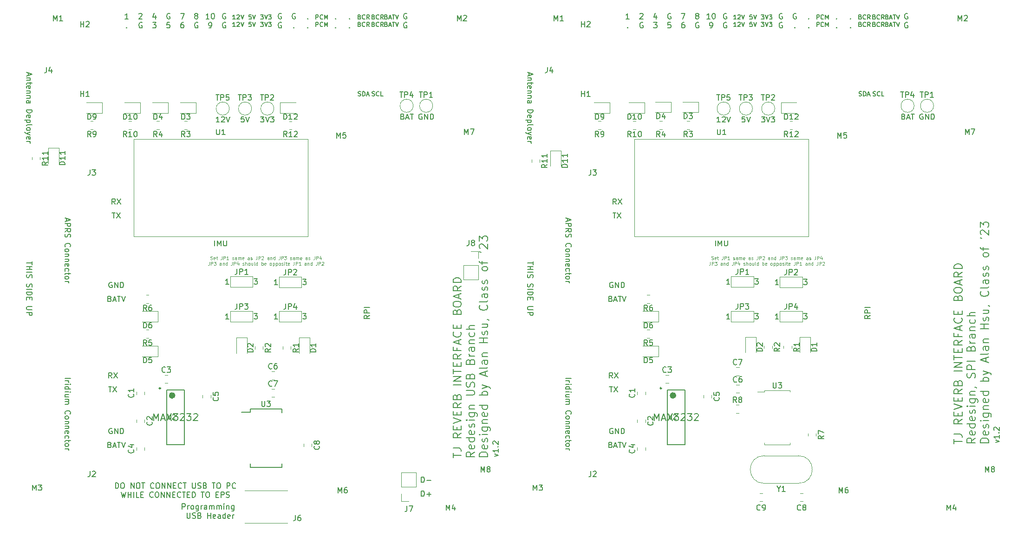
<source format=gbr>
%TF.GenerationSoftware,KiCad,Pcbnew,(5.1.9)-1*%
%TF.CreationDate,2021-10-15T18:08:56-04:00*%
%TF.ProjectId,Combined boards for stencil,436f6d62-696e-4656-9420-626f61726473,rev?*%
%TF.SameCoordinates,Original*%
%TF.FileFunction,Legend,Top*%
%TF.FilePolarity,Positive*%
%FSLAX46Y46*%
G04 Gerber Fmt 4.6, Leading zero omitted, Abs format (unit mm)*
G04 Created by KiCad (PCBNEW (5.1.9)-1) date 2021-10-15 18:08:56*
%MOMM*%
%LPD*%
G01*
G04 APERTURE LIST*
%ADD10C,0.150000*%
%ADD11C,0.125000*%
%ADD12C,0.599999*%
%ADD13C,0.249999*%
%ADD14C,0.120000*%
G04 APERTURE END LIST*
D10*
X147486714Y-143795571D02*
X148153380Y-143557476D01*
X147486714Y-143319380D01*
X148153380Y-142414619D02*
X148153380Y-142986047D01*
X148153380Y-142700333D02*
X147153380Y-142700333D01*
X147296238Y-142795571D01*
X147391476Y-142890809D01*
X147439095Y-142986047D01*
X148058142Y-141986047D02*
X148105761Y-141938428D01*
X148153380Y-141986047D01*
X148105761Y-142033666D01*
X148058142Y-141986047D01*
X148153380Y-141986047D01*
X147248619Y-141557476D02*
X147201000Y-141509857D01*
X147153380Y-141414619D01*
X147153380Y-141176523D01*
X147201000Y-141081285D01*
X147248619Y-141033666D01*
X147343857Y-140986047D01*
X147439095Y-140986047D01*
X147581952Y-141033666D01*
X148153380Y-141605095D01*
X148153380Y-140986047D01*
X78352428Y-149614380D02*
X78352428Y-148614380D01*
X78590523Y-148614380D01*
X78733380Y-148662000D01*
X78828619Y-148757238D01*
X78876238Y-148852476D01*
X78923857Y-149042952D01*
X78923857Y-149185809D01*
X78876238Y-149376285D01*
X78828619Y-149471523D01*
X78733380Y-149566761D01*
X78590523Y-149614380D01*
X78352428Y-149614380D01*
X79542904Y-148614380D02*
X79733380Y-148614380D01*
X79828619Y-148662000D01*
X79923857Y-148757238D01*
X79971476Y-148947714D01*
X79971476Y-149281047D01*
X79923857Y-149471523D01*
X79828619Y-149566761D01*
X79733380Y-149614380D01*
X79542904Y-149614380D01*
X79447666Y-149566761D01*
X79352428Y-149471523D01*
X79304809Y-149281047D01*
X79304809Y-148947714D01*
X79352428Y-148757238D01*
X79447666Y-148662000D01*
X79542904Y-148614380D01*
X81161952Y-149614380D02*
X81161952Y-148614380D01*
X81733380Y-149614380D01*
X81733380Y-148614380D01*
X82400047Y-148614380D02*
X82590523Y-148614380D01*
X82685761Y-148662000D01*
X82781000Y-148757238D01*
X82828619Y-148947714D01*
X82828619Y-149281047D01*
X82781000Y-149471523D01*
X82685761Y-149566761D01*
X82590523Y-149614380D01*
X82400047Y-149614380D01*
X82304809Y-149566761D01*
X82209571Y-149471523D01*
X82161952Y-149281047D01*
X82161952Y-148947714D01*
X82209571Y-148757238D01*
X82304809Y-148662000D01*
X82400047Y-148614380D01*
X83114333Y-148614380D02*
X83685761Y-148614380D01*
X83400047Y-149614380D02*
X83400047Y-148614380D01*
X85352428Y-149519142D02*
X85304809Y-149566761D01*
X85161952Y-149614380D01*
X85066714Y-149614380D01*
X84923857Y-149566761D01*
X84828619Y-149471523D01*
X84781000Y-149376285D01*
X84733380Y-149185809D01*
X84733380Y-149042952D01*
X84781000Y-148852476D01*
X84828619Y-148757238D01*
X84923857Y-148662000D01*
X85066714Y-148614380D01*
X85161952Y-148614380D01*
X85304809Y-148662000D01*
X85352428Y-148709619D01*
X85971476Y-148614380D02*
X86161952Y-148614380D01*
X86257190Y-148662000D01*
X86352428Y-148757238D01*
X86400047Y-148947714D01*
X86400047Y-149281047D01*
X86352428Y-149471523D01*
X86257190Y-149566761D01*
X86161952Y-149614380D01*
X85971476Y-149614380D01*
X85876238Y-149566761D01*
X85781000Y-149471523D01*
X85733380Y-149281047D01*
X85733380Y-148947714D01*
X85781000Y-148757238D01*
X85876238Y-148662000D01*
X85971476Y-148614380D01*
X86828619Y-149614380D02*
X86828619Y-148614380D01*
X87400047Y-149614380D01*
X87400047Y-148614380D01*
X87876238Y-149614380D02*
X87876238Y-148614380D01*
X88447666Y-149614380D01*
X88447666Y-148614380D01*
X88923857Y-149090571D02*
X89257190Y-149090571D01*
X89400047Y-149614380D02*
X88923857Y-149614380D01*
X88923857Y-148614380D01*
X89400047Y-148614380D01*
X90400047Y-149519142D02*
X90352428Y-149566761D01*
X90209571Y-149614380D01*
X90114333Y-149614380D01*
X89971476Y-149566761D01*
X89876238Y-149471523D01*
X89828619Y-149376285D01*
X89781000Y-149185809D01*
X89781000Y-149042952D01*
X89828619Y-148852476D01*
X89876238Y-148757238D01*
X89971476Y-148662000D01*
X90114333Y-148614380D01*
X90209571Y-148614380D01*
X90352428Y-148662000D01*
X90400047Y-148709619D01*
X90685761Y-148614380D02*
X91257190Y-148614380D01*
X90971476Y-149614380D02*
X90971476Y-148614380D01*
X92352428Y-148614380D02*
X92352428Y-149423904D01*
X92400047Y-149519142D01*
X92447666Y-149566761D01*
X92542904Y-149614380D01*
X92733380Y-149614380D01*
X92828619Y-149566761D01*
X92876238Y-149519142D01*
X92923857Y-149423904D01*
X92923857Y-148614380D01*
X93352428Y-149566761D02*
X93495285Y-149614380D01*
X93733380Y-149614380D01*
X93828619Y-149566761D01*
X93876238Y-149519142D01*
X93923857Y-149423904D01*
X93923857Y-149328666D01*
X93876238Y-149233428D01*
X93828619Y-149185809D01*
X93733380Y-149138190D01*
X93542904Y-149090571D01*
X93447666Y-149042952D01*
X93400047Y-148995333D01*
X93352428Y-148900095D01*
X93352428Y-148804857D01*
X93400047Y-148709619D01*
X93447666Y-148662000D01*
X93542904Y-148614380D01*
X93780999Y-148614380D01*
X93923857Y-148662000D01*
X94685761Y-149090571D02*
X94828619Y-149138190D01*
X94876238Y-149185809D01*
X94923857Y-149281047D01*
X94923857Y-149423904D01*
X94876238Y-149519142D01*
X94828619Y-149566761D01*
X94733380Y-149614380D01*
X94352428Y-149614380D01*
X94352428Y-148614380D01*
X94685761Y-148614380D01*
X94780999Y-148662000D01*
X94828619Y-148709619D01*
X94876238Y-148804857D01*
X94876238Y-148900095D01*
X94828619Y-148995333D01*
X94780999Y-149042952D01*
X94685761Y-149090571D01*
X94352428Y-149090571D01*
X95971476Y-148614380D02*
X96542904Y-148614380D01*
X96257190Y-149614380D02*
X96257190Y-148614380D01*
X97066714Y-148614380D02*
X97257190Y-148614380D01*
X97352428Y-148662000D01*
X97447666Y-148757238D01*
X97495285Y-148947714D01*
X97495285Y-149281047D01*
X97447666Y-149471523D01*
X97352428Y-149566761D01*
X97257190Y-149614380D01*
X97066714Y-149614380D01*
X96971476Y-149566761D01*
X96876238Y-149471523D01*
X96828619Y-149281047D01*
X96828619Y-148947714D01*
X96876238Y-148757238D01*
X96971476Y-148662000D01*
X97066714Y-148614380D01*
X98685761Y-149614380D02*
X98685761Y-148614380D01*
X99066714Y-148614380D01*
X99161952Y-148662000D01*
X99209571Y-148709619D01*
X99257190Y-148804857D01*
X99257190Y-148947714D01*
X99209571Y-149042952D01*
X99161952Y-149090571D01*
X99066714Y-149138190D01*
X98685761Y-149138190D01*
X100257190Y-149519142D02*
X100209571Y-149566761D01*
X100066714Y-149614380D01*
X99971476Y-149614380D01*
X99828619Y-149566761D01*
X99733380Y-149471523D01*
X99685761Y-149376285D01*
X99638142Y-149185809D01*
X99638142Y-149042952D01*
X99685761Y-148852476D01*
X99733380Y-148757238D01*
X99828619Y-148662000D01*
X99971476Y-148614380D01*
X100066714Y-148614380D01*
X100209571Y-148662000D01*
X100257190Y-148709619D01*
X79400047Y-150264380D02*
X79638142Y-151264380D01*
X79828619Y-150550095D01*
X80019095Y-151264380D01*
X80257190Y-150264380D01*
X80638142Y-151264380D02*
X80638142Y-150264380D01*
X80638142Y-150740571D02*
X81209571Y-150740571D01*
X81209571Y-151264380D02*
X81209571Y-150264380D01*
X81685761Y-151264380D02*
X81685761Y-150264380D01*
X82638142Y-151264380D02*
X82161952Y-151264380D01*
X82161952Y-150264380D01*
X82971476Y-150740571D02*
X83304809Y-150740571D01*
X83447666Y-151264380D02*
X82971476Y-151264380D01*
X82971476Y-150264380D01*
X83447666Y-150264380D01*
X85209571Y-151169142D02*
X85161952Y-151216761D01*
X85019095Y-151264380D01*
X84923857Y-151264380D01*
X84781000Y-151216761D01*
X84685761Y-151121523D01*
X84638142Y-151026285D01*
X84590523Y-150835809D01*
X84590523Y-150692952D01*
X84638142Y-150502476D01*
X84685761Y-150407238D01*
X84781000Y-150312000D01*
X84923857Y-150264380D01*
X85019095Y-150264380D01*
X85161952Y-150312000D01*
X85209571Y-150359619D01*
X85828619Y-150264380D02*
X86019095Y-150264380D01*
X86114333Y-150312000D01*
X86209571Y-150407238D01*
X86257190Y-150597714D01*
X86257190Y-150931047D01*
X86209571Y-151121523D01*
X86114333Y-151216761D01*
X86019095Y-151264380D01*
X85828619Y-151264380D01*
X85733380Y-151216761D01*
X85638142Y-151121523D01*
X85590523Y-150931047D01*
X85590523Y-150597714D01*
X85638142Y-150407238D01*
X85733380Y-150312000D01*
X85828619Y-150264380D01*
X86685761Y-151264380D02*
X86685761Y-150264380D01*
X87257190Y-151264380D01*
X87257190Y-150264380D01*
X87733380Y-151264380D02*
X87733380Y-150264380D01*
X88304809Y-151264380D01*
X88304809Y-150264380D01*
X88781000Y-150740571D02*
X89114333Y-150740571D01*
X89257190Y-151264380D02*
X88781000Y-151264380D01*
X88781000Y-150264380D01*
X89257190Y-150264380D01*
X90257190Y-151169142D02*
X90209571Y-151216761D01*
X90066714Y-151264380D01*
X89971476Y-151264380D01*
X89828619Y-151216761D01*
X89733380Y-151121523D01*
X89685761Y-151026285D01*
X89638142Y-150835809D01*
X89638142Y-150692952D01*
X89685761Y-150502476D01*
X89733380Y-150407238D01*
X89828619Y-150312000D01*
X89971476Y-150264380D01*
X90066714Y-150264380D01*
X90209571Y-150312000D01*
X90257190Y-150359619D01*
X90542904Y-150264380D02*
X91114333Y-150264380D01*
X90828619Y-151264380D02*
X90828619Y-150264380D01*
X91447666Y-150740571D02*
X91781000Y-150740571D01*
X91923857Y-151264380D02*
X91447666Y-151264380D01*
X91447666Y-150264380D01*
X91923857Y-150264380D01*
X92352428Y-151264380D02*
X92352428Y-150264380D01*
X92590523Y-150264380D01*
X92733380Y-150312000D01*
X92828619Y-150407238D01*
X92876238Y-150502476D01*
X92923857Y-150692952D01*
X92923857Y-150835809D01*
X92876238Y-151026285D01*
X92828619Y-151121523D01*
X92733380Y-151216761D01*
X92590523Y-151264380D01*
X92352428Y-151264380D01*
X93971476Y-150264380D02*
X94542904Y-150264380D01*
X94257190Y-151264380D02*
X94257190Y-150264380D01*
X95066714Y-150264380D02*
X95257190Y-150264380D01*
X95352428Y-150312000D01*
X95447666Y-150407238D01*
X95495285Y-150597714D01*
X95495285Y-150931047D01*
X95447666Y-151121523D01*
X95352428Y-151216761D01*
X95257190Y-151264380D01*
X95066714Y-151264380D01*
X94971476Y-151216761D01*
X94876238Y-151121523D01*
X94828619Y-150931047D01*
X94828619Y-150597714D01*
X94876238Y-150407238D01*
X94971476Y-150312000D01*
X95066714Y-150264380D01*
X96685761Y-150740571D02*
X97019095Y-150740571D01*
X97161952Y-151264380D02*
X96685761Y-151264380D01*
X96685761Y-150264380D01*
X97161952Y-150264380D01*
X97590523Y-151264380D02*
X97590523Y-150264380D01*
X97971476Y-150264380D01*
X98066714Y-150312000D01*
X98114333Y-150359619D01*
X98161952Y-150454857D01*
X98161952Y-150597714D01*
X98114333Y-150692952D01*
X98066714Y-150740571D01*
X97971476Y-150788190D01*
X97590523Y-150788190D01*
X98542904Y-151216761D02*
X98685761Y-151264380D01*
X98923857Y-151264380D01*
X99019095Y-151216761D01*
X99066714Y-151169142D01*
X99114333Y-151073904D01*
X99114333Y-150978666D01*
X99066714Y-150883428D01*
X99019095Y-150835809D01*
X98923857Y-150788190D01*
X98733380Y-150740571D01*
X98638142Y-150692952D01*
X98590523Y-150645333D01*
X98542904Y-150550095D01*
X98542904Y-150454857D01*
X98590523Y-150359619D01*
X98638142Y-150312000D01*
X98733380Y-150264380D01*
X98971476Y-150264380D01*
X99114333Y-150312000D01*
X134239095Y-81288000D02*
X134143857Y-81240380D01*
X134001000Y-81240380D01*
X133858142Y-81288000D01*
X133762904Y-81383238D01*
X133715285Y-81478476D01*
X133667666Y-81668952D01*
X133667666Y-81811809D01*
X133715285Y-82002285D01*
X133762904Y-82097523D01*
X133858142Y-82192761D01*
X134001000Y-82240380D01*
X134096238Y-82240380D01*
X134239095Y-82192761D01*
X134286714Y-82145142D01*
X134286714Y-81811809D01*
X134096238Y-81811809D01*
X134715285Y-82240380D02*
X134715285Y-81240380D01*
X135286714Y-82240380D01*
X135286714Y-81240380D01*
X135762904Y-82240380D02*
X135762904Y-81240380D01*
X136001000Y-81240380D01*
X136143857Y-81288000D01*
X136239095Y-81383238D01*
X136286714Y-81478476D01*
X136334333Y-81668952D01*
X136334333Y-81811809D01*
X136286714Y-82002285D01*
X136239095Y-82097523D01*
X136143857Y-82192761D01*
X136001000Y-82240380D01*
X135762904Y-82240380D01*
X130706904Y-81716571D02*
X130849761Y-81764190D01*
X130897380Y-81811809D01*
X130945000Y-81907047D01*
X130945000Y-82049904D01*
X130897380Y-82145142D01*
X130849761Y-82192761D01*
X130754523Y-82240380D01*
X130373571Y-82240380D01*
X130373571Y-81240380D01*
X130706904Y-81240380D01*
X130802142Y-81288000D01*
X130849761Y-81335619D01*
X130897380Y-81430857D01*
X130897380Y-81526095D01*
X130849761Y-81621333D01*
X130802142Y-81668952D01*
X130706904Y-81716571D01*
X130373571Y-81716571D01*
X131325952Y-81954666D02*
X131802142Y-81954666D01*
X131230714Y-82240380D02*
X131564047Y-81240380D01*
X131897380Y-82240380D01*
X132087857Y-81240380D02*
X132659285Y-81240380D01*
X132373571Y-82240380D02*
X132373571Y-81240380D01*
X104806904Y-81748380D02*
X105425952Y-81748380D01*
X105092619Y-82129333D01*
X105235476Y-82129333D01*
X105330714Y-82176952D01*
X105378333Y-82224571D01*
X105425952Y-82319809D01*
X105425952Y-82557904D01*
X105378333Y-82653142D01*
X105330714Y-82700761D01*
X105235476Y-82748380D01*
X104949761Y-82748380D01*
X104854523Y-82700761D01*
X104806904Y-82653142D01*
X105711666Y-81748380D02*
X106045000Y-82748380D01*
X106378333Y-81748380D01*
X106616428Y-81748380D02*
X107235476Y-81748380D01*
X106902142Y-82129333D01*
X107045000Y-82129333D01*
X107140238Y-82176952D01*
X107187857Y-82224571D01*
X107235476Y-82319809D01*
X107235476Y-82557904D01*
X107187857Y-82653142D01*
X107140238Y-82700761D01*
X107045000Y-82748380D01*
X106759285Y-82748380D01*
X106664047Y-82700761D01*
X106616428Y-82653142D01*
X101790523Y-81748380D02*
X101314333Y-81748380D01*
X101266714Y-82224571D01*
X101314333Y-82176952D01*
X101409571Y-82129333D01*
X101647666Y-82129333D01*
X101742904Y-82176952D01*
X101790523Y-82224571D01*
X101838142Y-82319809D01*
X101838142Y-82557904D01*
X101790523Y-82653142D01*
X101742904Y-82700761D01*
X101647666Y-82748380D01*
X101409571Y-82748380D01*
X101314333Y-82700761D01*
X101266714Y-82653142D01*
X102123857Y-81748380D02*
X102457190Y-82748380D01*
X102790523Y-81748380D01*
X97297952Y-82748380D02*
X96726523Y-82748380D01*
X97012238Y-82748380D02*
X97012238Y-81748380D01*
X96917000Y-81891238D01*
X96821761Y-81986476D01*
X96726523Y-82034095D01*
X97678904Y-81843619D02*
X97726523Y-81796000D01*
X97821761Y-81748380D01*
X98059857Y-81748380D01*
X98155095Y-81796000D01*
X98202714Y-81843619D01*
X98250333Y-81938857D01*
X98250333Y-82034095D01*
X98202714Y-82176952D01*
X97631285Y-82748380D01*
X98250333Y-82748380D01*
X98536047Y-81748380D02*
X98869380Y-82748380D01*
X99202714Y-81748380D01*
X134120047Y-148534380D02*
X134120047Y-147534380D01*
X134358142Y-147534380D01*
X134501000Y-147582000D01*
X134596238Y-147677238D01*
X134643857Y-147772476D01*
X134691476Y-147962952D01*
X134691476Y-148105809D01*
X134643857Y-148296285D01*
X134596238Y-148391523D01*
X134501000Y-148486761D01*
X134358142Y-148534380D01*
X134120047Y-148534380D01*
X135120047Y-148153428D02*
X135881952Y-148153428D01*
X134120047Y-151074380D02*
X134120047Y-150074380D01*
X134358142Y-150074380D01*
X134501000Y-150122000D01*
X134596238Y-150217238D01*
X134643857Y-150312476D01*
X134691476Y-150502952D01*
X134691476Y-150645809D01*
X134643857Y-150836285D01*
X134596238Y-150931523D01*
X134501000Y-151026761D01*
X134358142Y-151074380D01*
X134120047Y-151074380D01*
X135120047Y-150693428D02*
X135881952Y-150693428D01*
X135501000Y-151074380D02*
X135501000Y-150312476D01*
D11*
X95691000Y-107807357D02*
X95776714Y-107835928D01*
X95919571Y-107835928D01*
X95976714Y-107807357D01*
X96005285Y-107778785D01*
X96033857Y-107721642D01*
X96033857Y-107664500D01*
X96005285Y-107607357D01*
X95976714Y-107578785D01*
X95919571Y-107550214D01*
X95805285Y-107521642D01*
X95748142Y-107493071D01*
X95719571Y-107464500D01*
X95691000Y-107407357D01*
X95691000Y-107350214D01*
X95719571Y-107293071D01*
X95748142Y-107264500D01*
X95805285Y-107235928D01*
X95948142Y-107235928D01*
X96033857Y-107264500D01*
X96519571Y-107807357D02*
X96462428Y-107835928D01*
X96348142Y-107835928D01*
X96291000Y-107807357D01*
X96262428Y-107750214D01*
X96262428Y-107521642D01*
X96291000Y-107464500D01*
X96348142Y-107435928D01*
X96462428Y-107435928D01*
X96519571Y-107464500D01*
X96548142Y-107521642D01*
X96548142Y-107578785D01*
X96262428Y-107635928D01*
X96719571Y-107435928D02*
X96948142Y-107435928D01*
X96805285Y-107235928D02*
X96805285Y-107750214D01*
X96833857Y-107807357D01*
X96891000Y-107835928D01*
X96948142Y-107835928D01*
X97776714Y-107235928D02*
X97776714Y-107664500D01*
X97748142Y-107750214D01*
X97691000Y-107807357D01*
X97605285Y-107835928D01*
X97548142Y-107835928D01*
X98062428Y-107835928D02*
X98062428Y-107235928D01*
X98291000Y-107235928D01*
X98348142Y-107264500D01*
X98376714Y-107293071D01*
X98405285Y-107350214D01*
X98405285Y-107435928D01*
X98376714Y-107493071D01*
X98348142Y-107521642D01*
X98291000Y-107550214D01*
X98062428Y-107550214D01*
X98976714Y-107835928D02*
X98633857Y-107835928D01*
X98805285Y-107835928D02*
X98805285Y-107235928D01*
X98748142Y-107321642D01*
X98691000Y-107378785D01*
X98633857Y-107407357D01*
X99662428Y-107807357D02*
X99719571Y-107835928D01*
X99833857Y-107835928D01*
X99891000Y-107807357D01*
X99919571Y-107750214D01*
X99919571Y-107721642D01*
X99891000Y-107664500D01*
X99833857Y-107635928D01*
X99748142Y-107635928D01*
X99691000Y-107607357D01*
X99662428Y-107550214D01*
X99662428Y-107521642D01*
X99691000Y-107464500D01*
X99748142Y-107435928D01*
X99833857Y-107435928D01*
X99891000Y-107464500D01*
X100433857Y-107835928D02*
X100433857Y-107521642D01*
X100405285Y-107464500D01*
X100348142Y-107435928D01*
X100233857Y-107435928D01*
X100176714Y-107464500D01*
X100433857Y-107807357D02*
X100376714Y-107835928D01*
X100233857Y-107835928D01*
X100176714Y-107807357D01*
X100148142Y-107750214D01*
X100148142Y-107693071D01*
X100176714Y-107635928D01*
X100233857Y-107607357D01*
X100376714Y-107607357D01*
X100433857Y-107578785D01*
X100719571Y-107835928D02*
X100719571Y-107435928D01*
X100719571Y-107493071D02*
X100748142Y-107464500D01*
X100805285Y-107435928D01*
X100891000Y-107435928D01*
X100948142Y-107464500D01*
X100976714Y-107521642D01*
X100976714Y-107835928D01*
X100976714Y-107521642D02*
X101005285Y-107464500D01*
X101062428Y-107435928D01*
X101148142Y-107435928D01*
X101205285Y-107464500D01*
X101233857Y-107521642D01*
X101233857Y-107835928D01*
X101748142Y-107807357D02*
X101691000Y-107835928D01*
X101576714Y-107835928D01*
X101519571Y-107807357D01*
X101491000Y-107750214D01*
X101491000Y-107521642D01*
X101519571Y-107464500D01*
X101576714Y-107435928D01*
X101691000Y-107435928D01*
X101748142Y-107464500D01*
X101776714Y-107521642D01*
X101776714Y-107578785D01*
X101491000Y-107635928D01*
X102748142Y-107835928D02*
X102748142Y-107521642D01*
X102719571Y-107464500D01*
X102662428Y-107435928D01*
X102548142Y-107435928D01*
X102491000Y-107464500D01*
X102748142Y-107807357D02*
X102691000Y-107835928D01*
X102548142Y-107835928D01*
X102491000Y-107807357D01*
X102462428Y-107750214D01*
X102462428Y-107693071D01*
X102491000Y-107635928D01*
X102548142Y-107607357D01*
X102691000Y-107607357D01*
X102748142Y-107578785D01*
X103005285Y-107807357D02*
X103062428Y-107835928D01*
X103176714Y-107835928D01*
X103233857Y-107807357D01*
X103262428Y-107750214D01*
X103262428Y-107721642D01*
X103233857Y-107664500D01*
X103176714Y-107635928D01*
X103091000Y-107635928D01*
X103033857Y-107607357D01*
X103005285Y-107550214D01*
X103005285Y-107521642D01*
X103033857Y-107464500D01*
X103091000Y-107435928D01*
X103176714Y-107435928D01*
X103233857Y-107464500D01*
X104148142Y-107235928D02*
X104148142Y-107664500D01*
X104119571Y-107750214D01*
X104062428Y-107807357D01*
X103976714Y-107835928D01*
X103919571Y-107835928D01*
X104433857Y-107835928D02*
X104433857Y-107235928D01*
X104662428Y-107235928D01*
X104719571Y-107264500D01*
X104748142Y-107293071D01*
X104776714Y-107350214D01*
X104776714Y-107435928D01*
X104748142Y-107493071D01*
X104719571Y-107521642D01*
X104662428Y-107550214D01*
X104433857Y-107550214D01*
X105005285Y-107293071D02*
X105033857Y-107264500D01*
X105091000Y-107235928D01*
X105233857Y-107235928D01*
X105291000Y-107264500D01*
X105319571Y-107293071D01*
X105348142Y-107350214D01*
X105348142Y-107407357D01*
X105319571Y-107493071D01*
X104976714Y-107835928D01*
X105348142Y-107835928D01*
X106319571Y-107835928D02*
X106319571Y-107521642D01*
X106291000Y-107464500D01*
X106233857Y-107435928D01*
X106119571Y-107435928D01*
X106062428Y-107464500D01*
X106319571Y-107807357D02*
X106262428Y-107835928D01*
X106119571Y-107835928D01*
X106062428Y-107807357D01*
X106033857Y-107750214D01*
X106033857Y-107693071D01*
X106062428Y-107635928D01*
X106119571Y-107607357D01*
X106262428Y-107607357D01*
X106319571Y-107578785D01*
X106605285Y-107435928D02*
X106605285Y-107835928D01*
X106605285Y-107493071D02*
X106633857Y-107464500D01*
X106691000Y-107435928D01*
X106776714Y-107435928D01*
X106833857Y-107464500D01*
X106862428Y-107521642D01*
X106862428Y-107835928D01*
X107405285Y-107835928D02*
X107405285Y-107235928D01*
X107405285Y-107807357D02*
X107348142Y-107835928D01*
X107233857Y-107835928D01*
X107176714Y-107807357D01*
X107148142Y-107778785D01*
X107119571Y-107721642D01*
X107119571Y-107550214D01*
X107148142Y-107493071D01*
X107176714Y-107464500D01*
X107233857Y-107435928D01*
X107348142Y-107435928D01*
X107405285Y-107464500D01*
X108319571Y-107235928D02*
X108319571Y-107664500D01*
X108291000Y-107750214D01*
X108233857Y-107807357D01*
X108148142Y-107835928D01*
X108091000Y-107835928D01*
X108605285Y-107835928D02*
X108605285Y-107235928D01*
X108833857Y-107235928D01*
X108891000Y-107264500D01*
X108919571Y-107293071D01*
X108948142Y-107350214D01*
X108948142Y-107435928D01*
X108919571Y-107493071D01*
X108891000Y-107521642D01*
X108833857Y-107550214D01*
X108605285Y-107550214D01*
X109148142Y-107235928D02*
X109519571Y-107235928D01*
X109319571Y-107464500D01*
X109405285Y-107464500D01*
X109462428Y-107493071D01*
X109491000Y-107521642D01*
X109519571Y-107578785D01*
X109519571Y-107721642D01*
X109491000Y-107778785D01*
X109462428Y-107807357D01*
X109405285Y-107835928D01*
X109233857Y-107835928D01*
X109176714Y-107807357D01*
X109148142Y-107778785D01*
X110205285Y-107807357D02*
X110262428Y-107835928D01*
X110376714Y-107835928D01*
X110433857Y-107807357D01*
X110462428Y-107750214D01*
X110462428Y-107721642D01*
X110433857Y-107664500D01*
X110376714Y-107635928D01*
X110291000Y-107635928D01*
X110233857Y-107607357D01*
X110205285Y-107550214D01*
X110205285Y-107521642D01*
X110233857Y-107464500D01*
X110291000Y-107435928D01*
X110376714Y-107435928D01*
X110433857Y-107464500D01*
X110976714Y-107835928D02*
X110976714Y-107521642D01*
X110948142Y-107464500D01*
X110891000Y-107435928D01*
X110776714Y-107435928D01*
X110719571Y-107464500D01*
X110976714Y-107807357D02*
X110919571Y-107835928D01*
X110776714Y-107835928D01*
X110719571Y-107807357D01*
X110691000Y-107750214D01*
X110691000Y-107693071D01*
X110719571Y-107635928D01*
X110776714Y-107607357D01*
X110919571Y-107607357D01*
X110976714Y-107578785D01*
X111262428Y-107835928D02*
X111262428Y-107435928D01*
X111262428Y-107493071D02*
X111291000Y-107464500D01*
X111348142Y-107435928D01*
X111433857Y-107435928D01*
X111491000Y-107464500D01*
X111519571Y-107521642D01*
X111519571Y-107835928D01*
X111519571Y-107521642D02*
X111548142Y-107464500D01*
X111605285Y-107435928D01*
X111691000Y-107435928D01*
X111748142Y-107464500D01*
X111776714Y-107521642D01*
X111776714Y-107835928D01*
X112291000Y-107807357D02*
X112233857Y-107835928D01*
X112119571Y-107835928D01*
X112062428Y-107807357D01*
X112033857Y-107750214D01*
X112033857Y-107521642D01*
X112062428Y-107464500D01*
X112119571Y-107435928D01*
X112233857Y-107435928D01*
X112291000Y-107464500D01*
X112319571Y-107521642D01*
X112319571Y-107578785D01*
X112033857Y-107635928D01*
X113291000Y-107835928D02*
X113291000Y-107521642D01*
X113262428Y-107464500D01*
X113205285Y-107435928D01*
X113091000Y-107435928D01*
X113033857Y-107464500D01*
X113291000Y-107807357D02*
X113233857Y-107835928D01*
X113091000Y-107835928D01*
X113033857Y-107807357D01*
X113005285Y-107750214D01*
X113005285Y-107693071D01*
X113033857Y-107635928D01*
X113091000Y-107607357D01*
X113233857Y-107607357D01*
X113291000Y-107578785D01*
X113548142Y-107807357D02*
X113605285Y-107835928D01*
X113719571Y-107835928D01*
X113776714Y-107807357D01*
X113805285Y-107750214D01*
X113805285Y-107721642D01*
X113776714Y-107664500D01*
X113719571Y-107635928D01*
X113633857Y-107635928D01*
X113576714Y-107607357D01*
X113548142Y-107550214D01*
X113548142Y-107521642D01*
X113576714Y-107464500D01*
X113633857Y-107435928D01*
X113719571Y-107435928D01*
X113776714Y-107464500D01*
X114691000Y-107235928D02*
X114691000Y-107664500D01*
X114662428Y-107750214D01*
X114605285Y-107807357D01*
X114519571Y-107835928D01*
X114462428Y-107835928D01*
X114976714Y-107835928D02*
X114976714Y-107235928D01*
X115205285Y-107235928D01*
X115262428Y-107264500D01*
X115291000Y-107293071D01*
X115319571Y-107350214D01*
X115319571Y-107435928D01*
X115291000Y-107493071D01*
X115262428Y-107521642D01*
X115205285Y-107550214D01*
X114976714Y-107550214D01*
X115833857Y-107435928D02*
X115833857Y-107835928D01*
X115691000Y-107207357D02*
X115548142Y-107635928D01*
X115919571Y-107635928D01*
X95476714Y-108260928D02*
X95476714Y-108689500D01*
X95448142Y-108775214D01*
X95391000Y-108832357D01*
X95305285Y-108860928D01*
X95248142Y-108860928D01*
X95762428Y-108860928D02*
X95762428Y-108260928D01*
X95991000Y-108260928D01*
X96048142Y-108289500D01*
X96076714Y-108318071D01*
X96105285Y-108375214D01*
X96105285Y-108460928D01*
X96076714Y-108518071D01*
X96048142Y-108546642D01*
X95991000Y-108575214D01*
X95762428Y-108575214D01*
X96305285Y-108260928D02*
X96676714Y-108260928D01*
X96476714Y-108489500D01*
X96562428Y-108489500D01*
X96619571Y-108518071D01*
X96648142Y-108546642D01*
X96676714Y-108603785D01*
X96676714Y-108746642D01*
X96648142Y-108803785D01*
X96619571Y-108832357D01*
X96562428Y-108860928D01*
X96391000Y-108860928D01*
X96333857Y-108832357D01*
X96305285Y-108803785D01*
X97648142Y-108860928D02*
X97648142Y-108546642D01*
X97619571Y-108489500D01*
X97562428Y-108460928D01*
X97448142Y-108460928D01*
X97391000Y-108489500D01*
X97648142Y-108832357D02*
X97591000Y-108860928D01*
X97448142Y-108860928D01*
X97391000Y-108832357D01*
X97362428Y-108775214D01*
X97362428Y-108718071D01*
X97391000Y-108660928D01*
X97448142Y-108632357D01*
X97591000Y-108632357D01*
X97648142Y-108603785D01*
X97933857Y-108460928D02*
X97933857Y-108860928D01*
X97933857Y-108518071D02*
X97962428Y-108489500D01*
X98019571Y-108460928D01*
X98105285Y-108460928D01*
X98162428Y-108489500D01*
X98191000Y-108546642D01*
X98191000Y-108860928D01*
X98733857Y-108860928D02*
X98733857Y-108260928D01*
X98733857Y-108832357D02*
X98676714Y-108860928D01*
X98562428Y-108860928D01*
X98505285Y-108832357D01*
X98476714Y-108803785D01*
X98448142Y-108746642D01*
X98448142Y-108575214D01*
X98476714Y-108518071D01*
X98505285Y-108489500D01*
X98562428Y-108460928D01*
X98676714Y-108460928D01*
X98733857Y-108489500D01*
X99648142Y-108260928D02*
X99648142Y-108689500D01*
X99619571Y-108775214D01*
X99562428Y-108832357D01*
X99476714Y-108860928D01*
X99419571Y-108860928D01*
X99933857Y-108860928D02*
X99933857Y-108260928D01*
X100162428Y-108260928D01*
X100219571Y-108289500D01*
X100248142Y-108318071D01*
X100276714Y-108375214D01*
X100276714Y-108460928D01*
X100248142Y-108518071D01*
X100219571Y-108546642D01*
X100162428Y-108575214D01*
X99933857Y-108575214D01*
X100791000Y-108460928D02*
X100791000Y-108860928D01*
X100648142Y-108232357D02*
X100505285Y-108660928D01*
X100876714Y-108660928D01*
X101533857Y-108832357D02*
X101591000Y-108860928D01*
X101705285Y-108860928D01*
X101762428Y-108832357D01*
X101791000Y-108775214D01*
X101791000Y-108746642D01*
X101762428Y-108689500D01*
X101705285Y-108660928D01*
X101619571Y-108660928D01*
X101562428Y-108632357D01*
X101533857Y-108575214D01*
X101533857Y-108546642D01*
X101562428Y-108489500D01*
X101619571Y-108460928D01*
X101705285Y-108460928D01*
X101762428Y-108489500D01*
X102048142Y-108860928D02*
X102048142Y-108260928D01*
X102305285Y-108860928D02*
X102305285Y-108546642D01*
X102276714Y-108489500D01*
X102219571Y-108460928D01*
X102133857Y-108460928D01*
X102076714Y-108489500D01*
X102048142Y-108518071D01*
X102676714Y-108860928D02*
X102619571Y-108832357D01*
X102591000Y-108803785D01*
X102562428Y-108746642D01*
X102562428Y-108575214D01*
X102591000Y-108518071D01*
X102619571Y-108489500D01*
X102676714Y-108460928D01*
X102762428Y-108460928D01*
X102819571Y-108489500D01*
X102848142Y-108518071D01*
X102876714Y-108575214D01*
X102876714Y-108746642D01*
X102848142Y-108803785D01*
X102819571Y-108832357D01*
X102762428Y-108860928D01*
X102676714Y-108860928D01*
X103391000Y-108460928D02*
X103391000Y-108860928D01*
X103133857Y-108460928D02*
X103133857Y-108775214D01*
X103162428Y-108832357D01*
X103219571Y-108860928D01*
X103305285Y-108860928D01*
X103362428Y-108832357D01*
X103391000Y-108803785D01*
X103762428Y-108860928D02*
X103705285Y-108832357D01*
X103676714Y-108775214D01*
X103676714Y-108260928D01*
X104248142Y-108860928D02*
X104248142Y-108260928D01*
X104248142Y-108832357D02*
X104191000Y-108860928D01*
X104076714Y-108860928D01*
X104019571Y-108832357D01*
X103991000Y-108803785D01*
X103962428Y-108746642D01*
X103962428Y-108575214D01*
X103991000Y-108518071D01*
X104019571Y-108489500D01*
X104076714Y-108460928D01*
X104191000Y-108460928D01*
X104248142Y-108489500D01*
X104991000Y-108860928D02*
X104991000Y-108260928D01*
X104991000Y-108489500D02*
X105048142Y-108460928D01*
X105162428Y-108460928D01*
X105219571Y-108489500D01*
X105248142Y-108518071D01*
X105276714Y-108575214D01*
X105276714Y-108746642D01*
X105248142Y-108803785D01*
X105219571Y-108832357D01*
X105162428Y-108860928D01*
X105048142Y-108860928D01*
X104991000Y-108832357D01*
X105762428Y-108832357D02*
X105705285Y-108860928D01*
X105591000Y-108860928D01*
X105533857Y-108832357D01*
X105505285Y-108775214D01*
X105505285Y-108546642D01*
X105533857Y-108489500D01*
X105591000Y-108460928D01*
X105705285Y-108460928D01*
X105762428Y-108489500D01*
X105791000Y-108546642D01*
X105791000Y-108603785D01*
X105505285Y-108660928D01*
X106591000Y-108860928D02*
X106533857Y-108832357D01*
X106505285Y-108803785D01*
X106476714Y-108746642D01*
X106476714Y-108575214D01*
X106505285Y-108518071D01*
X106533857Y-108489500D01*
X106591000Y-108460928D01*
X106676714Y-108460928D01*
X106733857Y-108489500D01*
X106762428Y-108518071D01*
X106791000Y-108575214D01*
X106791000Y-108746642D01*
X106762428Y-108803785D01*
X106733857Y-108832357D01*
X106676714Y-108860928D01*
X106591000Y-108860928D01*
X107048142Y-108460928D02*
X107048142Y-109060928D01*
X107048142Y-108489500D02*
X107105285Y-108460928D01*
X107219571Y-108460928D01*
X107276714Y-108489500D01*
X107305285Y-108518071D01*
X107333857Y-108575214D01*
X107333857Y-108746642D01*
X107305285Y-108803785D01*
X107276714Y-108832357D01*
X107219571Y-108860928D01*
X107105285Y-108860928D01*
X107048142Y-108832357D01*
X107591000Y-108460928D02*
X107591000Y-109060928D01*
X107591000Y-108489500D02*
X107648142Y-108460928D01*
X107762428Y-108460928D01*
X107819571Y-108489500D01*
X107848142Y-108518071D01*
X107876714Y-108575214D01*
X107876714Y-108746642D01*
X107848142Y-108803785D01*
X107819571Y-108832357D01*
X107762428Y-108860928D01*
X107648142Y-108860928D01*
X107591000Y-108832357D01*
X108219571Y-108860928D02*
X108162428Y-108832357D01*
X108133857Y-108803785D01*
X108105285Y-108746642D01*
X108105285Y-108575214D01*
X108133857Y-108518071D01*
X108162428Y-108489500D01*
X108219571Y-108460928D01*
X108305285Y-108460928D01*
X108362428Y-108489500D01*
X108391000Y-108518071D01*
X108419571Y-108575214D01*
X108419571Y-108746642D01*
X108391000Y-108803785D01*
X108362428Y-108832357D01*
X108305285Y-108860928D01*
X108219571Y-108860928D01*
X108648142Y-108832357D02*
X108705285Y-108860928D01*
X108819571Y-108860928D01*
X108876714Y-108832357D01*
X108905285Y-108775214D01*
X108905285Y-108746642D01*
X108876714Y-108689500D01*
X108819571Y-108660928D01*
X108733857Y-108660928D01*
X108676714Y-108632357D01*
X108648142Y-108575214D01*
X108648142Y-108546642D01*
X108676714Y-108489500D01*
X108733857Y-108460928D01*
X108819571Y-108460928D01*
X108876714Y-108489500D01*
X109162428Y-108860928D02*
X109162428Y-108460928D01*
X109162428Y-108260928D02*
X109133857Y-108289500D01*
X109162428Y-108318071D01*
X109191000Y-108289500D01*
X109162428Y-108260928D01*
X109162428Y-108318071D01*
X109362428Y-108460928D02*
X109591000Y-108460928D01*
X109448142Y-108260928D02*
X109448142Y-108775214D01*
X109476714Y-108832357D01*
X109533857Y-108860928D01*
X109591000Y-108860928D01*
X110019571Y-108832357D02*
X109962428Y-108860928D01*
X109848142Y-108860928D01*
X109791000Y-108832357D01*
X109762428Y-108775214D01*
X109762428Y-108546642D01*
X109791000Y-108489500D01*
X109848142Y-108460928D01*
X109962428Y-108460928D01*
X110019571Y-108489500D01*
X110048142Y-108546642D01*
X110048142Y-108603785D01*
X109762428Y-108660928D01*
X110933857Y-108260928D02*
X110933857Y-108689500D01*
X110905285Y-108775214D01*
X110848142Y-108832357D01*
X110762428Y-108860928D01*
X110705285Y-108860928D01*
X111219571Y-108860928D02*
X111219571Y-108260928D01*
X111448142Y-108260928D01*
X111505285Y-108289500D01*
X111533857Y-108318071D01*
X111562428Y-108375214D01*
X111562428Y-108460928D01*
X111533857Y-108518071D01*
X111505285Y-108546642D01*
X111448142Y-108575214D01*
X111219571Y-108575214D01*
X112133857Y-108860928D02*
X111791000Y-108860928D01*
X111962428Y-108860928D02*
X111962428Y-108260928D01*
X111905285Y-108346642D01*
X111848142Y-108403785D01*
X111791000Y-108432357D01*
X113105285Y-108860928D02*
X113105285Y-108546642D01*
X113076714Y-108489500D01*
X113019571Y-108460928D01*
X112905285Y-108460928D01*
X112848142Y-108489500D01*
X113105285Y-108832357D02*
X113048142Y-108860928D01*
X112905285Y-108860928D01*
X112848142Y-108832357D01*
X112819571Y-108775214D01*
X112819571Y-108718071D01*
X112848142Y-108660928D01*
X112905285Y-108632357D01*
X113048142Y-108632357D01*
X113105285Y-108603785D01*
X113391000Y-108460928D02*
X113391000Y-108860928D01*
X113391000Y-108518071D02*
X113419571Y-108489500D01*
X113476714Y-108460928D01*
X113562428Y-108460928D01*
X113619571Y-108489500D01*
X113648142Y-108546642D01*
X113648142Y-108860928D01*
X114191000Y-108860928D02*
X114191000Y-108260928D01*
X114191000Y-108832357D02*
X114133857Y-108860928D01*
X114019571Y-108860928D01*
X113962428Y-108832357D01*
X113933857Y-108803785D01*
X113905285Y-108746642D01*
X113905285Y-108575214D01*
X113933857Y-108518071D01*
X113962428Y-108489500D01*
X114019571Y-108460928D01*
X114133857Y-108460928D01*
X114191000Y-108489500D01*
X115105285Y-108260928D02*
X115105285Y-108689500D01*
X115076714Y-108775214D01*
X115019571Y-108832357D01*
X114933857Y-108860928D01*
X114876714Y-108860928D01*
X115391000Y-108860928D02*
X115391000Y-108260928D01*
X115619571Y-108260928D01*
X115676714Y-108289500D01*
X115705285Y-108318071D01*
X115733857Y-108375214D01*
X115733857Y-108460928D01*
X115705285Y-108518071D01*
X115676714Y-108546642D01*
X115619571Y-108575214D01*
X115391000Y-108575214D01*
X115962428Y-108318071D02*
X115991000Y-108289500D01*
X116048142Y-108260928D01*
X116191000Y-108260928D01*
X116248142Y-108289500D01*
X116276714Y-108318071D01*
X116305285Y-108375214D01*
X116305285Y-108432357D01*
X116276714Y-108518071D01*
X115933857Y-108860928D01*
X116305285Y-108860928D01*
D10*
X124658380Y-118030571D02*
X124182190Y-118363904D01*
X124658380Y-118602000D02*
X123658380Y-118602000D01*
X123658380Y-118221047D01*
X123706000Y-118125809D01*
X123753619Y-118078190D01*
X123848857Y-118030571D01*
X123991714Y-118030571D01*
X124086952Y-118078190D01*
X124134571Y-118125809D01*
X124182190Y-118221047D01*
X124182190Y-118602000D01*
X124658380Y-117602000D02*
X123658380Y-117602000D01*
X123658380Y-117221047D01*
X123706000Y-117125809D01*
X123753619Y-117078190D01*
X123848857Y-117030571D01*
X123991714Y-117030571D01*
X124086952Y-117078190D01*
X124134571Y-117125809D01*
X124182190Y-117221047D01*
X124182190Y-117602000D01*
X124658380Y-116602000D02*
X123658380Y-116602000D01*
X62444333Y-73779857D02*
X62444333Y-74256047D01*
X62158619Y-73684619D02*
X63158619Y-74017952D01*
X62158619Y-74351285D01*
X62825285Y-74684619D02*
X62158619Y-74684619D01*
X62730047Y-74684619D02*
X62777666Y-74732238D01*
X62825285Y-74827476D01*
X62825285Y-74970333D01*
X62777666Y-75065571D01*
X62682428Y-75113190D01*
X62158619Y-75113190D01*
X62825285Y-75446523D02*
X62825285Y-75827476D01*
X63158619Y-75589380D02*
X62301476Y-75589380D01*
X62206238Y-75637000D01*
X62158619Y-75732238D01*
X62158619Y-75827476D01*
X62206238Y-76541761D02*
X62158619Y-76446523D01*
X62158619Y-76256047D01*
X62206238Y-76160809D01*
X62301476Y-76113190D01*
X62682428Y-76113190D01*
X62777666Y-76160809D01*
X62825285Y-76256047D01*
X62825285Y-76446523D01*
X62777666Y-76541761D01*
X62682428Y-76589380D01*
X62587190Y-76589380D01*
X62491952Y-76113190D01*
X62825285Y-77017952D02*
X62158619Y-77017952D01*
X62730047Y-77017952D02*
X62777666Y-77065571D01*
X62825285Y-77160809D01*
X62825285Y-77303666D01*
X62777666Y-77398904D01*
X62682428Y-77446523D01*
X62158619Y-77446523D01*
X62825285Y-77922714D02*
X62158619Y-77922714D01*
X62730047Y-77922714D02*
X62777666Y-77970333D01*
X62825285Y-78065571D01*
X62825285Y-78208428D01*
X62777666Y-78303666D01*
X62682428Y-78351285D01*
X62158619Y-78351285D01*
X62158619Y-79256047D02*
X62682428Y-79256047D01*
X62777666Y-79208428D01*
X62825285Y-79113190D01*
X62825285Y-78922714D01*
X62777666Y-78827476D01*
X62206238Y-79256047D02*
X62158619Y-79160809D01*
X62158619Y-78922714D01*
X62206238Y-78827476D01*
X62301476Y-78779857D01*
X62396714Y-78779857D01*
X62491952Y-78827476D01*
X62539571Y-78922714D01*
X62539571Y-79160809D01*
X62587190Y-79256047D01*
X62158619Y-80494142D02*
X63158619Y-80494142D01*
X63158619Y-80732238D01*
X63111000Y-80875095D01*
X63015761Y-80970333D01*
X62920523Y-81017952D01*
X62730047Y-81065571D01*
X62587190Y-81065571D01*
X62396714Y-81017952D01*
X62301476Y-80970333D01*
X62206238Y-80875095D01*
X62158619Y-80732238D01*
X62158619Y-80494142D01*
X62206238Y-81875095D02*
X62158619Y-81779857D01*
X62158619Y-81589380D01*
X62206238Y-81494142D01*
X62301476Y-81446523D01*
X62682428Y-81446523D01*
X62777666Y-81494142D01*
X62825285Y-81589380D01*
X62825285Y-81779857D01*
X62777666Y-81875095D01*
X62682428Y-81922714D01*
X62587190Y-81922714D01*
X62491952Y-81446523D01*
X62825285Y-82351285D02*
X61825285Y-82351285D01*
X62777666Y-82351285D02*
X62825285Y-82446523D01*
X62825285Y-82637000D01*
X62777666Y-82732238D01*
X62730047Y-82779857D01*
X62634809Y-82827476D01*
X62349095Y-82827476D01*
X62253857Y-82779857D01*
X62206238Y-82732238D01*
X62158619Y-82637000D01*
X62158619Y-82446523D01*
X62206238Y-82351285D01*
X62158619Y-83398904D02*
X62206238Y-83303666D01*
X62301476Y-83256047D01*
X63158619Y-83256047D01*
X62158619Y-83922714D02*
X62206238Y-83827476D01*
X62253857Y-83779857D01*
X62349095Y-83732238D01*
X62634809Y-83732238D01*
X62730047Y-83779857D01*
X62777666Y-83827476D01*
X62825285Y-83922714D01*
X62825285Y-84065571D01*
X62777666Y-84160809D01*
X62730047Y-84208428D01*
X62634809Y-84256047D01*
X62349095Y-84256047D01*
X62253857Y-84208428D01*
X62206238Y-84160809D01*
X62158619Y-84065571D01*
X62158619Y-83922714D01*
X62825285Y-84589380D02*
X62158619Y-84827476D01*
X62825285Y-85065571D02*
X62158619Y-84827476D01*
X61920523Y-84732238D01*
X61872904Y-84684619D01*
X61825285Y-84589380D01*
X62206238Y-85827476D02*
X62158619Y-85732238D01*
X62158619Y-85541761D01*
X62206238Y-85446523D01*
X62301476Y-85398904D01*
X62682428Y-85398904D01*
X62777666Y-85446523D01*
X62825285Y-85541761D01*
X62825285Y-85732238D01*
X62777666Y-85827476D01*
X62682428Y-85875095D01*
X62587190Y-85875095D01*
X62491952Y-85398904D01*
X62158619Y-86303666D02*
X62825285Y-86303666D01*
X62634809Y-86303666D02*
X62730047Y-86351285D01*
X62777666Y-86398904D01*
X62825285Y-86494142D01*
X62825285Y-86589380D01*
X69429333Y-100314857D02*
X69429333Y-100791047D01*
X69143619Y-100219619D02*
X70143619Y-100552952D01*
X69143619Y-100886285D01*
X69143619Y-101219619D02*
X70143619Y-101219619D01*
X70143619Y-101600571D01*
X70096000Y-101695809D01*
X70048380Y-101743428D01*
X69953142Y-101791047D01*
X69810285Y-101791047D01*
X69715047Y-101743428D01*
X69667428Y-101695809D01*
X69619809Y-101600571D01*
X69619809Y-101219619D01*
X69143619Y-102791047D02*
X69619809Y-102457714D01*
X69143619Y-102219619D02*
X70143619Y-102219619D01*
X70143619Y-102600571D01*
X70096000Y-102695809D01*
X70048380Y-102743428D01*
X69953142Y-102791047D01*
X69810285Y-102791047D01*
X69715047Y-102743428D01*
X69667428Y-102695809D01*
X69619809Y-102600571D01*
X69619809Y-102219619D01*
X69191238Y-103172000D02*
X69143619Y-103314857D01*
X69143619Y-103552952D01*
X69191238Y-103648190D01*
X69238857Y-103695809D01*
X69334095Y-103743428D01*
X69429333Y-103743428D01*
X69524571Y-103695809D01*
X69572190Y-103648190D01*
X69619809Y-103552952D01*
X69667428Y-103362476D01*
X69715047Y-103267238D01*
X69762666Y-103219619D01*
X69857904Y-103172000D01*
X69953142Y-103172000D01*
X70048380Y-103219619D01*
X70096000Y-103267238D01*
X70143619Y-103362476D01*
X70143619Y-103600571D01*
X70096000Y-103743428D01*
X69238857Y-105505333D02*
X69191238Y-105457714D01*
X69143619Y-105314857D01*
X69143619Y-105219619D01*
X69191238Y-105076761D01*
X69286476Y-104981523D01*
X69381714Y-104933904D01*
X69572190Y-104886285D01*
X69715047Y-104886285D01*
X69905523Y-104933904D01*
X70000761Y-104981523D01*
X70096000Y-105076761D01*
X70143619Y-105219619D01*
X70143619Y-105314857D01*
X70096000Y-105457714D01*
X70048380Y-105505333D01*
X69143619Y-106076761D02*
X69191238Y-105981523D01*
X69238857Y-105933904D01*
X69334095Y-105886285D01*
X69619809Y-105886285D01*
X69715047Y-105933904D01*
X69762666Y-105981523D01*
X69810285Y-106076761D01*
X69810285Y-106219619D01*
X69762666Y-106314857D01*
X69715047Y-106362476D01*
X69619809Y-106410095D01*
X69334095Y-106410095D01*
X69238857Y-106362476D01*
X69191238Y-106314857D01*
X69143619Y-106219619D01*
X69143619Y-106076761D01*
X69810285Y-106838666D02*
X69143619Y-106838666D01*
X69715047Y-106838666D02*
X69762666Y-106886285D01*
X69810285Y-106981523D01*
X69810285Y-107124380D01*
X69762666Y-107219619D01*
X69667428Y-107267238D01*
X69143619Y-107267238D01*
X69810285Y-107743428D02*
X69143619Y-107743428D01*
X69715047Y-107743428D02*
X69762666Y-107791047D01*
X69810285Y-107886285D01*
X69810285Y-108029142D01*
X69762666Y-108124380D01*
X69667428Y-108172000D01*
X69143619Y-108172000D01*
X69191238Y-109029142D02*
X69143619Y-108933904D01*
X69143619Y-108743428D01*
X69191238Y-108648190D01*
X69286476Y-108600571D01*
X69667428Y-108600571D01*
X69762666Y-108648190D01*
X69810285Y-108743428D01*
X69810285Y-108933904D01*
X69762666Y-109029142D01*
X69667428Y-109076761D01*
X69572190Y-109076761D01*
X69476952Y-108600571D01*
X69191238Y-109933904D02*
X69143619Y-109838666D01*
X69143619Y-109648190D01*
X69191238Y-109552952D01*
X69238857Y-109505333D01*
X69334095Y-109457714D01*
X69619809Y-109457714D01*
X69715047Y-109505333D01*
X69762666Y-109552952D01*
X69810285Y-109648190D01*
X69810285Y-109838666D01*
X69762666Y-109933904D01*
X69810285Y-110219619D02*
X69810285Y-110600571D01*
X70143619Y-110362476D02*
X69286476Y-110362476D01*
X69191238Y-110410095D01*
X69143619Y-110505333D01*
X69143619Y-110600571D01*
X69143619Y-111076761D02*
X69191238Y-110981523D01*
X69238857Y-110933904D01*
X69334095Y-110886285D01*
X69619809Y-110886285D01*
X69715047Y-110933904D01*
X69762666Y-110981523D01*
X69810285Y-111076761D01*
X69810285Y-111219619D01*
X69762666Y-111314857D01*
X69715047Y-111362476D01*
X69619809Y-111410095D01*
X69334095Y-111410095D01*
X69238857Y-111362476D01*
X69191238Y-111314857D01*
X69143619Y-111219619D01*
X69143619Y-111076761D01*
X69143619Y-111838666D02*
X69810285Y-111838666D01*
X69619809Y-111838666D02*
X69715047Y-111886285D01*
X69762666Y-111933904D01*
X69810285Y-112029142D01*
X69810285Y-112124380D01*
X69143619Y-129517000D02*
X70143619Y-129517000D01*
X69143619Y-129993190D02*
X69810285Y-129993190D01*
X69619809Y-129993190D02*
X69715047Y-130040809D01*
X69762666Y-130088428D01*
X69810285Y-130183666D01*
X69810285Y-130278904D01*
X69143619Y-130612238D02*
X69810285Y-130612238D01*
X70143619Y-130612238D02*
X70096000Y-130564619D01*
X70048380Y-130612238D01*
X70096000Y-130659857D01*
X70143619Y-130612238D01*
X70048380Y-130612238D01*
X69143619Y-131517000D02*
X70143619Y-131517000D01*
X69191238Y-131517000D02*
X69143619Y-131421761D01*
X69143619Y-131231285D01*
X69191238Y-131136047D01*
X69238857Y-131088428D01*
X69334095Y-131040809D01*
X69619809Y-131040809D01*
X69715047Y-131088428D01*
X69762666Y-131136047D01*
X69810285Y-131231285D01*
X69810285Y-131421761D01*
X69762666Y-131517000D01*
X69143619Y-131993190D02*
X69810285Y-131993190D01*
X70143619Y-131993190D02*
X70096000Y-131945571D01*
X70048380Y-131993190D01*
X70096000Y-132040809D01*
X70143619Y-131993190D01*
X70048380Y-131993190D01*
X69810285Y-132897952D02*
X69143619Y-132897952D01*
X69810285Y-132469380D02*
X69286476Y-132469380D01*
X69191238Y-132517000D01*
X69143619Y-132612238D01*
X69143619Y-132755095D01*
X69191238Y-132850333D01*
X69238857Y-132897952D01*
X69143619Y-133374142D02*
X69810285Y-133374142D01*
X69715047Y-133374142D02*
X69762666Y-133421761D01*
X69810285Y-133517000D01*
X69810285Y-133659857D01*
X69762666Y-133755095D01*
X69667428Y-133802714D01*
X69143619Y-133802714D01*
X69667428Y-133802714D02*
X69762666Y-133850333D01*
X69810285Y-133945571D01*
X69810285Y-134088428D01*
X69762666Y-134183666D01*
X69667428Y-134231285D01*
X69143619Y-134231285D01*
X69238857Y-136040809D02*
X69191238Y-135993190D01*
X69143619Y-135850333D01*
X69143619Y-135755095D01*
X69191238Y-135612238D01*
X69286476Y-135517000D01*
X69381714Y-135469380D01*
X69572190Y-135421761D01*
X69715047Y-135421761D01*
X69905523Y-135469380D01*
X70000761Y-135517000D01*
X70096000Y-135612238D01*
X70143619Y-135755095D01*
X70143619Y-135850333D01*
X70096000Y-135993190D01*
X70048380Y-136040809D01*
X69143619Y-136612238D02*
X69191238Y-136517000D01*
X69238857Y-136469380D01*
X69334095Y-136421761D01*
X69619809Y-136421761D01*
X69715047Y-136469380D01*
X69762666Y-136517000D01*
X69810285Y-136612238D01*
X69810285Y-136755095D01*
X69762666Y-136850333D01*
X69715047Y-136897952D01*
X69619809Y-136945571D01*
X69334095Y-136945571D01*
X69238857Y-136897952D01*
X69191238Y-136850333D01*
X69143619Y-136755095D01*
X69143619Y-136612238D01*
X69810285Y-137374142D02*
X69143619Y-137374142D01*
X69715047Y-137374142D02*
X69762666Y-137421761D01*
X69810285Y-137517000D01*
X69810285Y-137659857D01*
X69762666Y-137755095D01*
X69667428Y-137802714D01*
X69143619Y-137802714D01*
X69810285Y-138278904D02*
X69143619Y-138278904D01*
X69715047Y-138278904D02*
X69762666Y-138326523D01*
X69810285Y-138421761D01*
X69810285Y-138564619D01*
X69762666Y-138659857D01*
X69667428Y-138707476D01*
X69143619Y-138707476D01*
X69191238Y-139564619D02*
X69143619Y-139469380D01*
X69143619Y-139278904D01*
X69191238Y-139183666D01*
X69286476Y-139136047D01*
X69667428Y-139136047D01*
X69762666Y-139183666D01*
X69810285Y-139278904D01*
X69810285Y-139469380D01*
X69762666Y-139564619D01*
X69667428Y-139612238D01*
X69572190Y-139612238D01*
X69476952Y-139136047D01*
X69191238Y-140469380D02*
X69143619Y-140374142D01*
X69143619Y-140183666D01*
X69191238Y-140088428D01*
X69238857Y-140040809D01*
X69334095Y-139993190D01*
X69619809Y-139993190D01*
X69715047Y-140040809D01*
X69762666Y-140088428D01*
X69810285Y-140183666D01*
X69810285Y-140374142D01*
X69762666Y-140469380D01*
X69810285Y-140755095D02*
X69810285Y-141136047D01*
X70143619Y-140897952D02*
X69286476Y-140897952D01*
X69191238Y-140945571D01*
X69143619Y-141040809D01*
X69143619Y-141136047D01*
X69143619Y-141612238D02*
X69191238Y-141517000D01*
X69238857Y-141469380D01*
X69334095Y-141421761D01*
X69619809Y-141421761D01*
X69715047Y-141469380D01*
X69762666Y-141517000D01*
X69810285Y-141612238D01*
X69810285Y-141755095D01*
X69762666Y-141850333D01*
X69715047Y-141897952D01*
X69619809Y-141945571D01*
X69334095Y-141945571D01*
X69238857Y-141897952D01*
X69191238Y-141850333D01*
X69143619Y-141755095D01*
X69143619Y-141612238D01*
X69143619Y-142374142D02*
X69810285Y-142374142D01*
X69619809Y-142374142D02*
X69715047Y-142421761D01*
X69762666Y-142469380D01*
X69810285Y-142564619D01*
X69810285Y-142659857D01*
X96440761Y-105354380D02*
X96440761Y-104354380D01*
X96916952Y-105354380D02*
X96916952Y-104354380D01*
X97250285Y-105068666D01*
X97583619Y-104354380D01*
X97583619Y-105354380D01*
X98059809Y-104354380D02*
X98059809Y-105163904D01*
X98107428Y-105259142D01*
X98155047Y-105306761D01*
X98250285Y-105354380D01*
X98440761Y-105354380D01*
X98536000Y-105306761D01*
X98583619Y-105259142D01*
X98631238Y-105163904D01*
X98631238Y-104354380D01*
X90535761Y-153424380D02*
X90535761Y-152424380D01*
X90916714Y-152424380D01*
X91011952Y-152472000D01*
X91059571Y-152519619D01*
X91107190Y-152614857D01*
X91107190Y-152757714D01*
X91059571Y-152852952D01*
X91011952Y-152900571D01*
X90916714Y-152948190D01*
X90535761Y-152948190D01*
X91535761Y-153424380D02*
X91535761Y-152757714D01*
X91535761Y-152948190D02*
X91583380Y-152852952D01*
X91631000Y-152805333D01*
X91726238Y-152757714D01*
X91821476Y-152757714D01*
X92297666Y-153424380D02*
X92202428Y-153376761D01*
X92154809Y-153329142D01*
X92107190Y-153233904D01*
X92107190Y-152948190D01*
X92154809Y-152852952D01*
X92202428Y-152805333D01*
X92297666Y-152757714D01*
X92440523Y-152757714D01*
X92535761Y-152805333D01*
X92583380Y-152852952D01*
X92631000Y-152948190D01*
X92631000Y-153233904D01*
X92583380Y-153329142D01*
X92535761Y-153376761D01*
X92440523Y-153424380D01*
X92297666Y-153424380D01*
X93488142Y-152757714D02*
X93488142Y-153567238D01*
X93440523Y-153662476D01*
X93392904Y-153710095D01*
X93297666Y-153757714D01*
X93154809Y-153757714D01*
X93059571Y-153710095D01*
X93488142Y-153376761D02*
X93392904Y-153424380D01*
X93202428Y-153424380D01*
X93107190Y-153376761D01*
X93059571Y-153329142D01*
X93011952Y-153233904D01*
X93011952Y-152948190D01*
X93059571Y-152852952D01*
X93107190Y-152805333D01*
X93202428Y-152757714D01*
X93392904Y-152757714D01*
X93488142Y-152805333D01*
X93964333Y-153424380D02*
X93964333Y-152757714D01*
X93964333Y-152948190D02*
X94011952Y-152852952D01*
X94059571Y-152805333D01*
X94154809Y-152757714D01*
X94250047Y-152757714D01*
X95011952Y-153424380D02*
X95011952Y-152900571D01*
X94964333Y-152805333D01*
X94869095Y-152757714D01*
X94678619Y-152757714D01*
X94583380Y-152805333D01*
X95011952Y-153376761D02*
X94916714Y-153424380D01*
X94678619Y-153424380D01*
X94583380Y-153376761D01*
X94535761Y-153281523D01*
X94535761Y-153186285D01*
X94583380Y-153091047D01*
X94678619Y-153043428D01*
X94916714Y-153043428D01*
X95011952Y-152995809D01*
X95488142Y-153424380D02*
X95488142Y-152757714D01*
X95488142Y-152852952D02*
X95535761Y-152805333D01*
X95631000Y-152757714D01*
X95773857Y-152757714D01*
X95869095Y-152805333D01*
X95916714Y-152900571D01*
X95916714Y-153424380D01*
X95916714Y-152900571D02*
X95964333Y-152805333D01*
X96059571Y-152757714D01*
X96202428Y-152757714D01*
X96297666Y-152805333D01*
X96345285Y-152900571D01*
X96345285Y-153424380D01*
X96821476Y-153424380D02*
X96821476Y-152757714D01*
X96821476Y-152852952D02*
X96869095Y-152805333D01*
X96964333Y-152757714D01*
X97107190Y-152757714D01*
X97202428Y-152805333D01*
X97250047Y-152900571D01*
X97250047Y-153424380D01*
X97250047Y-152900571D02*
X97297666Y-152805333D01*
X97392904Y-152757714D01*
X97535761Y-152757714D01*
X97631000Y-152805333D01*
X97678619Y-152900571D01*
X97678619Y-153424380D01*
X98154809Y-153424380D02*
X98154809Y-152757714D01*
X98154809Y-152424380D02*
X98107190Y-152472000D01*
X98154809Y-152519619D01*
X98202428Y-152472000D01*
X98154809Y-152424380D01*
X98154809Y-152519619D01*
X98631000Y-152757714D02*
X98631000Y-153424380D01*
X98631000Y-152852952D02*
X98678619Y-152805333D01*
X98773857Y-152757714D01*
X98916714Y-152757714D01*
X99011952Y-152805333D01*
X99059571Y-152900571D01*
X99059571Y-153424380D01*
X99964333Y-152757714D02*
X99964333Y-153567238D01*
X99916714Y-153662476D01*
X99869095Y-153710095D01*
X99773857Y-153757714D01*
X99631000Y-153757714D01*
X99535761Y-153710095D01*
X99964333Y-153376761D02*
X99869095Y-153424380D01*
X99678619Y-153424380D01*
X99583380Y-153376761D01*
X99535761Y-153329142D01*
X99488142Y-153233904D01*
X99488142Y-152948190D01*
X99535761Y-152852952D01*
X99583380Y-152805333D01*
X99678619Y-152757714D01*
X99869095Y-152757714D01*
X99964333Y-152805333D01*
X91392904Y-154074380D02*
X91392904Y-154883904D01*
X91440523Y-154979142D01*
X91488142Y-155026761D01*
X91583380Y-155074380D01*
X91773857Y-155074380D01*
X91869095Y-155026761D01*
X91916714Y-154979142D01*
X91964333Y-154883904D01*
X91964333Y-154074380D01*
X92392904Y-155026761D02*
X92535761Y-155074380D01*
X92773857Y-155074380D01*
X92869095Y-155026761D01*
X92916714Y-154979142D01*
X92964333Y-154883904D01*
X92964333Y-154788666D01*
X92916714Y-154693428D01*
X92869095Y-154645809D01*
X92773857Y-154598190D01*
X92583380Y-154550571D01*
X92488142Y-154502952D01*
X92440523Y-154455333D01*
X92392904Y-154360095D01*
X92392904Y-154264857D01*
X92440523Y-154169619D01*
X92488142Y-154122000D01*
X92583380Y-154074380D01*
X92821476Y-154074380D01*
X92964333Y-154122000D01*
X93726238Y-154550571D02*
X93869095Y-154598190D01*
X93916714Y-154645809D01*
X93964333Y-154741047D01*
X93964333Y-154883904D01*
X93916714Y-154979142D01*
X93869095Y-155026761D01*
X93773857Y-155074380D01*
X93392904Y-155074380D01*
X93392904Y-154074380D01*
X93726238Y-154074380D01*
X93821476Y-154122000D01*
X93869095Y-154169619D01*
X93916714Y-154264857D01*
X93916714Y-154360095D01*
X93869095Y-154455333D01*
X93821476Y-154502952D01*
X93726238Y-154550571D01*
X93392904Y-154550571D01*
X95154809Y-155074380D02*
X95154809Y-154074380D01*
X95154809Y-154550571D02*
X95726238Y-154550571D01*
X95726238Y-155074380D02*
X95726238Y-154074380D01*
X96583380Y-155026761D02*
X96488142Y-155074380D01*
X96297666Y-155074380D01*
X96202428Y-155026761D01*
X96154809Y-154931523D01*
X96154809Y-154550571D01*
X96202428Y-154455333D01*
X96297666Y-154407714D01*
X96488142Y-154407714D01*
X96583380Y-154455333D01*
X96631000Y-154550571D01*
X96631000Y-154645809D01*
X96154809Y-154741047D01*
X97488142Y-155074380D02*
X97488142Y-154550571D01*
X97440523Y-154455333D01*
X97345285Y-154407714D01*
X97154809Y-154407714D01*
X97059571Y-154455333D01*
X97488142Y-155026761D02*
X97392904Y-155074380D01*
X97154809Y-155074380D01*
X97059571Y-155026761D01*
X97011952Y-154931523D01*
X97011952Y-154836285D01*
X97059571Y-154741047D01*
X97154809Y-154693428D01*
X97392904Y-154693428D01*
X97488142Y-154645809D01*
X98392904Y-155074380D02*
X98392904Y-154074380D01*
X98392904Y-155026761D02*
X98297666Y-155074380D01*
X98107190Y-155074380D01*
X98011952Y-155026761D01*
X97964333Y-154979142D01*
X97916714Y-154883904D01*
X97916714Y-154598190D01*
X97964333Y-154502952D01*
X98011952Y-154455333D01*
X98107190Y-154407714D01*
X98297666Y-154407714D01*
X98392904Y-154455333D01*
X99250047Y-155026761D02*
X99154809Y-155074380D01*
X98964333Y-155074380D01*
X98869095Y-155026761D01*
X98821476Y-154931523D01*
X98821476Y-154550571D01*
X98869095Y-154455333D01*
X98964333Y-154407714D01*
X99154809Y-154407714D01*
X99250047Y-154455333D01*
X99297666Y-154550571D01*
X99297666Y-154645809D01*
X98821476Y-154741047D01*
X99726238Y-155074380D02*
X99726238Y-154407714D01*
X99726238Y-154598190D02*
X99773857Y-154502952D01*
X99821476Y-154455333D01*
X99916714Y-154407714D01*
X100011952Y-154407714D01*
X63158619Y-108180809D02*
X63158619Y-108752238D01*
X62158619Y-108466523D02*
X63158619Y-108466523D01*
X62158619Y-109085571D02*
X63158619Y-109085571D01*
X62682428Y-109085571D02*
X62682428Y-109657000D01*
X62158619Y-109657000D02*
X63158619Y-109657000D01*
X62158619Y-110133190D02*
X63158619Y-110133190D01*
X62206238Y-110561761D02*
X62158619Y-110704619D01*
X62158619Y-110942714D01*
X62206238Y-111037952D01*
X62253857Y-111085571D01*
X62349095Y-111133190D01*
X62444333Y-111133190D01*
X62539571Y-111085571D01*
X62587190Y-111037952D01*
X62634809Y-110942714D01*
X62682428Y-110752238D01*
X62730047Y-110657000D01*
X62777666Y-110609380D01*
X62872904Y-110561761D01*
X62968142Y-110561761D01*
X63063380Y-110609380D01*
X63111000Y-110657000D01*
X63158619Y-110752238D01*
X63158619Y-110990333D01*
X63111000Y-111133190D01*
X62206238Y-112276047D02*
X62158619Y-112418904D01*
X62158619Y-112657000D01*
X62206238Y-112752238D01*
X62253857Y-112799857D01*
X62349095Y-112847476D01*
X62444333Y-112847476D01*
X62539571Y-112799857D01*
X62587190Y-112752238D01*
X62634809Y-112657000D01*
X62682428Y-112466523D01*
X62730047Y-112371285D01*
X62777666Y-112323666D01*
X62872904Y-112276047D01*
X62968142Y-112276047D01*
X63063380Y-112323666D01*
X63111000Y-112371285D01*
X63158619Y-112466523D01*
X63158619Y-112704619D01*
X63111000Y-112847476D01*
X62158619Y-113276047D02*
X63158619Y-113276047D01*
X62158619Y-113752238D02*
X63158619Y-113752238D01*
X63158619Y-113990333D01*
X63111000Y-114133190D01*
X63015761Y-114228428D01*
X62920523Y-114276047D01*
X62730047Y-114323666D01*
X62587190Y-114323666D01*
X62396714Y-114276047D01*
X62301476Y-114228428D01*
X62206238Y-114133190D01*
X62158619Y-113990333D01*
X62158619Y-113752238D01*
X62682428Y-114752238D02*
X62682428Y-115085571D01*
X62158619Y-115228428D02*
X62158619Y-114752238D01*
X63158619Y-114752238D01*
X63158619Y-115228428D01*
X63158619Y-116418904D02*
X62349095Y-116418904D01*
X62253857Y-116466523D01*
X62206238Y-116514142D01*
X62158619Y-116609380D01*
X62158619Y-116799857D01*
X62206238Y-116895095D01*
X62253857Y-116942714D01*
X62349095Y-116990333D01*
X63158619Y-116990333D01*
X62158619Y-117466523D02*
X63158619Y-117466523D01*
X63158619Y-117847476D01*
X63111000Y-117942714D01*
X63063380Y-117990333D01*
X62968142Y-118037952D01*
X62825285Y-118037952D01*
X62730047Y-117990333D01*
X62682428Y-117942714D01*
X62634809Y-117847476D01*
X62634809Y-117466523D01*
X139907571Y-144031642D02*
X139907571Y-143174500D01*
X141407571Y-143603071D02*
X139907571Y-143603071D01*
X139907571Y-142245928D02*
X140979000Y-142245928D01*
X141193285Y-142317357D01*
X141336142Y-142460214D01*
X141407571Y-142674500D01*
X141407571Y-142817357D01*
X141407571Y-139531642D02*
X140693285Y-140031642D01*
X141407571Y-140388785D02*
X139907571Y-140388785D01*
X139907571Y-139817357D01*
X139979000Y-139674500D01*
X140050428Y-139603071D01*
X140193285Y-139531642D01*
X140407571Y-139531642D01*
X140550428Y-139603071D01*
X140621857Y-139674500D01*
X140693285Y-139817357D01*
X140693285Y-140388785D01*
X140621857Y-138888785D02*
X140621857Y-138388785D01*
X141407571Y-138174500D02*
X141407571Y-138888785D01*
X139907571Y-138888785D01*
X139907571Y-138174500D01*
X139907571Y-137745928D02*
X141407571Y-137245928D01*
X139907571Y-136745928D01*
X140621857Y-136245928D02*
X140621857Y-135745928D01*
X141407571Y-135531642D02*
X141407571Y-136245928D01*
X139907571Y-136245928D01*
X139907571Y-135531642D01*
X141407571Y-134031642D02*
X140693285Y-134531642D01*
X141407571Y-134888785D02*
X139907571Y-134888785D01*
X139907571Y-134317357D01*
X139979000Y-134174500D01*
X140050428Y-134103071D01*
X140193285Y-134031642D01*
X140407571Y-134031642D01*
X140550428Y-134103071D01*
X140621857Y-134174500D01*
X140693285Y-134317357D01*
X140693285Y-134888785D01*
X140621857Y-132888785D02*
X140693285Y-132674500D01*
X140764714Y-132603071D01*
X140907571Y-132531642D01*
X141121857Y-132531642D01*
X141264714Y-132603071D01*
X141336142Y-132674500D01*
X141407571Y-132817357D01*
X141407571Y-133388785D01*
X139907571Y-133388785D01*
X139907571Y-132888785D01*
X139979000Y-132745928D01*
X140050428Y-132674500D01*
X140193285Y-132603071D01*
X140336142Y-132603071D01*
X140479000Y-132674500D01*
X140550428Y-132745928D01*
X140621857Y-132888785D01*
X140621857Y-133388785D01*
X141407571Y-130745928D02*
X139907571Y-130745928D01*
X141407571Y-130031642D02*
X139907571Y-130031642D01*
X141407571Y-129174500D01*
X139907571Y-129174500D01*
X139907571Y-128674500D02*
X139907571Y-127817357D01*
X141407571Y-128245928D02*
X139907571Y-128245928D01*
X140621857Y-127317357D02*
X140621857Y-126817357D01*
X141407571Y-126603071D02*
X141407571Y-127317357D01*
X139907571Y-127317357D01*
X139907571Y-126603071D01*
X141407571Y-125103071D02*
X140693285Y-125603071D01*
X141407571Y-125960214D02*
X139907571Y-125960214D01*
X139907571Y-125388785D01*
X139979000Y-125245928D01*
X140050428Y-125174500D01*
X140193285Y-125103071D01*
X140407571Y-125103071D01*
X140550428Y-125174500D01*
X140621857Y-125245928D01*
X140693285Y-125388785D01*
X140693285Y-125960214D01*
X140621857Y-123960214D02*
X140621857Y-124460214D01*
X141407571Y-124460214D02*
X139907571Y-124460214D01*
X139907571Y-123745928D01*
X140979000Y-123245928D02*
X140979000Y-122531642D01*
X141407571Y-123388785D02*
X139907571Y-122888785D01*
X141407571Y-122388785D01*
X141264714Y-121031642D02*
X141336142Y-121103071D01*
X141407571Y-121317357D01*
X141407571Y-121460214D01*
X141336142Y-121674500D01*
X141193285Y-121817357D01*
X141050428Y-121888785D01*
X140764714Y-121960214D01*
X140550428Y-121960214D01*
X140264714Y-121888785D01*
X140121857Y-121817357D01*
X139979000Y-121674500D01*
X139907571Y-121460214D01*
X139907571Y-121317357D01*
X139979000Y-121103071D01*
X140050428Y-121031642D01*
X140621857Y-120388785D02*
X140621857Y-119888785D01*
X141407571Y-119674500D02*
X141407571Y-120388785D01*
X139907571Y-120388785D01*
X139907571Y-119674500D01*
X140621857Y-117388785D02*
X140693285Y-117174500D01*
X140764714Y-117103071D01*
X140907571Y-117031642D01*
X141121857Y-117031642D01*
X141264714Y-117103071D01*
X141336142Y-117174500D01*
X141407571Y-117317357D01*
X141407571Y-117888785D01*
X139907571Y-117888785D01*
X139907571Y-117388785D01*
X139979000Y-117245928D01*
X140050428Y-117174500D01*
X140193285Y-117103071D01*
X140336142Y-117103071D01*
X140479000Y-117174500D01*
X140550428Y-117245928D01*
X140621857Y-117388785D01*
X140621857Y-117888785D01*
X139907571Y-116103071D02*
X139907571Y-115817357D01*
X139979000Y-115674500D01*
X140121857Y-115531642D01*
X140407571Y-115460214D01*
X140907571Y-115460214D01*
X141193285Y-115531642D01*
X141336142Y-115674500D01*
X141407571Y-115817357D01*
X141407571Y-116103071D01*
X141336142Y-116245928D01*
X141193285Y-116388785D01*
X140907571Y-116460214D01*
X140407571Y-116460214D01*
X140121857Y-116388785D01*
X139979000Y-116245928D01*
X139907571Y-116103071D01*
X140979000Y-114888785D02*
X140979000Y-114174500D01*
X141407571Y-115031642D02*
X139907571Y-114531642D01*
X141407571Y-114031642D01*
X141407571Y-112674500D02*
X140693285Y-113174500D01*
X141407571Y-113531642D02*
X139907571Y-113531642D01*
X139907571Y-112960214D01*
X139979000Y-112817357D01*
X140050428Y-112745928D01*
X140193285Y-112674500D01*
X140407571Y-112674500D01*
X140550428Y-112745928D01*
X140621857Y-112817357D01*
X140693285Y-112960214D01*
X140693285Y-113531642D01*
X141407571Y-112031642D02*
X139907571Y-112031642D01*
X139907571Y-111674500D01*
X139979000Y-111460214D01*
X140121857Y-111317357D01*
X140264714Y-111245928D01*
X140550428Y-111174500D01*
X140764714Y-111174500D01*
X141050428Y-111245928D01*
X141193285Y-111317357D01*
X141336142Y-111460214D01*
X141407571Y-111674500D01*
X141407571Y-112031642D01*
X143807571Y-142960214D02*
X143093285Y-143460214D01*
X143807571Y-143817357D02*
X142307571Y-143817357D01*
X142307571Y-143245928D01*
X142379000Y-143103071D01*
X142450428Y-143031642D01*
X142593285Y-142960214D01*
X142807571Y-142960214D01*
X142950428Y-143031642D01*
X143021857Y-143103071D01*
X143093285Y-143245928D01*
X143093285Y-143817357D01*
X143736142Y-141745928D02*
X143807571Y-141888785D01*
X143807571Y-142174500D01*
X143736142Y-142317357D01*
X143593285Y-142388785D01*
X143021857Y-142388785D01*
X142879000Y-142317357D01*
X142807571Y-142174500D01*
X142807571Y-141888785D01*
X142879000Y-141745928D01*
X143021857Y-141674500D01*
X143164714Y-141674500D01*
X143307571Y-142388785D01*
X143807571Y-140388785D02*
X142307571Y-140388785D01*
X143736142Y-140388785D02*
X143807571Y-140531642D01*
X143807571Y-140817357D01*
X143736142Y-140960214D01*
X143664714Y-141031642D01*
X143521857Y-141103071D01*
X143093285Y-141103071D01*
X142950428Y-141031642D01*
X142879000Y-140960214D01*
X142807571Y-140817357D01*
X142807571Y-140531642D01*
X142879000Y-140388785D01*
X143736142Y-139103071D02*
X143807571Y-139245928D01*
X143807571Y-139531642D01*
X143736142Y-139674500D01*
X143593285Y-139745928D01*
X143021857Y-139745928D01*
X142879000Y-139674500D01*
X142807571Y-139531642D01*
X142807571Y-139245928D01*
X142879000Y-139103071D01*
X143021857Y-139031642D01*
X143164714Y-139031642D01*
X143307571Y-139745928D01*
X143736142Y-138460214D02*
X143807571Y-138317357D01*
X143807571Y-138031642D01*
X143736142Y-137888785D01*
X143593285Y-137817357D01*
X143521857Y-137817357D01*
X143379000Y-137888785D01*
X143307571Y-138031642D01*
X143307571Y-138245928D01*
X143236142Y-138388785D01*
X143093285Y-138460214D01*
X143021857Y-138460214D01*
X142879000Y-138388785D01*
X142807571Y-138245928D01*
X142807571Y-138031642D01*
X142879000Y-137888785D01*
X143807571Y-137174500D02*
X142807571Y-137174500D01*
X142307571Y-137174500D02*
X142379000Y-137245928D01*
X142450428Y-137174500D01*
X142379000Y-137103071D01*
X142307571Y-137174500D01*
X142450428Y-137174500D01*
X142807571Y-135817357D02*
X144021857Y-135817357D01*
X144164714Y-135888785D01*
X144236142Y-135960214D01*
X144307571Y-136103071D01*
X144307571Y-136317357D01*
X144236142Y-136460214D01*
X143736142Y-135817357D02*
X143807571Y-135960214D01*
X143807571Y-136245928D01*
X143736142Y-136388785D01*
X143664714Y-136460214D01*
X143521857Y-136531642D01*
X143093285Y-136531642D01*
X142950428Y-136460214D01*
X142879000Y-136388785D01*
X142807571Y-136245928D01*
X142807571Y-135960214D01*
X142879000Y-135817357D01*
X142807571Y-135103071D02*
X143807571Y-135103071D01*
X142950428Y-135103071D02*
X142879000Y-135031642D01*
X142807571Y-134888785D01*
X142807571Y-134674500D01*
X142879000Y-134531642D01*
X143021857Y-134460214D01*
X143807571Y-134460214D01*
X142307571Y-132603071D02*
X143521857Y-132603071D01*
X143664714Y-132531642D01*
X143736142Y-132460214D01*
X143807571Y-132317357D01*
X143807571Y-132031642D01*
X143736142Y-131888785D01*
X143664714Y-131817357D01*
X143521857Y-131745928D01*
X142307571Y-131745928D01*
X143736142Y-131103071D02*
X143807571Y-130888785D01*
X143807571Y-130531642D01*
X143736142Y-130388785D01*
X143664714Y-130317357D01*
X143521857Y-130245928D01*
X143379000Y-130245928D01*
X143236142Y-130317357D01*
X143164714Y-130388785D01*
X143093285Y-130531642D01*
X143021857Y-130817357D01*
X142950428Y-130960214D01*
X142879000Y-131031642D01*
X142736142Y-131103071D01*
X142593285Y-131103071D01*
X142450428Y-131031642D01*
X142379000Y-130960214D01*
X142307571Y-130817357D01*
X142307571Y-130460214D01*
X142379000Y-130245928D01*
X143021857Y-129103071D02*
X143093285Y-128888785D01*
X143164714Y-128817357D01*
X143307571Y-128745928D01*
X143521857Y-128745928D01*
X143664714Y-128817357D01*
X143736142Y-128888785D01*
X143807571Y-129031642D01*
X143807571Y-129603071D01*
X142307571Y-129603071D01*
X142307571Y-129103071D01*
X142379000Y-128960214D01*
X142450428Y-128888785D01*
X142593285Y-128817357D01*
X142736142Y-128817357D01*
X142879000Y-128888785D01*
X142950428Y-128960214D01*
X143021857Y-129103071D01*
X143021857Y-129603071D01*
X143021857Y-126460214D02*
X143093285Y-126245928D01*
X143164714Y-126174500D01*
X143307571Y-126103071D01*
X143521857Y-126103071D01*
X143664714Y-126174500D01*
X143736142Y-126245928D01*
X143807571Y-126388785D01*
X143807571Y-126960214D01*
X142307571Y-126960214D01*
X142307571Y-126460214D01*
X142379000Y-126317357D01*
X142450428Y-126245928D01*
X142593285Y-126174500D01*
X142736142Y-126174500D01*
X142879000Y-126245928D01*
X142950428Y-126317357D01*
X143021857Y-126460214D01*
X143021857Y-126960214D01*
X143807571Y-125460214D02*
X142807571Y-125460214D01*
X143093285Y-125460214D02*
X142950428Y-125388785D01*
X142879000Y-125317357D01*
X142807571Y-125174500D01*
X142807571Y-125031642D01*
X143807571Y-123888785D02*
X143021857Y-123888785D01*
X142879000Y-123960214D01*
X142807571Y-124103071D01*
X142807571Y-124388785D01*
X142879000Y-124531642D01*
X143736142Y-123888785D02*
X143807571Y-124031642D01*
X143807571Y-124388785D01*
X143736142Y-124531642D01*
X143593285Y-124603071D01*
X143450428Y-124603071D01*
X143307571Y-124531642D01*
X143236142Y-124388785D01*
X143236142Y-124031642D01*
X143164714Y-123888785D01*
X142807571Y-123174500D02*
X143807571Y-123174500D01*
X142950428Y-123174500D02*
X142879000Y-123103071D01*
X142807571Y-122960214D01*
X142807571Y-122745928D01*
X142879000Y-122603071D01*
X143021857Y-122531642D01*
X143807571Y-122531642D01*
X143736142Y-121174500D02*
X143807571Y-121317357D01*
X143807571Y-121603071D01*
X143736142Y-121745928D01*
X143664714Y-121817357D01*
X143521857Y-121888785D01*
X143093285Y-121888785D01*
X142950428Y-121817357D01*
X142879000Y-121745928D01*
X142807571Y-121603071D01*
X142807571Y-121317357D01*
X142879000Y-121174500D01*
X143807571Y-120531642D02*
X142307571Y-120531642D01*
X143807571Y-119888785D02*
X143021857Y-119888785D01*
X142879000Y-119960214D01*
X142807571Y-120103071D01*
X142807571Y-120317357D01*
X142879000Y-120460214D01*
X142950428Y-120531642D01*
X146207571Y-143817357D02*
X144707571Y-143817357D01*
X144707571Y-143460214D01*
X144779000Y-143245928D01*
X144921857Y-143103071D01*
X145064714Y-143031642D01*
X145350428Y-142960214D01*
X145564714Y-142960214D01*
X145850428Y-143031642D01*
X145993285Y-143103071D01*
X146136142Y-143245928D01*
X146207571Y-143460214D01*
X146207571Y-143817357D01*
X146136142Y-141745928D02*
X146207571Y-141888785D01*
X146207571Y-142174500D01*
X146136142Y-142317357D01*
X145993285Y-142388785D01*
X145421857Y-142388785D01*
X145279000Y-142317357D01*
X145207571Y-142174500D01*
X145207571Y-141888785D01*
X145279000Y-141745928D01*
X145421857Y-141674500D01*
X145564714Y-141674500D01*
X145707571Y-142388785D01*
X146136142Y-141103071D02*
X146207571Y-140960214D01*
X146207571Y-140674500D01*
X146136142Y-140531642D01*
X145993285Y-140460214D01*
X145921857Y-140460214D01*
X145779000Y-140531642D01*
X145707571Y-140674500D01*
X145707571Y-140888785D01*
X145636142Y-141031642D01*
X145493285Y-141103071D01*
X145421857Y-141103071D01*
X145279000Y-141031642D01*
X145207571Y-140888785D01*
X145207571Y-140674500D01*
X145279000Y-140531642D01*
X146207571Y-139817357D02*
X145207571Y-139817357D01*
X144707571Y-139817357D02*
X144779000Y-139888785D01*
X144850428Y-139817357D01*
X144779000Y-139745928D01*
X144707571Y-139817357D01*
X144850428Y-139817357D01*
X145207571Y-138460214D02*
X146421857Y-138460214D01*
X146564714Y-138531642D01*
X146636142Y-138603071D01*
X146707571Y-138745928D01*
X146707571Y-138960214D01*
X146636142Y-139103071D01*
X146136142Y-138460214D02*
X146207571Y-138603071D01*
X146207571Y-138888785D01*
X146136142Y-139031642D01*
X146064714Y-139103071D01*
X145921857Y-139174500D01*
X145493285Y-139174500D01*
X145350428Y-139103071D01*
X145279000Y-139031642D01*
X145207571Y-138888785D01*
X145207571Y-138603071D01*
X145279000Y-138460214D01*
X145207571Y-137745928D02*
X146207571Y-137745928D01*
X145350428Y-137745928D02*
X145279000Y-137674500D01*
X145207571Y-137531642D01*
X145207571Y-137317357D01*
X145279000Y-137174500D01*
X145421857Y-137103071D01*
X146207571Y-137103071D01*
X146136142Y-135817357D02*
X146207571Y-135960214D01*
X146207571Y-136245928D01*
X146136142Y-136388785D01*
X145993285Y-136460214D01*
X145421857Y-136460214D01*
X145279000Y-136388785D01*
X145207571Y-136245928D01*
X145207571Y-135960214D01*
X145279000Y-135817357D01*
X145421857Y-135745928D01*
X145564714Y-135745928D01*
X145707571Y-136460214D01*
X146207571Y-134460214D02*
X144707571Y-134460214D01*
X146136142Y-134460214D02*
X146207571Y-134603071D01*
X146207571Y-134888785D01*
X146136142Y-135031642D01*
X146064714Y-135103071D01*
X145921857Y-135174500D01*
X145493285Y-135174500D01*
X145350428Y-135103071D01*
X145279000Y-135031642D01*
X145207571Y-134888785D01*
X145207571Y-134603071D01*
X145279000Y-134460214D01*
X146207571Y-132603071D02*
X144707571Y-132603071D01*
X145279000Y-132603071D02*
X145207571Y-132460214D01*
X145207571Y-132174500D01*
X145279000Y-132031642D01*
X145350428Y-131960214D01*
X145493285Y-131888785D01*
X145921857Y-131888785D01*
X146064714Y-131960214D01*
X146136142Y-132031642D01*
X146207571Y-132174500D01*
X146207571Y-132460214D01*
X146136142Y-132603071D01*
X145207571Y-131388785D02*
X146207571Y-131031642D01*
X145207571Y-130674500D02*
X146207571Y-131031642D01*
X146564714Y-131174500D01*
X146636142Y-131245928D01*
X146707571Y-131388785D01*
X145779000Y-129031642D02*
X145779000Y-128317357D01*
X146207571Y-129174500D02*
X144707571Y-128674500D01*
X146207571Y-128174500D01*
X146207571Y-127460214D02*
X146136142Y-127603071D01*
X145993285Y-127674500D01*
X144707571Y-127674500D01*
X146207571Y-126245928D02*
X145421857Y-126245928D01*
X145279000Y-126317357D01*
X145207571Y-126460214D01*
X145207571Y-126745928D01*
X145279000Y-126888785D01*
X146136142Y-126245928D02*
X146207571Y-126388785D01*
X146207571Y-126745928D01*
X146136142Y-126888785D01*
X145993285Y-126960214D01*
X145850428Y-126960214D01*
X145707571Y-126888785D01*
X145636142Y-126745928D01*
X145636142Y-126388785D01*
X145564714Y-126245928D01*
X145207571Y-125531642D02*
X146207571Y-125531642D01*
X145350428Y-125531642D02*
X145279000Y-125460214D01*
X145207571Y-125317357D01*
X145207571Y-125103071D01*
X145279000Y-124960214D01*
X145421857Y-124888785D01*
X146207571Y-124888785D01*
X146207571Y-123031642D02*
X144707571Y-123031642D01*
X145421857Y-123031642D02*
X145421857Y-122174500D01*
X146207571Y-122174500D02*
X144707571Y-122174500D01*
X146136142Y-121531642D02*
X146207571Y-121388785D01*
X146207571Y-121103071D01*
X146136142Y-120960214D01*
X145993285Y-120888785D01*
X145921857Y-120888785D01*
X145779000Y-120960214D01*
X145707571Y-121103071D01*
X145707571Y-121317357D01*
X145636142Y-121460214D01*
X145493285Y-121531642D01*
X145421857Y-121531642D01*
X145279000Y-121460214D01*
X145207571Y-121317357D01*
X145207571Y-121103071D01*
X145279000Y-120960214D01*
X145207571Y-119603071D02*
X146207571Y-119603071D01*
X145207571Y-120245928D02*
X145993285Y-120245928D01*
X146136142Y-120174500D01*
X146207571Y-120031642D01*
X146207571Y-119817357D01*
X146136142Y-119674500D01*
X146064714Y-119603071D01*
X146136142Y-118817357D02*
X146207571Y-118817357D01*
X146350428Y-118888785D01*
X146421857Y-118960214D01*
X146064714Y-116174500D02*
X146136142Y-116245928D01*
X146207571Y-116460214D01*
X146207571Y-116603071D01*
X146136142Y-116817357D01*
X145993285Y-116960214D01*
X145850428Y-117031642D01*
X145564714Y-117103071D01*
X145350428Y-117103071D01*
X145064714Y-117031642D01*
X144921857Y-116960214D01*
X144779000Y-116817357D01*
X144707571Y-116603071D01*
X144707571Y-116460214D01*
X144779000Y-116245928D01*
X144850428Y-116174500D01*
X146207571Y-115317357D02*
X146136142Y-115460214D01*
X145993285Y-115531642D01*
X144707571Y-115531642D01*
X146207571Y-114103071D02*
X145421857Y-114103071D01*
X145279000Y-114174500D01*
X145207571Y-114317357D01*
X145207571Y-114603071D01*
X145279000Y-114745928D01*
X146136142Y-114103071D02*
X146207571Y-114245928D01*
X146207571Y-114603071D01*
X146136142Y-114745928D01*
X145993285Y-114817357D01*
X145850428Y-114817357D01*
X145707571Y-114745928D01*
X145636142Y-114603071D01*
X145636142Y-114245928D01*
X145564714Y-114103071D01*
X146136142Y-113460214D02*
X146207571Y-113317357D01*
X146207571Y-113031642D01*
X146136142Y-112888785D01*
X145993285Y-112817357D01*
X145921857Y-112817357D01*
X145779000Y-112888785D01*
X145707571Y-113031642D01*
X145707571Y-113245928D01*
X145636142Y-113388785D01*
X145493285Y-113460214D01*
X145421857Y-113460214D01*
X145279000Y-113388785D01*
X145207571Y-113245928D01*
X145207571Y-113031642D01*
X145279000Y-112888785D01*
X146136142Y-112245928D02*
X146207571Y-112103071D01*
X146207571Y-111817357D01*
X146136142Y-111674500D01*
X145993285Y-111603071D01*
X145921857Y-111603071D01*
X145779000Y-111674500D01*
X145707571Y-111817357D01*
X145707571Y-112031642D01*
X145636142Y-112174500D01*
X145493285Y-112245928D01*
X145421857Y-112245928D01*
X145279000Y-112174500D01*
X145207571Y-112031642D01*
X145207571Y-111817357D01*
X145279000Y-111674500D01*
X146207571Y-109603071D02*
X146136142Y-109745928D01*
X146064714Y-109817357D01*
X145921857Y-109888785D01*
X145493285Y-109888785D01*
X145350428Y-109817357D01*
X145279000Y-109745928D01*
X145207571Y-109603071D01*
X145207571Y-109388785D01*
X145279000Y-109245928D01*
X145350428Y-109174500D01*
X145493285Y-109103071D01*
X145921857Y-109103071D01*
X146064714Y-109174500D01*
X146136142Y-109245928D01*
X146207571Y-109388785D01*
X146207571Y-109603071D01*
X145207571Y-108674500D02*
X145207571Y-108103071D01*
X146207571Y-108460214D02*
X144921857Y-108460214D01*
X144779000Y-108388785D01*
X144707571Y-108245928D01*
X144707571Y-108103071D01*
X144707571Y-106388785D02*
X144993285Y-106531642D01*
X144850428Y-105817357D02*
X144779000Y-105745928D01*
X144707571Y-105603071D01*
X144707571Y-105245928D01*
X144779000Y-105103071D01*
X144850428Y-105031642D01*
X144993285Y-104960214D01*
X145136142Y-104960214D01*
X145350428Y-105031642D01*
X146207571Y-105888785D01*
X146207571Y-104960214D01*
X144707571Y-104460214D02*
X144707571Y-103531642D01*
X145279000Y-104031642D01*
X145279000Y-103817357D01*
X145350428Y-103674500D01*
X145421857Y-103603071D01*
X145564714Y-103531642D01*
X145921857Y-103531642D01*
X146064714Y-103603071D01*
X146136142Y-103674500D01*
X146207571Y-103817357D01*
X146207571Y-104245928D01*
X146136142Y-104388785D01*
X146064714Y-104460214D01*
X77319333Y-141660571D02*
X77462190Y-141708190D01*
X77509809Y-141755809D01*
X77557428Y-141851047D01*
X77557428Y-141993904D01*
X77509809Y-142089142D01*
X77462190Y-142136761D01*
X77366952Y-142184380D01*
X76986000Y-142184380D01*
X76986000Y-141184380D01*
X77319333Y-141184380D01*
X77414571Y-141232000D01*
X77462190Y-141279619D01*
X77509809Y-141374857D01*
X77509809Y-141470095D01*
X77462190Y-141565333D01*
X77414571Y-141612952D01*
X77319333Y-141660571D01*
X76986000Y-141660571D01*
X77938380Y-141898666D02*
X78414571Y-141898666D01*
X77843142Y-142184380D02*
X78176476Y-141184380D01*
X78509809Y-142184380D01*
X78700285Y-141184380D02*
X79271714Y-141184380D01*
X78986000Y-142184380D02*
X78986000Y-141184380D01*
X79462190Y-141184380D02*
X79795523Y-142184380D01*
X80128857Y-141184380D01*
X77724095Y-138692000D02*
X77628857Y-138644380D01*
X77486000Y-138644380D01*
X77343142Y-138692000D01*
X77247904Y-138787238D01*
X77200285Y-138882476D01*
X77152666Y-139072952D01*
X77152666Y-139215809D01*
X77200285Y-139406285D01*
X77247904Y-139501523D01*
X77343142Y-139596761D01*
X77486000Y-139644380D01*
X77581238Y-139644380D01*
X77724095Y-139596761D01*
X77771714Y-139549142D01*
X77771714Y-139215809D01*
X77581238Y-139215809D01*
X78200285Y-139644380D02*
X78200285Y-138644380D01*
X78771714Y-139644380D01*
X78771714Y-138644380D01*
X79247904Y-139644380D02*
X79247904Y-138644380D01*
X79486000Y-138644380D01*
X79628857Y-138692000D01*
X79724095Y-138787238D01*
X79771714Y-138882476D01*
X79819333Y-139072952D01*
X79819333Y-139215809D01*
X79771714Y-139406285D01*
X79724095Y-139501523D01*
X79628857Y-139596761D01*
X79486000Y-139644380D01*
X79247904Y-139644380D01*
X77089095Y-131024380D02*
X77660523Y-131024380D01*
X77374809Y-132024380D02*
X77374809Y-131024380D01*
X77898619Y-131024380D02*
X78565285Y-132024380D01*
X78565285Y-131024380D02*
X77898619Y-132024380D01*
X77684333Y-129484380D02*
X77351000Y-129008190D01*
X77112904Y-129484380D02*
X77112904Y-128484380D01*
X77493857Y-128484380D01*
X77589095Y-128532000D01*
X77636714Y-128579619D01*
X77684333Y-128674857D01*
X77684333Y-128817714D01*
X77636714Y-128912952D01*
X77589095Y-128960571D01*
X77493857Y-129008190D01*
X77112904Y-129008190D01*
X78017666Y-128484380D02*
X78684333Y-129484380D01*
X78684333Y-128484380D02*
X78017666Y-129484380D01*
X77319333Y-114990571D02*
X77462190Y-115038190D01*
X77509809Y-115085809D01*
X77557428Y-115181047D01*
X77557428Y-115323904D01*
X77509809Y-115419142D01*
X77462190Y-115466761D01*
X77366952Y-115514380D01*
X76986000Y-115514380D01*
X76986000Y-114514380D01*
X77319333Y-114514380D01*
X77414571Y-114562000D01*
X77462190Y-114609619D01*
X77509809Y-114704857D01*
X77509809Y-114800095D01*
X77462190Y-114895333D01*
X77414571Y-114942952D01*
X77319333Y-114990571D01*
X76986000Y-114990571D01*
X77938380Y-115228666D02*
X78414571Y-115228666D01*
X77843142Y-115514380D02*
X78176476Y-114514380D01*
X78509809Y-115514380D01*
X78700285Y-114514380D02*
X79271714Y-114514380D01*
X78986000Y-115514380D02*
X78986000Y-114514380D01*
X79462190Y-114514380D02*
X79795523Y-115514380D01*
X80128857Y-114514380D01*
X77724095Y-112022000D02*
X77628857Y-111974380D01*
X77486000Y-111974380D01*
X77343142Y-112022000D01*
X77247904Y-112117238D01*
X77200285Y-112212476D01*
X77152666Y-112402952D01*
X77152666Y-112545809D01*
X77200285Y-112736285D01*
X77247904Y-112831523D01*
X77343142Y-112926761D01*
X77486000Y-112974380D01*
X77581238Y-112974380D01*
X77724095Y-112926761D01*
X77771714Y-112879142D01*
X77771714Y-112545809D01*
X77581238Y-112545809D01*
X78200285Y-112974380D02*
X78200285Y-111974380D01*
X78771714Y-112974380D01*
X78771714Y-111974380D01*
X79247904Y-112974380D02*
X79247904Y-111974380D01*
X79486000Y-111974380D01*
X79628857Y-112022000D01*
X79724095Y-112117238D01*
X79771714Y-112212476D01*
X79819333Y-112402952D01*
X79819333Y-112545809D01*
X79771714Y-112736285D01*
X79724095Y-112831523D01*
X79628857Y-112926761D01*
X79486000Y-112974380D01*
X79247904Y-112974380D01*
X77724095Y-99274380D02*
X78295523Y-99274380D01*
X78009809Y-100274380D02*
X78009809Y-99274380D01*
X78533619Y-99274380D02*
X79200285Y-100274380D01*
X79200285Y-99274380D02*
X78533619Y-100274380D01*
X78319333Y-97734380D02*
X77986000Y-97258190D01*
X77747904Y-97734380D02*
X77747904Y-96734380D01*
X78128857Y-96734380D01*
X78224095Y-96782000D01*
X78271714Y-96829619D01*
X78319333Y-96924857D01*
X78319333Y-97067714D01*
X78271714Y-97162952D01*
X78224095Y-97210571D01*
X78128857Y-97258190D01*
X77747904Y-97258190D01*
X78652666Y-96734380D02*
X79319333Y-97734380D01*
X79319333Y-96734380D02*
X78652666Y-97734380D01*
X122599571Y-77920809D02*
X122713857Y-77958904D01*
X122904333Y-77958904D01*
X122980523Y-77920809D01*
X123018619Y-77882714D01*
X123056714Y-77806523D01*
X123056714Y-77730333D01*
X123018619Y-77654142D01*
X122980523Y-77616047D01*
X122904333Y-77577952D01*
X122751952Y-77539857D01*
X122675761Y-77501761D01*
X122637666Y-77463666D01*
X122599571Y-77387476D01*
X122599571Y-77311285D01*
X122637666Y-77235095D01*
X122675761Y-77197000D01*
X122751952Y-77158904D01*
X122942428Y-77158904D01*
X123056714Y-77197000D01*
X123399571Y-77958904D02*
X123399571Y-77158904D01*
X123590047Y-77158904D01*
X123704333Y-77197000D01*
X123780523Y-77273190D01*
X123818619Y-77349380D01*
X123856714Y-77501761D01*
X123856714Y-77616047D01*
X123818619Y-77768428D01*
X123780523Y-77844619D01*
X123704333Y-77920809D01*
X123590047Y-77958904D01*
X123399571Y-77958904D01*
X124161476Y-77730333D02*
X124542428Y-77730333D01*
X124085285Y-77958904D02*
X124351952Y-77158904D01*
X124618619Y-77958904D01*
X125158619Y-77920809D02*
X125272904Y-77958904D01*
X125463380Y-77958904D01*
X125539571Y-77920809D01*
X125577666Y-77882714D01*
X125615761Y-77806523D01*
X125615761Y-77730333D01*
X125577666Y-77654142D01*
X125539571Y-77616047D01*
X125463380Y-77577952D01*
X125311000Y-77539857D01*
X125234809Y-77501761D01*
X125196714Y-77463666D01*
X125158619Y-77387476D01*
X125158619Y-77311285D01*
X125196714Y-77235095D01*
X125234809Y-77197000D01*
X125311000Y-77158904D01*
X125501476Y-77158904D01*
X125615761Y-77197000D01*
X126415761Y-77882714D02*
X126377666Y-77920809D01*
X126263380Y-77958904D01*
X126187190Y-77958904D01*
X126072904Y-77920809D01*
X125996714Y-77844619D01*
X125958619Y-77768428D01*
X125920523Y-77616047D01*
X125920523Y-77501761D01*
X125958619Y-77349380D01*
X125996714Y-77273190D01*
X126072904Y-77197000D01*
X126187190Y-77158904D01*
X126263380Y-77158904D01*
X126377666Y-77197000D01*
X126415761Y-77235095D01*
X127139571Y-77958904D02*
X126758619Y-77958904D01*
X126758619Y-77158904D01*
X80676714Y-63889380D02*
X80105285Y-63889380D01*
X80391000Y-63889380D02*
X80391000Y-62889380D01*
X80295761Y-63032238D01*
X80200523Y-63127476D01*
X80105285Y-63175095D01*
X80391000Y-65444142D02*
X80438619Y-65491761D01*
X80391000Y-65539380D01*
X80343380Y-65491761D01*
X80391000Y-65444142D01*
X80391000Y-65539380D01*
X131452904Y-62937000D02*
X131357666Y-62889380D01*
X131214809Y-62889380D01*
X131071952Y-62937000D01*
X130976714Y-63032238D01*
X130929095Y-63127476D01*
X130881476Y-63317952D01*
X130881476Y-63460809D01*
X130929095Y-63651285D01*
X130976714Y-63746523D01*
X131071952Y-63841761D01*
X131214809Y-63889380D01*
X131310047Y-63889380D01*
X131452904Y-63841761D01*
X131500523Y-63794142D01*
X131500523Y-63460809D01*
X131310047Y-63460809D01*
X131452904Y-64587000D02*
X131357666Y-64539380D01*
X131214809Y-64539380D01*
X131071952Y-64587000D01*
X130976714Y-64682238D01*
X130929095Y-64777476D01*
X130881476Y-64967952D01*
X130881476Y-65110809D01*
X130929095Y-65301285D01*
X130976714Y-65396523D01*
X131071952Y-65491761D01*
X131214809Y-65539380D01*
X131310047Y-65539380D01*
X131452904Y-65491761D01*
X131500523Y-65444142D01*
X131500523Y-65110809D01*
X131310047Y-65110809D01*
X127717666Y-63529857D02*
X127831952Y-63567952D01*
X127870047Y-63606047D01*
X127908142Y-63682238D01*
X127908142Y-63796523D01*
X127870047Y-63872714D01*
X127831952Y-63910809D01*
X127755761Y-63948904D01*
X127451000Y-63948904D01*
X127451000Y-63148904D01*
X127717666Y-63148904D01*
X127793857Y-63187000D01*
X127831952Y-63225095D01*
X127870047Y-63301285D01*
X127870047Y-63377476D01*
X127831952Y-63453666D01*
X127793857Y-63491761D01*
X127717666Y-63529857D01*
X127451000Y-63529857D01*
X128212904Y-63720333D02*
X128593857Y-63720333D01*
X128136714Y-63948904D02*
X128403380Y-63148904D01*
X128670047Y-63948904D01*
X128822428Y-63148904D02*
X129279571Y-63148904D01*
X129051000Y-63948904D02*
X129051000Y-63148904D01*
X129431952Y-63148904D02*
X129698619Y-63948904D01*
X129965285Y-63148904D01*
X127717666Y-64879857D02*
X127831952Y-64917952D01*
X127870047Y-64956047D01*
X127908142Y-65032238D01*
X127908142Y-65146523D01*
X127870047Y-65222714D01*
X127831952Y-65260809D01*
X127755761Y-65298904D01*
X127451000Y-65298904D01*
X127451000Y-64498904D01*
X127717666Y-64498904D01*
X127793857Y-64537000D01*
X127831952Y-64575095D01*
X127870047Y-64651285D01*
X127870047Y-64727476D01*
X127831952Y-64803666D01*
X127793857Y-64841761D01*
X127717666Y-64879857D01*
X127451000Y-64879857D01*
X128212904Y-65070333D02*
X128593857Y-65070333D01*
X128136714Y-65298904D02*
X128403380Y-64498904D01*
X128670047Y-65298904D01*
X128822428Y-64498904D02*
X129279571Y-64498904D01*
X129051000Y-65298904D02*
X129051000Y-64498904D01*
X129431952Y-64498904D02*
X129698619Y-65298904D01*
X129965285Y-64498904D01*
X125368142Y-63529857D02*
X125482428Y-63567952D01*
X125520523Y-63606047D01*
X125558619Y-63682238D01*
X125558619Y-63796523D01*
X125520523Y-63872714D01*
X125482428Y-63910809D01*
X125406238Y-63948904D01*
X125101476Y-63948904D01*
X125101476Y-63148904D01*
X125368142Y-63148904D01*
X125444333Y-63187000D01*
X125482428Y-63225095D01*
X125520523Y-63301285D01*
X125520523Y-63377476D01*
X125482428Y-63453666D01*
X125444333Y-63491761D01*
X125368142Y-63529857D01*
X125101476Y-63529857D01*
X126358619Y-63872714D02*
X126320523Y-63910809D01*
X126206238Y-63948904D01*
X126130047Y-63948904D01*
X126015761Y-63910809D01*
X125939571Y-63834619D01*
X125901476Y-63758428D01*
X125863380Y-63606047D01*
X125863380Y-63491761D01*
X125901476Y-63339380D01*
X125939571Y-63263190D01*
X126015761Y-63187000D01*
X126130047Y-63148904D01*
X126206238Y-63148904D01*
X126320523Y-63187000D01*
X126358619Y-63225095D01*
X127158619Y-63948904D02*
X126891952Y-63567952D01*
X126701476Y-63948904D02*
X126701476Y-63148904D01*
X127006238Y-63148904D01*
X127082428Y-63187000D01*
X127120523Y-63225095D01*
X127158619Y-63301285D01*
X127158619Y-63415571D01*
X127120523Y-63491761D01*
X127082428Y-63529857D01*
X127006238Y-63567952D01*
X126701476Y-63567952D01*
X125368142Y-64879857D02*
X125482428Y-64917952D01*
X125520523Y-64956047D01*
X125558619Y-65032238D01*
X125558619Y-65146523D01*
X125520523Y-65222714D01*
X125482428Y-65260809D01*
X125406238Y-65298904D01*
X125101476Y-65298904D01*
X125101476Y-64498904D01*
X125368142Y-64498904D01*
X125444333Y-64537000D01*
X125482428Y-64575095D01*
X125520523Y-64651285D01*
X125520523Y-64727476D01*
X125482428Y-64803666D01*
X125444333Y-64841761D01*
X125368142Y-64879857D01*
X125101476Y-64879857D01*
X126358619Y-65222714D02*
X126320523Y-65260809D01*
X126206238Y-65298904D01*
X126130047Y-65298904D01*
X126015761Y-65260809D01*
X125939571Y-65184619D01*
X125901476Y-65108428D01*
X125863380Y-64956047D01*
X125863380Y-64841761D01*
X125901476Y-64689380D01*
X125939571Y-64613190D01*
X126015761Y-64537000D01*
X126130047Y-64498904D01*
X126206238Y-64498904D01*
X126320523Y-64537000D01*
X126358619Y-64575095D01*
X127158619Y-65298904D02*
X126891952Y-64917952D01*
X126701476Y-65298904D02*
X126701476Y-64498904D01*
X127006238Y-64498904D01*
X127082428Y-64537000D01*
X127120523Y-64575095D01*
X127158619Y-64651285D01*
X127158619Y-64765571D01*
X127120523Y-64841761D01*
X127082428Y-64879857D01*
X127006238Y-64917952D01*
X126701476Y-64917952D01*
X122828142Y-63529857D02*
X122942428Y-63567952D01*
X122980523Y-63606047D01*
X123018619Y-63682238D01*
X123018619Y-63796523D01*
X122980523Y-63872714D01*
X122942428Y-63910809D01*
X122866238Y-63948904D01*
X122561476Y-63948904D01*
X122561476Y-63148904D01*
X122828142Y-63148904D01*
X122904333Y-63187000D01*
X122942428Y-63225095D01*
X122980523Y-63301285D01*
X122980523Y-63377476D01*
X122942428Y-63453666D01*
X122904333Y-63491761D01*
X122828142Y-63529857D01*
X122561476Y-63529857D01*
X123818619Y-63872714D02*
X123780523Y-63910809D01*
X123666238Y-63948904D01*
X123590047Y-63948904D01*
X123475761Y-63910809D01*
X123399571Y-63834619D01*
X123361476Y-63758428D01*
X123323380Y-63606047D01*
X123323380Y-63491761D01*
X123361476Y-63339380D01*
X123399571Y-63263190D01*
X123475761Y-63187000D01*
X123590047Y-63148904D01*
X123666238Y-63148904D01*
X123780523Y-63187000D01*
X123818619Y-63225095D01*
X124618619Y-63948904D02*
X124351952Y-63567952D01*
X124161476Y-63948904D02*
X124161476Y-63148904D01*
X124466238Y-63148904D01*
X124542428Y-63187000D01*
X124580523Y-63225095D01*
X124618619Y-63301285D01*
X124618619Y-63415571D01*
X124580523Y-63491761D01*
X124542428Y-63529857D01*
X124466238Y-63567952D01*
X124161476Y-63567952D01*
X122828142Y-64879857D02*
X122942428Y-64917952D01*
X122980523Y-64956047D01*
X123018619Y-65032238D01*
X123018619Y-65146523D01*
X122980523Y-65222714D01*
X122942428Y-65260809D01*
X122866238Y-65298904D01*
X122561476Y-65298904D01*
X122561476Y-64498904D01*
X122828142Y-64498904D01*
X122904333Y-64537000D01*
X122942428Y-64575095D01*
X122980523Y-64651285D01*
X122980523Y-64727476D01*
X122942428Y-64803666D01*
X122904333Y-64841761D01*
X122828142Y-64879857D01*
X122561476Y-64879857D01*
X123818619Y-65222714D02*
X123780523Y-65260809D01*
X123666238Y-65298904D01*
X123590047Y-65298904D01*
X123475761Y-65260809D01*
X123399571Y-65184619D01*
X123361476Y-65108428D01*
X123323380Y-64956047D01*
X123323380Y-64841761D01*
X123361476Y-64689380D01*
X123399571Y-64613190D01*
X123475761Y-64537000D01*
X123590047Y-64498904D01*
X123666238Y-64498904D01*
X123780523Y-64537000D01*
X123818619Y-64575095D01*
X124618619Y-65298904D02*
X124351952Y-64917952D01*
X124161476Y-65298904D02*
X124161476Y-64498904D01*
X124466238Y-64498904D01*
X124542428Y-64537000D01*
X124580523Y-64575095D01*
X124618619Y-64651285D01*
X124618619Y-64765571D01*
X124580523Y-64841761D01*
X124542428Y-64879857D01*
X124466238Y-64917952D01*
X124161476Y-64917952D01*
X121031000Y-63794142D02*
X121078619Y-63841761D01*
X121031000Y-63889380D01*
X120983380Y-63841761D01*
X121031000Y-63794142D01*
X121031000Y-63889380D01*
X121031000Y-65444142D02*
X121078619Y-65491761D01*
X121031000Y-65539380D01*
X120983380Y-65491761D01*
X121031000Y-65444142D01*
X121031000Y-65539380D01*
X118491000Y-63794142D02*
X118538619Y-63841761D01*
X118491000Y-63889380D01*
X118443380Y-63841761D01*
X118491000Y-63794142D01*
X118491000Y-63889380D01*
X118491000Y-65444142D02*
X118538619Y-65491761D01*
X118491000Y-65539380D01*
X118443380Y-65491761D01*
X118491000Y-65444142D01*
X118491000Y-65539380D01*
X114884333Y-63948904D02*
X114884333Y-63148904D01*
X115189095Y-63148904D01*
X115265285Y-63187000D01*
X115303380Y-63225095D01*
X115341476Y-63301285D01*
X115341476Y-63415571D01*
X115303380Y-63491761D01*
X115265285Y-63529857D01*
X115189095Y-63567952D01*
X114884333Y-63567952D01*
X116141476Y-63872714D02*
X116103380Y-63910809D01*
X115989095Y-63948904D01*
X115912904Y-63948904D01*
X115798619Y-63910809D01*
X115722428Y-63834619D01*
X115684333Y-63758428D01*
X115646238Y-63606047D01*
X115646238Y-63491761D01*
X115684333Y-63339380D01*
X115722428Y-63263190D01*
X115798619Y-63187000D01*
X115912904Y-63148904D01*
X115989095Y-63148904D01*
X116103380Y-63187000D01*
X116141476Y-63225095D01*
X116484333Y-63948904D02*
X116484333Y-63148904D01*
X116751000Y-63720333D01*
X117017666Y-63148904D01*
X117017666Y-63948904D01*
X114884333Y-65298904D02*
X114884333Y-64498904D01*
X115189095Y-64498904D01*
X115265285Y-64537000D01*
X115303380Y-64575095D01*
X115341476Y-64651285D01*
X115341476Y-64765571D01*
X115303380Y-64841761D01*
X115265285Y-64879857D01*
X115189095Y-64917952D01*
X114884333Y-64917952D01*
X116141476Y-65222714D02*
X116103380Y-65260809D01*
X115989095Y-65298904D01*
X115912904Y-65298904D01*
X115798619Y-65260809D01*
X115722428Y-65184619D01*
X115684333Y-65108428D01*
X115646238Y-64956047D01*
X115646238Y-64841761D01*
X115684333Y-64689380D01*
X115722428Y-64613190D01*
X115798619Y-64537000D01*
X115912904Y-64498904D01*
X115989095Y-64498904D01*
X116103380Y-64537000D01*
X116141476Y-64575095D01*
X116484333Y-65298904D02*
X116484333Y-64498904D01*
X116751000Y-65070333D01*
X117017666Y-64498904D01*
X117017666Y-65298904D01*
X113411000Y-63794142D02*
X113458619Y-63841761D01*
X113411000Y-63889380D01*
X113363380Y-63841761D01*
X113411000Y-63794142D01*
X113411000Y-63889380D01*
X113411000Y-65444142D02*
X113458619Y-65491761D01*
X113411000Y-65539380D01*
X113363380Y-65491761D01*
X113411000Y-65444142D01*
X113411000Y-65539380D01*
X111132904Y-62937000D02*
X111037666Y-62889380D01*
X110894809Y-62889380D01*
X110751952Y-62937000D01*
X110656714Y-63032238D01*
X110609095Y-63127476D01*
X110561476Y-63317952D01*
X110561476Y-63460809D01*
X110609095Y-63651285D01*
X110656714Y-63746523D01*
X110751952Y-63841761D01*
X110894809Y-63889380D01*
X110990047Y-63889380D01*
X111132904Y-63841761D01*
X111180523Y-63794142D01*
X111180523Y-63460809D01*
X110990047Y-63460809D01*
X110871000Y-65444142D02*
X110918619Y-65491761D01*
X110871000Y-65539380D01*
X110823380Y-65491761D01*
X110871000Y-65444142D01*
X110871000Y-65539380D01*
X108592904Y-62937000D02*
X108497666Y-62889380D01*
X108354809Y-62889380D01*
X108211952Y-62937000D01*
X108116714Y-63032238D01*
X108069095Y-63127476D01*
X108021476Y-63317952D01*
X108021476Y-63460809D01*
X108069095Y-63651285D01*
X108116714Y-63746523D01*
X108211952Y-63841761D01*
X108354809Y-63889380D01*
X108450047Y-63889380D01*
X108592904Y-63841761D01*
X108640523Y-63794142D01*
X108640523Y-63460809D01*
X108450047Y-63460809D01*
X108592904Y-64587000D02*
X108497666Y-64539380D01*
X108354809Y-64539380D01*
X108211952Y-64587000D01*
X108116714Y-64682238D01*
X108069095Y-64777476D01*
X108021476Y-64967952D01*
X108021476Y-65110809D01*
X108069095Y-65301285D01*
X108116714Y-65396523D01*
X108211952Y-65491761D01*
X108354809Y-65539380D01*
X108450047Y-65539380D01*
X108592904Y-65491761D01*
X108640523Y-65444142D01*
X108640523Y-65110809D01*
X108450047Y-65110809D01*
X104800523Y-63148904D02*
X105295761Y-63148904D01*
X105029095Y-63453666D01*
X105143380Y-63453666D01*
X105219571Y-63491761D01*
X105257666Y-63529857D01*
X105295761Y-63606047D01*
X105295761Y-63796523D01*
X105257666Y-63872714D01*
X105219571Y-63910809D01*
X105143380Y-63948904D01*
X104914809Y-63948904D01*
X104838619Y-63910809D01*
X104800523Y-63872714D01*
X105524333Y-63148904D02*
X105791000Y-63948904D01*
X106057666Y-63148904D01*
X106248142Y-63148904D02*
X106743380Y-63148904D01*
X106476714Y-63453666D01*
X106591000Y-63453666D01*
X106667190Y-63491761D01*
X106705285Y-63529857D01*
X106743380Y-63606047D01*
X106743380Y-63796523D01*
X106705285Y-63872714D01*
X106667190Y-63910809D01*
X106591000Y-63948904D01*
X106362428Y-63948904D01*
X106286238Y-63910809D01*
X106248142Y-63872714D01*
X104800523Y-64498904D02*
X105295761Y-64498904D01*
X105029095Y-64803666D01*
X105143380Y-64803666D01*
X105219571Y-64841761D01*
X105257666Y-64879857D01*
X105295761Y-64956047D01*
X105295761Y-65146523D01*
X105257666Y-65222714D01*
X105219571Y-65260809D01*
X105143380Y-65298904D01*
X104914809Y-65298904D01*
X104838619Y-65260809D01*
X104800523Y-65222714D01*
X105524333Y-64498904D02*
X105791000Y-65298904D01*
X106057666Y-64498904D01*
X106248142Y-64498904D02*
X106743380Y-64498904D01*
X106476714Y-64803666D01*
X106591000Y-64803666D01*
X106667190Y-64841761D01*
X106705285Y-64879857D01*
X106743380Y-64956047D01*
X106743380Y-65146523D01*
X106705285Y-65222714D01*
X106667190Y-65260809D01*
X106591000Y-65298904D01*
X106362428Y-65298904D01*
X106286238Y-65260809D01*
X106248142Y-65222714D01*
X103098619Y-63148904D02*
X102717666Y-63148904D01*
X102679571Y-63529857D01*
X102717666Y-63491761D01*
X102793857Y-63453666D01*
X102984333Y-63453666D01*
X103060523Y-63491761D01*
X103098619Y-63529857D01*
X103136714Y-63606047D01*
X103136714Y-63796523D01*
X103098619Y-63872714D01*
X103060523Y-63910809D01*
X102984333Y-63948904D01*
X102793857Y-63948904D01*
X102717666Y-63910809D01*
X102679571Y-63872714D01*
X103365285Y-63148904D02*
X103631952Y-63948904D01*
X103898619Y-63148904D01*
X103098619Y-64498904D02*
X102717666Y-64498904D01*
X102679571Y-64879857D01*
X102717666Y-64841761D01*
X102793857Y-64803666D01*
X102984333Y-64803666D01*
X103060523Y-64841761D01*
X103098619Y-64879857D01*
X103136714Y-64956047D01*
X103136714Y-65146523D01*
X103098619Y-65222714D01*
X103060523Y-65260809D01*
X102984333Y-65298904D01*
X102793857Y-65298904D01*
X102717666Y-65260809D01*
X102679571Y-65222714D01*
X103365285Y-64498904D02*
X103631952Y-65298904D01*
X103898619Y-64498904D01*
X100215761Y-63948904D02*
X99758619Y-63948904D01*
X99987190Y-63948904D02*
X99987190Y-63148904D01*
X99911000Y-63263190D01*
X99834809Y-63339380D01*
X99758619Y-63377476D01*
X100520523Y-63225095D02*
X100558619Y-63187000D01*
X100634809Y-63148904D01*
X100825285Y-63148904D01*
X100901476Y-63187000D01*
X100939571Y-63225095D01*
X100977666Y-63301285D01*
X100977666Y-63377476D01*
X100939571Y-63491761D01*
X100482428Y-63948904D01*
X100977666Y-63948904D01*
X101206238Y-63148904D02*
X101472904Y-63948904D01*
X101739571Y-63148904D01*
X100215761Y-65298904D02*
X99758619Y-65298904D01*
X99987190Y-65298904D02*
X99987190Y-64498904D01*
X99911000Y-64613190D01*
X99834809Y-64689380D01*
X99758619Y-64727476D01*
X100520523Y-64575095D02*
X100558619Y-64537000D01*
X100634809Y-64498904D01*
X100825285Y-64498904D01*
X100901476Y-64537000D01*
X100939571Y-64575095D01*
X100977666Y-64651285D01*
X100977666Y-64727476D01*
X100939571Y-64841761D01*
X100482428Y-65298904D01*
X100977666Y-65298904D01*
X101206238Y-64498904D02*
X101472904Y-65298904D01*
X101739571Y-64498904D01*
X98432904Y-62937000D02*
X98337666Y-62889380D01*
X98194809Y-62889380D01*
X98051952Y-62937000D01*
X97956714Y-63032238D01*
X97909095Y-63127476D01*
X97861476Y-63317952D01*
X97861476Y-63460809D01*
X97909095Y-63651285D01*
X97956714Y-63746523D01*
X98051952Y-63841761D01*
X98194809Y-63889380D01*
X98290047Y-63889380D01*
X98432904Y-63841761D01*
X98480523Y-63794142D01*
X98480523Y-63460809D01*
X98290047Y-63460809D01*
X98432904Y-64587000D02*
X98337666Y-64539380D01*
X98194809Y-64539380D01*
X98051952Y-64587000D01*
X97956714Y-64682238D01*
X97909095Y-64777476D01*
X97861476Y-64967952D01*
X97861476Y-65110809D01*
X97909095Y-65301285D01*
X97956714Y-65396523D01*
X98051952Y-65491761D01*
X98194809Y-65539380D01*
X98290047Y-65539380D01*
X98432904Y-65491761D01*
X98480523Y-65444142D01*
X98480523Y-65110809D01*
X98290047Y-65110809D01*
X95440523Y-63889380D02*
X94869095Y-63889380D01*
X95154809Y-63889380D02*
X95154809Y-62889380D01*
X95059571Y-63032238D01*
X94964333Y-63127476D01*
X94869095Y-63175095D01*
X96059571Y-62889380D02*
X96154809Y-62889380D01*
X96250047Y-62937000D01*
X96297666Y-62984619D01*
X96345285Y-63079857D01*
X96392904Y-63270333D01*
X96392904Y-63508428D01*
X96345285Y-63698904D01*
X96297666Y-63794142D01*
X96250047Y-63841761D01*
X96154809Y-63889380D01*
X96059571Y-63889380D01*
X95964333Y-63841761D01*
X95916714Y-63794142D01*
X95869095Y-63698904D01*
X95821476Y-63508428D01*
X95821476Y-63270333D01*
X95869095Y-63079857D01*
X95916714Y-62984619D01*
X95964333Y-62937000D01*
X96059571Y-62889380D01*
X95440523Y-65539380D02*
X95631000Y-65539380D01*
X95726238Y-65491761D01*
X95773857Y-65444142D01*
X95869095Y-65301285D01*
X95916714Y-65110809D01*
X95916714Y-64729857D01*
X95869095Y-64634619D01*
X95821476Y-64587000D01*
X95726238Y-64539380D01*
X95535761Y-64539380D01*
X95440523Y-64587000D01*
X95392904Y-64634619D01*
X95345285Y-64729857D01*
X95345285Y-64967952D01*
X95392904Y-65063190D01*
X95440523Y-65110809D01*
X95535761Y-65158428D01*
X95726238Y-65158428D01*
X95821476Y-65110809D01*
X95869095Y-65063190D01*
X95916714Y-64967952D01*
X92995761Y-63317952D02*
X92900523Y-63270333D01*
X92852904Y-63222714D01*
X92805285Y-63127476D01*
X92805285Y-63079857D01*
X92852904Y-62984619D01*
X92900523Y-62937000D01*
X92995761Y-62889380D01*
X93186238Y-62889380D01*
X93281476Y-62937000D01*
X93329095Y-62984619D01*
X93376714Y-63079857D01*
X93376714Y-63127476D01*
X93329095Y-63222714D01*
X93281476Y-63270333D01*
X93186238Y-63317952D01*
X92995761Y-63317952D01*
X92900523Y-63365571D01*
X92852904Y-63413190D01*
X92805285Y-63508428D01*
X92805285Y-63698904D01*
X92852904Y-63794142D01*
X92900523Y-63841761D01*
X92995761Y-63889380D01*
X93186238Y-63889380D01*
X93281476Y-63841761D01*
X93329095Y-63794142D01*
X93376714Y-63698904D01*
X93376714Y-63508428D01*
X93329095Y-63413190D01*
X93281476Y-63365571D01*
X93186238Y-63317952D01*
X93352904Y-64587000D02*
X93257666Y-64539380D01*
X93114809Y-64539380D01*
X92971952Y-64587000D01*
X92876714Y-64682238D01*
X92829095Y-64777476D01*
X92781476Y-64967952D01*
X92781476Y-65110809D01*
X92829095Y-65301285D01*
X92876714Y-65396523D01*
X92971952Y-65491761D01*
X93114809Y-65539380D01*
X93210047Y-65539380D01*
X93352904Y-65491761D01*
X93400523Y-65444142D01*
X93400523Y-65110809D01*
X93210047Y-65110809D01*
X90217666Y-62889380D02*
X90884333Y-62889380D01*
X90455761Y-63889380D01*
X90741476Y-64539380D02*
X90551000Y-64539380D01*
X90455761Y-64587000D01*
X90408142Y-64634619D01*
X90312904Y-64777476D01*
X90265285Y-64967952D01*
X90265285Y-65348904D01*
X90312904Y-65444142D01*
X90360523Y-65491761D01*
X90455761Y-65539380D01*
X90646238Y-65539380D01*
X90741476Y-65491761D01*
X90789095Y-65444142D01*
X90836714Y-65348904D01*
X90836714Y-65110809D01*
X90789095Y-65015571D01*
X90741476Y-64967952D01*
X90646238Y-64920333D01*
X90455761Y-64920333D01*
X90360523Y-64967952D01*
X90312904Y-65015571D01*
X90265285Y-65110809D01*
X82645285Y-62984619D02*
X82692904Y-62937000D01*
X82788142Y-62889380D01*
X83026238Y-62889380D01*
X83121476Y-62937000D01*
X83169095Y-62984619D01*
X83216714Y-63079857D01*
X83216714Y-63175095D01*
X83169095Y-63317952D01*
X82597666Y-63889380D01*
X83216714Y-63889380D01*
X83192904Y-64587000D02*
X83097666Y-64539380D01*
X82954809Y-64539380D01*
X82811952Y-64587000D01*
X82716714Y-64682238D01*
X82669095Y-64777476D01*
X82621476Y-64967952D01*
X82621476Y-65110809D01*
X82669095Y-65301285D01*
X82716714Y-65396523D01*
X82811952Y-65491761D01*
X82954809Y-65539380D01*
X83050047Y-65539380D01*
X83192904Y-65491761D01*
X83240523Y-65444142D01*
X83240523Y-65110809D01*
X83050047Y-65110809D01*
X88272904Y-62937000D02*
X88177666Y-62889380D01*
X88034809Y-62889380D01*
X87891952Y-62937000D01*
X87796714Y-63032238D01*
X87749095Y-63127476D01*
X87701476Y-63317952D01*
X87701476Y-63460809D01*
X87749095Y-63651285D01*
X87796714Y-63746523D01*
X87891952Y-63841761D01*
X88034809Y-63889380D01*
X88130047Y-63889380D01*
X88272904Y-63841761D01*
X88320523Y-63794142D01*
X88320523Y-63460809D01*
X88130047Y-63460809D01*
X88249095Y-64539380D02*
X87772904Y-64539380D01*
X87725285Y-65015571D01*
X87772904Y-64967952D01*
X87868142Y-64920333D01*
X88106238Y-64920333D01*
X88201476Y-64967952D01*
X88249095Y-65015571D01*
X88296714Y-65110809D01*
X88296714Y-65348904D01*
X88249095Y-65444142D01*
X88201476Y-65491761D01*
X88106238Y-65539380D01*
X87868142Y-65539380D01*
X87772904Y-65491761D01*
X87725285Y-65444142D01*
X85661476Y-63222714D02*
X85661476Y-63889380D01*
X85423380Y-62841761D02*
X85185285Y-63556047D01*
X85804333Y-63556047D01*
X85137666Y-64539380D02*
X85756714Y-64539380D01*
X85423380Y-64920333D01*
X85566238Y-64920333D01*
X85661476Y-64967952D01*
X85709095Y-65015571D01*
X85756714Y-65110809D01*
X85756714Y-65348904D01*
X85709095Y-65444142D01*
X85661476Y-65491761D01*
X85566238Y-65539380D01*
X85280523Y-65539380D01*
X85185285Y-65491761D01*
X85137666Y-65444142D01*
X238799714Y-141255571D02*
X239466380Y-141017476D01*
X238799714Y-140779380D01*
X239466380Y-139874619D02*
X239466380Y-140446047D01*
X239466380Y-140160333D02*
X238466380Y-140160333D01*
X238609238Y-140255571D01*
X238704476Y-140350809D01*
X238752095Y-140446047D01*
X239371142Y-139446047D02*
X239418761Y-139398428D01*
X239466380Y-139446047D01*
X239418761Y-139493666D01*
X239371142Y-139446047D01*
X239466380Y-139446047D01*
X238561619Y-139017476D02*
X238514000Y-138969857D01*
X238466380Y-138874619D01*
X238466380Y-138636523D01*
X238514000Y-138541285D01*
X238561619Y-138493666D01*
X238656857Y-138446047D01*
X238752095Y-138446047D01*
X238894952Y-138493666D01*
X239466380Y-139065095D01*
X239466380Y-138446047D01*
X225552095Y-81288000D02*
X225456857Y-81240380D01*
X225314000Y-81240380D01*
X225171142Y-81288000D01*
X225075904Y-81383238D01*
X225028285Y-81478476D01*
X224980666Y-81668952D01*
X224980666Y-81811809D01*
X225028285Y-82002285D01*
X225075904Y-82097523D01*
X225171142Y-82192761D01*
X225314000Y-82240380D01*
X225409238Y-82240380D01*
X225552095Y-82192761D01*
X225599714Y-82145142D01*
X225599714Y-81811809D01*
X225409238Y-81811809D01*
X226028285Y-82240380D02*
X226028285Y-81240380D01*
X226599714Y-82240380D01*
X226599714Y-81240380D01*
X227075904Y-82240380D02*
X227075904Y-81240380D01*
X227314000Y-81240380D01*
X227456857Y-81288000D01*
X227552095Y-81383238D01*
X227599714Y-81478476D01*
X227647333Y-81668952D01*
X227647333Y-81811809D01*
X227599714Y-82002285D01*
X227552095Y-82097523D01*
X227456857Y-82192761D01*
X227314000Y-82240380D01*
X227075904Y-82240380D01*
X222019904Y-81716571D02*
X222162761Y-81764190D01*
X222210380Y-81811809D01*
X222258000Y-81907047D01*
X222258000Y-82049904D01*
X222210380Y-82145142D01*
X222162761Y-82192761D01*
X222067523Y-82240380D01*
X221686571Y-82240380D01*
X221686571Y-81240380D01*
X222019904Y-81240380D01*
X222115142Y-81288000D01*
X222162761Y-81335619D01*
X222210380Y-81430857D01*
X222210380Y-81526095D01*
X222162761Y-81621333D01*
X222115142Y-81668952D01*
X222019904Y-81716571D01*
X221686571Y-81716571D01*
X222638952Y-81954666D02*
X223115142Y-81954666D01*
X222543714Y-82240380D02*
X222877047Y-81240380D01*
X223210380Y-82240380D01*
X223400857Y-81240380D02*
X223972285Y-81240380D01*
X223686571Y-82240380D02*
X223686571Y-81240380D01*
X196119904Y-81748380D02*
X196738952Y-81748380D01*
X196405619Y-82129333D01*
X196548476Y-82129333D01*
X196643714Y-82176952D01*
X196691333Y-82224571D01*
X196738952Y-82319809D01*
X196738952Y-82557904D01*
X196691333Y-82653142D01*
X196643714Y-82700761D01*
X196548476Y-82748380D01*
X196262761Y-82748380D01*
X196167523Y-82700761D01*
X196119904Y-82653142D01*
X197024666Y-81748380D02*
X197358000Y-82748380D01*
X197691333Y-81748380D01*
X197929428Y-81748380D02*
X198548476Y-81748380D01*
X198215142Y-82129333D01*
X198358000Y-82129333D01*
X198453238Y-82176952D01*
X198500857Y-82224571D01*
X198548476Y-82319809D01*
X198548476Y-82557904D01*
X198500857Y-82653142D01*
X198453238Y-82700761D01*
X198358000Y-82748380D01*
X198072285Y-82748380D01*
X197977047Y-82700761D01*
X197929428Y-82653142D01*
X193103523Y-81748380D02*
X192627333Y-81748380D01*
X192579714Y-82224571D01*
X192627333Y-82176952D01*
X192722571Y-82129333D01*
X192960666Y-82129333D01*
X193055904Y-82176952D01*
X193103523Y-82224571D01*
X193151142Y-82319809D01*
X193151142Y-82557904D01*
X193103523Y-82653142D01*
X193055904Y-82700761D01*
X192960666Y-82748380D01*
X192722571Y-82748380D01*
X192627333Y-82700761D01*
X192579714Y-82653142D01*
X193436857Y-81748380D02*
X193770190Y-82748380D01*
X194103523Y-81748380D01*
X188610952Y-82748380D02*
X188039523Y-82748380D01*
X188325238Y-82748380D02*
X188325238Y-81748380D01*
X188230000Y-81891238D01*
X188134761Y-81986476D01*
X188039523Y-82034095D01*
X188991904Y-81843619D02*
X189039523Y-81796000D01*
X189134761Y-81748380D01*
X189372857Y-81748380D01*
X189468095Y-81796000D01*
X189515714Y-81843619D01*
X189563333Y-81938857D01*
X189563333Y-82034095D01*
X189515714Y-82176952D01*
X188944285Y-82748380D01*
X189563333Y-82748380D01*
X189849047Y-81748380D02*
X190182380Y-82748380D01*
X190515714Y-81748380D01*
D11*
X187004000Y-107807357D02*
X187089714Y-107835928D01*
X187232571Y-107835928D01*
X187289714Y-107807357D01*
X187318285Y-107778785D01*
X187346857Y-107721642D01*
X187346857Y-107664500D01*
X187318285Y-107607357D01*
X187289714Y-107578785D01*
X187232571Y-107550214D01*
X187118285Y-107521642D01*
X187061142Y-107493071D01*
X187032571Y-107464500D01*
X187004000Y-107407357D01*
X187004000Y-107350214D01*
X187032571Y-107293071D01*
X187061142Y-107264500D01*
X187118285Y-107235928D01*
X187261142Y-107235928D01*
X187346857Y-107264500D01*
X187832571Y-107807357D02*
X187775428Y-107835928D01*
X187661142Y-107835928D01*
X187604000Y-107807357D01*
X187575428Y-107750214D01*
X187575428Y-107521642D01*
X187604000Y-107464500D01*
X187661142Y-107435928D01*
X187775428Y-107435928D01*
X187832571Y-107464500D01*
X187861142Y-107521642D01*
X187861142Y-107578785D01*
X187575428Y-107635928D01*
X188032571Y-107435928D02*
X188261142Y-107435928D01*
X188118285Y-107235928D02*
X188118285Y-107750214D01*
X188146857Y-107807357D01*
X188204000Y-107835928D01*
X188261142Y-107835928D01*
X189089714Y-107235928D02*
X189089714Y-107664500D01*
X189061142Y-107750214D01*
X189004000Y-107807357D01*
X188918285Y-107835928D01*
X188861142Y-107835928D01*
X189375428Y-107835928D02*
X189375428Y-107235928D01*
X189604000Y-107235928D01*
X189661142Y-107264500D01*
X189689714Y-107293071D01*
X189718285Y-107350214D01*
X189718285Y-107435928D01*
X189689714Y-107493071D01*
X189661142Y-107521642D01*
X189604000Y-107550214D01*
X189375428Y-107550214D01*
X190289714Y-107835928D02*
X189946857Y-107835928D01*
X190118285Y-107835928D02*
X190118285Y-107235928D01*
X190061142Y-107321642D01*
X190004000Y-107378785D01*
X189946857Y-107407357D01*
X190975428Y-107807357D02*
X191032571Y-107835928D01*
X191146857Y-107835928D01*
X191204000Y-107807357D01*
X191232571Y-107750214D01*
X191232571Y-107721642D01*
X191204000Y-107664500D01*
X191146857Y-107635928D01*
X191061142Y-107635928D01*
X191004000Y-107607357D01*
X190975428Y-107550214D01*
X190975428Y-107521642D01*
X191004000Y-107464500D01*
X191061142Y-107435928D01*
X191146857Y-107435928D01*
X191204000Y-107464500D01*
X191746857Y-107835928D02*
X191746857Y-107521642D01*
X191718285Y-107464500D01*
X191661142Y-107435928D01*
X191546857Y-107435928D01*
X191489714Y-107464500D01*
X191746857Y-107807357D02*
X191689714Y-107835928D01*
X191546857Y-107835928D01*
X191489714Y-107807357D01*
X191461142Y-107750214D01*
X191461142Y-107693071D01*
X191489714Y-107635928D01*
X191546857Y-107607357D01*
X191689714Y-107607357D01*
X191746857Y-107578785D01*
X192032571Y-107835928D02*
X192032571Y-107435928D01*
X192032571Y-107493071D02*
X192061142Y-107464500D01*
X192118285Y-107435928D01*
X192204000Y-107435928D01*
X192261142Y-107464500D01*
X192289714Y-107521642D01*
X192289714Y-107835928D01*
X192289714Y-107521642D02*
X192318285Y-107464500D01*
X192375428Y-107435928D01*
X192461142Y-107435928D01*
X192518285Y-107464500D01*
X192546857Y-107521642D01*
X192546857Y-107835928D01*
X193061142Y-107807357D02*
X193004000Y-107835928D01*
X192889714Y-107835928D01*
X192832571Y-107807357D01*
X192804000Y-107750214D01*
X192804000Y-107521642D01*
X192832571Y-107464500D01*
X192889714Y-107435928D01*
X193004000Y-107435928D01*
X193061142Y-107464500D01*
X193089714Y-107521642D01*
X193089714Y-107578785D01*
X192804000Y-107635928D01*
X194061142Y-107835928D02*
X194061142Y-107521642D01*
X194032571Y-107464500D01*
X193975428Y-107435928D01*
X193861142Y-107435928D01*
X193804000Y-107464500D01*
X194061142Y-107807357D02*
X194004000Y-107835928D01*
X193861142Y-107835928D01*
X193804000Y-107807357D01*
X193775428Y-107750214D01*
X193775428Y-107693071D01*
X193804000Y-107635928D01*
X193861142Y-107607357D01*
X194004000Y-107607357D01*
X194061142Y-107578785D01*
X194318285Y-107807357D02*
X194375428Y-107835928D01*
X194489714Y-107835928D01*
X194546857Y-107807357D01*
X194575428Y-107750214D01*
X194575428Y-107721642D01*
X194546857Y-107664500D01*
X194489714Y-107635928D01*
X194404000Y-107635928D01*
X194346857Y-107607357D01*
X194318285Y-107550214D01*
X194318285Y-107521642D01*
X194346857Y-107464500D01*
X194404000Y-107435928D01*
X194489714Y-107435928D01*
X194546857Y-107464500D01*
X195461142Y-107235928D02*
X195461142Y-107664500D01*
X195432571Y-107750214D01*
X195375428Y-107807357D01*
X195289714Y-107835928D01*
X195232571Y-107835928D01*
X195746857Y-107835928D02*
X195746857Y-107235928D01*
X195975428Y-107235928D01*
X196032571Y-107264500D01*
X196061142Y-107293071D01*
X196089714Y-107350214D01*
X196089714Y-107435928D01*
X196061142Y-107493071D01*
X196032571Y-107521642D01*
X195975428Y-107550214D01*
X195746857Y-107550214D01*
X196318285Y-107293071D02*
X196346857Y-107264500D01*
X196404000Y-107235928D01*
X196546857Y-107235928D01*
X196604000Y-107264500D01*
X196632571Y-107293071D01*
X196661142Y-107350214D01*
X196661142Y-107407357D01*
X196632571Y-107493071D01*
X196289714Y-107835928D01*
X196661142Y-107835928D01*
X197632571Y-107835928D02*
X197632571Y-107521642D01*
X197604000Y-107464500D01*
X197546857Y-107435928D01*
X197432571Y-107435928D01*
X197375428Y-107464500D01*
X197632571Y-107807357D02*
X197575428Y-107835928D01*
X197432571Y-107835928D01*
X197375428Y-107807357D01*
X197346857Y-107750214D01*
X197346857Y-107693071D01*
X197375428Y-107635928D01*
X197432571Y-107607357D01*
X197575428Y-107607357D01*
X197632571Y-107578785D01*
X197918285Y-107435928D02*
X197918285Y-107835928D01*
X197918285Y-107493071D02*
X197946857Y-107464500D01*
X198004000Y-107435928D01*
X198089714Y-107435928D01*
X198146857Y-107464500D01*
X198175428Y-107521642D01*
X198175428Y-107835928D01*
X198718285Y-107835928D02*
X198718285Y-107235928D01*
X198718285Y-107807357D02*
X198661142Y-107835928D01*
X198546857Y-107835928D01*
X198489714Y-107807357D01*
X198461142Y-107778785D01*
X198432571Y-107721642D01*
X198432571Y-107550214D01*
X198461142Y-107493071D01*
X198489714Y-107464500D01*
X198546857Y-107435928D01*
X198661142Y-107435928D01*
X198718285Y-107464500D01*
X199632571Y-107235928D02*
X199632571Y-107664500D01*
X199604000Y-107750214D01*
X199546857Y-107807357D01*
X199461142Y-107835928D01*
X199404000Y-107835928D01*
X199918285Y-107835928D02*
X199918285Y-107235928D01*
X200146857Y-107235928D01*
X200204000Y-107264500D01*
X200232571Y-107293071D01*
X200261142Y-107350214D01*
X200261142Y-107435928D01*
X200232571Y-107493071D01*
X200204000Y-107521642D01*
X200146857Y-107550214D01*
X199918285Y-107550214D01*
X200461142Y-107235928D02*
X200832571Y-107235928D01*
X200632571Y-107464500D01*
X200718285Y-107464500D01*
X200775428Y-107493071D01*
X200804000Y-107521642D01*
X200832571Y-107578785D01*
X200832571Y-107721642D01*
X200804000Y-107778785D01*
X200775428Y-107807357D01*
X200718285Y-107835928D01*
X200546857Y-107835928D01*
X200489714Y-107807357D01*
X200461142Y-107778785D01*
X201518285Y-107807357D02*
X201575428Y-107835928D01*
X201689714Y-107835928D01*
X201746857Y-107807357D01*
X201775428Y-107750214D01*
X201775428Y-107721642D01*
X201746857Y-107664500D01*
X201689714Y-107635928D01*
X201604000Y-107635928D01*
X201546857Y-107607357D01*
X201518285Y-107550214D01*
X201518285Y-107521642D01*
X201546857Y-107464500D01*
X201604000Y-107435928D01*
X201689714Y-107435928D01*
X201746857Y-107464500D01*
X202289714Y-107835928D02*
X202289714Y-107521642D01*
X202261142Y-107464500D01*
X202204000Y-107435928D01*
X202089714Y-107435928D01*
X202032571Y-107464500D01*
X202289714Y-107807357D02*
X202232571Y-107835928D01*
X202089714Y-107835928D01*
X202032571Y-107807357D01*
X202004000Y-107750214D01*
X202004000Y-107693071D01*
X202032571Y-107635928D01*
X202089714Y-107607357D01*
X202232571Y-107607357D01*
X202289714Y-107578785D01*
X202575428Y-107835928D02*
X202575428Y-107435928D01*
X202575428Y-107493071D02*
X202604000Y-107464500D01*
X202661142Y-107435928D01*
X202746857Y-107435928D01*
X202804000Y-107464500D01*
X202832571Y-107521642D01*
X202832571Y-107835928D01*
X202832571Y-107521642D02*
X202861142Y-107464500D01*
X202918285Y-107435928D01*
X203004000Y-107435928D01*
X203061142Y-107464500D01*
X203089714Y-107521642D01*
X203089714Y-107835928D01*
X203604000Y-107807357D02*
X203546857Y-107835928D01*
X203432571Y-107835928D01*
X203375428Y-107807357D01*
X203346857Y-107750214D01*
X203346857Y-107521642D01*
X203375428Y-107464500D01*
X203432571Y-107435928D01*
X203546857Y-107435928D01*
X203604000Y-107464500D01*
X203632571Y-107521642D01*
X203632571Y-107578785D01*
X203346857Y-107635928D01*
X204604000Y-107835928D02*
X204604000Y-107521642D01*
X204575428Y-107464500D01*
X204518285Y-107435928D01*
X204404000Y-107435928D01*
X204346857Y-107464500D01*
X204604000Y-107807357D02*
X204546857Y-107835928D01*
X204404000Y-107835928D01*
X204346857Y-107807357D01*
X204318285Y-107750214D01*
X204318285Y-107693071D01*
X204346857Y-107635928D01*
X204404000Y-107607357D01*
X204546857Y-107607357D01*
X204604000Y-107578785D01*
X204861142Y-107807357D02*
X204918285Y-107835928D01*
X205032571Y-107835928D01*
X205089714Y-107807357D01*
X205118285Y-107750214D01*
X205118285Y-107721642D01*
X205089714Y-107664500D01*
X205032571Y-107635928D01*
X204946857Y-107635928D01*
X204889714Y-107607357D01*
X204861142Y-107550214D01*
X204861142Y-107521642D01*
X204889714Y-107464500D01*
X204946857Y-107435928D01*
X205032571Y-107435928D01*
X205089714Y-107464500D01*
X206004000Y-107235928D02*
X206004000Y-107664500D01*
X205975428Y-107750214D01*
X205918285Y-107807357D01*
X205832571Y-107835928D01*
X205775428Y-107835928D01*
X206289714Y-107835928D02*
X206289714Y-107235928D01*
X206518285Y-107235928D01*
X206575428Y-107264500D01*
X206604000Y-107293071D01*
X206632571Y-107350214D01*
X206632571Y-107435928D01*
X206604000Y-107493071D01*
X206575428Y-107521642D01*
X206518285Y-107550214D01*
X206289714Y-107550214D01*
X207146857Y-107435928D02*
X207146857Y-107835928D01*
X207004000Y-107207357D02*
X206861142Y-107635928D01*
X207232571Y-107635928D01*
X186789714Y-108260928D02*
X186789714Y-108689500D01*
X186761142Y-108775214D01*
X186704000Y-108832357D01*
X186618285Y-108860928D01*
X186561142Y-108860928D01*
X187075428Y-108860928D02*
X187075428Y-108260928D01*
X187304000Y-108260928D01*
X187361142Y-108289500D01*
X187389714Y-108318071D01*
X187418285Y-108375214D01*
X187418285Y-108460928D01*
X187389714Y-108518071D01*
X187361142Y-108546642D01*
X187304000Y-108575214D01*
X187075428Y-108575214D01*
X187618285Y-108260928D02*
X187989714Y-108260928D01*
X187789714Y-108489500D01*
X187875428Y-108489500D01*
X187932571Y-108518071D01*
X187961142Y-108546642D01*
X187989714Y-108603785D01*
X187989714Y-108746642D01*
X187961142Y-108803785D01*
X187932571Y-108832357D01*
X187875428Y-108860928D01*
X187704000Y-108860928D01*
X187646857Y-108832357D01*
X187618285Y-108803785D01*
X188961142Y-108860928D02*
X188961142Y-108546642D01*
X188932571Y-108489500D01*
X188875428Y-108460928D01*
X188761142Y-108460928D01*
X188704000Y-108489500D01*
X188961142Y-108832357D02*
X188904000Y-108860928D01*
X188761142Y-108860928D01*
X188704000Y-108832357D01*
X188675428Y-108775214D01*
X188675428Y-108718071D01*
X188704000Y-108660928D01*
X188761142Y-108632357D01*
X188904000Y-108632357D01*
X188961142Y-108603785D01*
X189246857Y-108460928D02*
X189246857Y-108860928D01*
X189246857Y-108518071D02*
X189275428Y-108489500D01*
X189332571Y-108460928D01*
X189418285Y-108460928D01*
X189475428Y-108489500D01*
X189504000Y-108546642D01*
X189504000Y-108860928D01*
X190046857Y-108860928D02*
X190046857Y-108260928D01*
X190046857Y-108832357D02*
X189989714Y-108860928D01*
X189875428Y-108860928D01*
X189818285Y-108832357D01*
X189789714Y-108803785D01*
X189761142Y-108746642D01*
X189761142Y-108575214D01*
X189789714Y-108518071D01*
X189818285Y-108489500D01*
X189875428Y-108460928D01*
X189989714Y-108460928D01*
X190046857Y-108489500D01*
X190961142Y-108260928D02*
X190961142Y-108689500D01*
X190932571Y-108775214D01*
X190875428Y-108832357D01*
X190789714Y-108860928D01*
X190732571Y-108860928D01*
X191246857Y-108860928D02*
X191246857Y-108260928D01*
X191475428Y-108260928D01*
X191532571Y-108289500D01*
X191561142Y-108318071D01*
X191589714Y-108375214D01*
X191589714Y-108460928D01*
X191561142Y-108518071D01*
X191532571Y-108546642D01*
X191475428Y-108575214D01*
X191246857Y-108575214D01*
X192104000Y-108460928D02*
X192104000Y-108860928D01*
X191961142Y-108232357D02*
X191818285Y-108660928D01*
X192189714Y-108660928D01*
X192846857Y-108832357D02*
X192904000Y-108860928D01*
X193018285Y-108860928D01*
X193075428Y-108832357D01*
X193104000Y-108775214D01*
X193104000Y-108746642D01*
X193075428Y-108689500D01*
X193018285Y-108660928D01*
X192932571Y-108660928D01*
X192875428Y-108632357D01*
X192846857Y-108575214D01*
X192846857Y-108546642D01*
X192875428Y-108489500D01*
X192932571Y-108460928D01*
X193018285Y-108460928D01*
X193075428Y-108489500D01*
X193361142Y-108860928D02*
X193361142Y-108260928D01*
X193618285Y-108860928D02*
X193618285Y-108546642D01*
X193589714Y-108489500D01*
X193532571Y-108460928D01*
X193446857Y-108460928D01*
X193389714Y-108489500D01*
X193361142Y-108518071D01*
X193989714Y-108860928D02*
X193932571Y-108832357D01*
X193904000Y-108803785D01*
X193875428Y-108746642D01*
X193875428Y-108575214D01*
X193904000Y-108518071D01*
X193932571Y-108489500D01*
X193989714Y-108460928D01*
X194075428Y-108460928D01*
X194132571Y-108489500D01*
X194161142Y-108518071D01*
X194189714Y-108575214D01*
X194189714Y-108746642D01*
X194161142Y-108803785D01*
X194132571Y-108832357D01*
X194075428Y-108860928D01*
X193989714Y-108860928D01*
X194704000Y-108460928D02*
X194704000Y-108860928D01*
X194446857Y-108460928D02*
X194446857Y-108775214D01*
X194475428Y-108832357D01*
X194532571Y-108860928D01*
X194618285Y-108860928D01*
X194675428Y-108832357D01*
X194704000Y-108803785D01*
X195075428Y-108860928D02*
X195018285Y-108832357D01*
X194989714Y-108775214D01*
X194989714Y-108260928D01*
X195561142Y-108860928D02*
X195561142Y-108260928D01*
X195561142Y-108832357D02*
X195504000Y-108860928D01*
X195389714Y-108860928D01*
X195332571Y-108832357D01*
X195304000Y-108803785D01*
X195275428Y-108746642D01*
X195275428Y-108575214D01*
X195304000Y-108518071D01*
X195332571Y-108489500D01*
X195389714Y-108460928D01*
X195504000Y-108460928D01*
X195561142Y-108489500D01*
X196304000Y-108860928D02*
X196304000Y-108260928D01*
X196304000Y-108489500D02*
X196361142Y-108460928D01*
X196475428Y-108460928D01*
X196532571Y-108489500D01*
X196561142Y-108518071D01*
X196589714Y-108575214D01*
X196589714Y-108746642D01*
X196561142Y-108803785D01*
X196532571Y-108832357D01*
X196475428Y-108860928D01*
X196361142Y-108860928D01*
X196304000Y-108832357D01*
X197075428Y-108832357D02*
X197018285Y-108860928D01*
X196904000Y-108860928D01*
X196846857Y-108832357D01*
X196818285Y-108775214D01*
X196818285Y-108546642D01*
X196846857Y-108489500D01*
X196904000Y-108460928D01*
X197018285Y-108460928D01*
X197075428Y-108489500D01*
X197104000Y-108546642D01*
X197104000Y-108603785D01*
X196818285Y-108660928D01*
X197904000Y-108860928D02*
X197846857Y-108832357D01*
X197818285Y-108803785D01*
X197789714Y-108746642D01*
X197789714Y-108575214D01*
X197818285Y-108518071D01*
X197846857Y-108489500D01*
X197904000Y-108460928D01*
X197989714Y-108460928D01*
X198046857Y-108489500D01*
X198075428Y-108518071D01*
X198104000Y-108575214D01*
X198104000Y-108746642D01*
X198075428Y-108803785D01*
X198046857Y-108832357D01*
X197989714Y-108860928D01*
X197904000Y-108860928D01*
X198361142Y-108460928D02*
X198361142Y-109060928D01*
X198361142Y-108489500D02*
X198418285Y-108460928D01*
X198532571Y-108460928D01*
X198589714Y-108489500D01*
X198618285Y-108518071D01*
X198646857Y-108575214D01*
X198646857Y-108746642D01*
X198618285Y-108803785D01*
X198589714Y-108832357D01*
X198532571Y-108860928D01*
X198418285Y-108860928D01*
X198361142Y-108832357D01*
X198904000Y-108460928D02*
X198904000Y-109060928D01*
X198904000Y-108489500D02*
X198961142Y-108460928D01*
X199075428Y-108460928D01*
X199132571Y-108489500D01*
X199161142Y-108518071D01*
X199189714Y-108575214D01*
X199189714Y-108746642D01*
X199161142Y-108803785D01*
X199132571Y-108832357D01*
X199075428Y-108860928D01*
X198961142Y-108860928D01*
X198904000Y-108832357D01*
X199532571Y-108860928D02*
X199475428Y-108832357D01*
X199446857Y-108803785D01*
X199418285Y-108746642D01*
X199418285Y-108575214D01*
X199446857Y-108518071D01*
X199475428Y-108489500D01*
X199532571Y-108460928D01*
X199618285Y-108460928D01*
X199675428Y-108489500D01*
X199704000Y-108518071D01*
X199732571Y-108575214D01*
X199732571Y-108746642D01*
X199704000Y-108803785D01*
X199675428Y-108832357D01*
X199618285Y-108860928D01*
X199532571Y-108860928D01*
X199961142Y-108832357D02*
X200018285Y-108860928D01*
X200132571Y-108860928D01*
X200189714Y-108832357D01*
X200218285Y-108775214D01*
X200218285Y-108746642D01*
X200189714Y-108689500D01*
X200132571Y-108660928D01*
X200046857Y-108660928D01*
X199989714Y-108632357D01*
X199961142Y-108575214D01*
X199961142Y-108546642D01*
X199989714Y-108489500D01*
X200046857Y-108460928D01*
X200132571Y-108460928D01*
X200189714Y-108489500D01*
X200475428Y-108860928D02*
X200475428Y-108460928D01*
X200475428Y-108260928D02*
X200446857Y-108289500D01*
X200475428Y-108318071D01*
X200504000Y-108289500D01*
X200475428Y-108260928D01*
X200475428Y-108318071D01*
X200675428Y-108460928D02*
X200904000Y-108460928D01*
X200761142Y-108260928D02*
X200761142Y-108775214D01*
X200789714Y-108832357D01*
X200846857Y-108860928D01*
X200904000Y-108860928D01*
X201332571Y-108832357D02*
X201275428Y-108860928D01*
X201161142Y-108860928D01*
X201104000Y-108832357D01*
X201075428Y-108775214D01*
X201075428Y-108546642D01*
X201104000Y-108489500D01*
X201161142Y-108460928D01*
X201275428Y-108460928D01*
X201332571Y-108489500D01*
X201361142Y-108546642D01*
X201361142Y-108603785D01*
X201075428Y-108660928D01*
X202246857Y-108260928D02*
X202246857Y-108689500D01*
X202218285Y-108775214D01*
X202161142Y-108832357D01*
X202075428Y-108860928D01*
X202018285Y-108860928D01*
X202532571Y-108860928D02*
X202532571Y-108260928D01*
X202761142Y-108260928D01*
X202818285Y-108289500D01*
X202846857Y-108318071D01*
X202875428Y-108375214D01*
X202875428Y-108460928D01*
X202846857Y-108518071D01*
X202818285Y-108546642D01*
X202761142Y-108575214D01*
X202532571Y-108575214D01*
X203446857Y-108860928D02*
X203104000Y-108860928D01*
X203275428Y-108860928D02*
X203275428Y-108260928D01*
X203218285Y-108346642D01*
X203161142Y-108403785D01*
X203104000Y-108432357D01*
X204418285Y-108860928D02*
X204418285Y-108546642D01*
X204389714Y-108489500D01*
X204332571Y-108460928D01*
X204218285Y-108460928D01*
X204161142Y-108489500D01*
X204418285Y-108832357D02*
X204361142Y-108860928D01*
X204218285Y-108860928D01*
X204161142Y-108832357D01*
X204132571Y-108775214D01*
X204132571Y-108718071D01*
X204161142Y-108660928D01*
X204218285Y-108632357D01*
X204361142Y-108632357D01*
X204418285Y-108603785D01*
X204704000Y-108460928D02*
X204704000Y-108860928D01*
X204704000Y-108518071D02*
X204732571Y-108489500D01*
X204789714Y-108460928D01*
X204875428Y-108460928D01*
X204932571Y-108489500D01*
X204961142Y-108546642D01*
X204961142Y-108860928D01*
X205504000Y-108860928D02*
X205504000Y-108260928D01*
X205504000Y-108832357D02*
X205446857Y-108860928D01*
X205332571Y-108860928D01*
X205275428Y-108832357D01*
X205246857Y-108803785D01*
X205218285Y-108746642D01*
X205218285Y-108575214D01*
X205246857Y-108518071D01*
X205275428Y-108489500D01*
X205332571Y-108460928D01*
X205446857Y-108460928D01*
X205504000Y-108489500D01*
X206418285Y-108260928D02*
X206418285Y-108689500D01*
X206389714Y-108775214D01*
X206332571Y-108832357D01*
X206246857Y-108860928D01*
X206189714Y-108860928D01*
X206704000Y-108860928D02*
X206704000Y-108260928D01*
X206932571Y-108260928D01*
X206989714Y-108289500D01*
X207018285Y-108318071D01*
X207046857Y-108375214D01*
X207046857Y-108460928D01*
X207018285Y-108518071D01*
X206989714Y-108546642D01*
X206932571Y-108575214D01*
X206704000Y-108575214D01*
X207275428Y-108318071D02*
X207304000Y-108289500D01*
X207361142Y-108260928D01*
X207504000Y-108260928D01*
X207561142Y-108289500D01*
X207589714Y-108318071D01*
X207618285Y-108375214D01*
X207618285Y-108432357D01*
X207589714Y-108518071D01*
X207246857Y-108860928D01*
X207618285Y-108860928D01*
D10*
X215971380Y-118030571D02*
X215495190Y-118363904D01*
X215971380Y-118602000D02*
X214971380Y-118602000D01*
X214971380Y-118221047D01*
X215019000Y-118125809D01*
X215066619Y-118078190D01*
X215161857Y-118030571D01*
X215304714Y-118030571D01*
X215399952Y-118078190D01*
X215447571Y-118125809D01*
X215495190Y-118221047D01*
X215495190Y-118602000D01*
X215971380Y-117602000D02*
X214971380Y-117602000D01*
X214971380Y-117221047D01*
X215019000Y-117125809D01*
X215066619Y-117078190D01*
X215161857Y-117030571D01*
X215304714Y-117030571D01*
X215399952Y-117078190D01*
X215447571Y-117125809D01*
X215495190Y-117221047D01*
X215495190Y-117602000D01*
X215971380Y-116602000D02*
X214971380Y-116602000D01*
X153757333Y-73779857D02*
X153757333Y-74256047D01*
X153471619Y-73684619D02*
X154471619Y-74017952D01*
X153471619Y-74351285D01*
X154138285Y-74684619D02*
X153471619Y-74684619D01*
X154043047Y-74684619D02*
X154090666Y-74732238D01*
X154138285Y-74827476D01*
X154138285Y-74970333D01*
X154090666Y-75065571D01*
X153995428Y-75113190D01*
X153471619Y-75113190D01*
X154138285Y-75446523D02*
X154138285Y-75827476D01*
X154471619Y-75589380D02*
X153614476Y-75589380D01*
X153519238Y-75637000D01*
X153471619Y-75732238D01*
X153471619Y-75827476D01*
X153519238Y-76541761D02*
X153471619Y-76446523D01*
X153471619Y-76256047D01*
X153519238Y-76160809D01*
X153614476Y-76113190D01*
X153995428Y-76113190D01*
X154090666Y-76160809D01*
X154138285Y-76256047D01*
X154138285Y-76446523D01*
X154090666Y-76541761D01*
X153995428Y-76589380D01*
X153900190Y-76589380D01*
X153804952Y-76113190D01*
X154138285Y-77017952D02*
X153471619Y-77017952D01*
X154043047Y-77017952D02*
X154090666Y-77065571D01*
X154138285Y-77160809D01*
X154138285Y-77303666D01*
X154090666Y-77398904D01*
X153995428Y-77446523D01*
X153471619Y-77446523D01*
X154138285Y-77922714D02*
X153471619Y-77922714D01*
X154043047Y-77922714D02*
X154090666Y-77970333D01*
X154138285Y-78065571D01*
X154138285Y-78208428D01*
X154090666Y-78303666D01*
X153995428Y-78351285D01*
X153471619Y-78351285D01*
X153471619Y-79256047D02*
X153995428Y-79256047D01*
X154090666Y-79208428D01*
X154138285Y-79113190D01*
X154138285Y-78922714D01*
X154090666Y-78827476D01*
X153519238Y-79256047D02*
X153471619Y-79160809D01*
X153471619Y-78922714D01*
X153519238Y-78827476D01*
X153614476Y-78779857D01*
X153709714Y-78779857D01*
X153804952Y-78827476D01*
X153852571Y-78922714D01*
X153852571Y-79160809D01*
X153900190Y-79256047D01*
X153471619Y-80494142D02*
X154471619Y-80494142D01*
X154471619Y-80732238D01*
X154424000Y-80875095D01*
X154328761Y-80970333D01*
X154233523Y-81017952D01*
X154043047Y-81065571D01*
X153900190Y-81065571D01*
X153709714Y-81017952D01*
X153614476Y-80970333D01*
X153519238Y-80875095D01*
X153471619Y-80732238D01*
X153471619Y-80494142D01*
X153519238Y-81875095D02*
X153471619Y-81779857D01*
X153471619Y-81589380D01*
X153519238Y-81494142D01*
X153614476Y-81446523D01*
X153995428Y-81446523D01*
X154090666Y-81494142D01*
X154138285Y-81589380D01*
X154138285Y-81779857D01*
X154090666Y-81875095D01*
X153995428Y-81922714D01*
X153900190Y-81922714D01*
X153804952Y-81446523D01*
X154138285Y-82351285D02*
X153138285Y-82351285D01*
X154090666Y-82351285D02*
X154138285Y-82446523D01*
X154138285Y-82637000D01*
X154090666Y-82732238D01*
X154043047Y-82779857D01*
X153947809Y-82827476D01*
X153662095Y-82827476D01*
X153566857Y-82779857D01*
X153519238Y-82732238D01*
X153471619Y-82637000D01*
X153471619Y-82446523D01*
X153519238Y-82351285D01*
X153471619Y-83398904D02*
X153519238Y-83303666D01*
X153614476Y-83256047D01*
X154471619Y-83256047D01*
X153471619Y-83922714D02*
X153519238Y-83827476D01*
X153566857Y-83779857D01*
X153662095Y-83732238D01*
X153947809Y-83732238D01*
X154043047Y-83779857D01*
X154090666Y-83827476D01*
X154138285Y-83922714D01*
X154138285Y-84065571D01*
X154090666Y-84160809D01*
X154043047Y-84208428D01*
X153947809Y-84256047D01*
X153662095Y-84256047D01*
X153566857Y-84208428D01*
X153519238Y-84160809D01*
X153471619Y-84065571D01*
X153471619Y-83922714D01*
X154138285Y-84589380D02*
X153471619Y-84827476D01*
X154138285Y-85065571D02*
X153471619Y-84827476D01*
X153233523Y-84732238D01*
X153185904Y-84684619D01*
X153138285Y-84589380D01*
X153519238Y-85827476D02*
X153471619Y-85732238D01*
X153471619Y-85541761D01*
X153519238Y-85446523D01*
X153614476Y-85398904D01*
X153995428Y-85398904D01*
X154090666Y-85446523D01*
X154138285Y-85541761D01*
X154138285Y-85732238D01*
X154090666Y-85827476D01*
X153995428Y-85875095D01*
X153900190Y-85875095D01*
X153804952Y-85398904D01*
X153471619Y-86303666D02*
X154138285Y-86303666D01*
X153947809Y-86303666D02*
X154043047Y-86351285D01*
X154090666Y-86398904D01*
X154138285Y-86494142D01*
X154138285Y-86589380D01*
X160742333Y-100314857D02*
X160742333Y-100791047D01*
X160456619Y-100219619D02*
X161456619Y-100552952D01*
X160456619Y-100886285D01*
X160456619Y-101219619D02*
X161456619Y-101219619D01*
X161456619Y-101600571D01*
X161409000Y-101695809D01*
X161361380Y-101743428D01*
X161266142Y-101791047D01*
X161123285Y-101791047D01*
X161028047Y-101743428D01*
X160980428Y-101695809D01*
X160932809Y-101600571D01*
X160932809Y-101219619D01*
X160456619Y-102791047D02*
X160932809Y-102457714D01*
X160456619Y-102219619D02*
X161456619Y-102219619D01*
X161456619Y-102600571D01*
X161409000Y-102695809D01*
X161361380Y-102743428D01*
X161266142Y-102791047D01*
X161123285Y-102791047D01*
X161028047Y-102743428D01*
X160980428Y-102695809D01*
X160932809Y-102600571D01*
X160932809Y-102219619D01*
X160504238Y-103172000D02*
X160456619Y-103314857D01*
X160456619Y-103552952D01*
X160504238Y-103648190D01*
X160551857Y-103695809D01*
X160647095Y-103743428D01*
X160742333Y-103743428D01*
X160837571Y-103695809D01*
X160885190Y-103648190D01*
X160932809Y-103552952D01*
X160980428Y-103362476D01*
X161028047Y-103267238D01*
X161075666Y-103219619D01*
X161170904Y-103172000D01*
X161266142Y-103172000D01*
X161361380Y-103219619D01*
X161409000Y-103267238D01*
X161456619Y-103362476D01*
X161456619Y-103600571D01*
X161409000Y-103743428D01*
X160551857Y-105505333D02*
X160504238Y-105457714D01*
X160456619Y-105314857D01*
X160456619Y-105219619D01*
X160504238Y-105076761D01*
X160599476Y-104981523D01*
X160694714Y-104933904D01*
X160885190Y-104886285D01*
X161028047Y-104886285D01*
X161218523Y-104933904D01*
X161313761Y-104981523D01*
X161409000Y-105076761D01*
X161456619Y-105219619D01*
X161456619Y-105314857D01*
X161409000Y-105457714D01*
X161361380Y-105505333D01*
X160456619Y-106076761D02*
X160504238Y-105981523D01*
X160551857Y-105933904D01*
X160647095Y-105886285D01*
X160932809Y-105886285D01*
X161028047Y-105933904D01*
X161075666Y-105981523D01*
X161123285Y-106076761D01*
X161123285Y-106219619D01*
X161075666Y-106314857D01*
X161028047Y-106362476D01*
X160932809Y-106410095D01*
X160647095Y-106410095D01*
X160551857Y-106362476D01*
X160504238Y-106314857D01*
X160456619Y-106219619D01*
X160456619Y-106076761D01*
X161123285Y-106838666D02*
X160456619Y-106838666D01*
X161028047Y-106838666D02*
X161075666Y-106886285D01*
X161123285Y-106981523D01*
X161123285Y-107124380D01*
X161075666Y-107219619D01*
X160980428Y-107267238D01*
X160456619Y-107267238D01*
X161123285Y-107743428D02*
X160456619Y-107743428D01*
X161028047Y-107743428D02*
X161075666Y-107791047D01*
X161123285Y-107886285D01*
X161123285Y-108029142D01*
X161075666Y-108124380D01*
X160980428Y-108172000D01*
X160456619Y-108172000D01*
X160504238Y-109029142D02*
X160456619Y-108933904D01*
X160456619Y-108743428D01*
X160504238Y-108648190D01*
X160599476Y-108600571D01*
X160980428Y-108600571D01*
X161075666Y-108648190D01*
X161123285Y-108743428D01*
X161123285Y-108933904D01*
X161075666Y-109029142D01*
X160980428Y-109076761D01*
X160885190Y-109076761D01*
X160789952Y-108600571D01*
X160504238Y-109933904D02*
X160456619Y-109838666D01*
X160456619Y-109648190D01*
X160504238Y-109552952D01*
X160551857Y-109505333D01*
X160647095Y-109457714D01*
X160932809Y-109457714D01*
X161028047Y-109505333D01*
X161075666Y-109552952D01*
X161123285Y-109648190D01*
X161123285Y-109838666D01*
X161075666Y-109933904D01*
X161123285Y-110219619D02*
X161123285Y-110600571D01*
X161456619Y-110362476D02*
X160599476Y-110362476D01*
X160504238Y-110410095D01*
X160456619Y-110505333D01*
X160456619Y-110600571D01*
X160456619Y-111076761D02*
X160504238Y-110981523D01*
X160551857Y-110933904D01*
X160647095Y-110886285D01*
X160932809Y-110886285D01*
X161028047Y-110933904D01*
X161075666Y-110981523D01*
X161123285Y-111076761D01*
X161123285Y-111219619D01*
X161075666Y-111314857D01*
X161028047Y-111362476D01*
X160932809Y-111410095D01*
X160647095Y-111410095D01*
X160551857Y-111362476D01*
X160504238Y-111314857D01*
X160456619Y-111219619D01*
X160456619Y-111076761D01*
X160456619Y-111838666D02*
X161123285Y-111838666D01*
X160932809Y-111838666D02*
X161028047Y-111886285D01*
X161075666Y-111933904D01*
X161123285Y-112029142D01*
X161123285Y-112124380D01*
X160456619Y-129517000D02*
X161456619Y-129517000D01*
X160456619Y-129993190D02*
X161123285Y-129993190D01*
X160932809Y-129993190D02*
X161028047Y-130040809D01*
X161075666Y-130088428D01*
X161123285Y-130183666D01*
X161123285Y-130278904D01*
X160456619Y-130612238D02*
X161123285Y-130612238D01*
X161456619Y-130612238D02*
X161409000Y-130564619D01*
X161361380Y-130612238D01*
X161409000Y-130659857D01*
X161456619Y-130612238D01*
X161361380Y-130612238D01*
X160456619Y-131517000D02*
X161456619Y-131517000D01*
X160504238Y-131517000D02*
X160456619Y-131421761D01*
X160456619Y-131231285D01*
X160504238Y-131136047D01*
X160551857Y-131088428D01*
X160647095Y-131040809D01*
X160932809Y-131040809D01*
X161028047Y-131088428D01*
X161075666Y-131136047D01*
X161123285Y-131231285D01*
X161123285Y-131421761D01*
X161075666Y-131517000D01*
X160456619Y-131993190D02*
X161123285Y-131993190D01*
X161456619Y-131993190D02*
X161409000Y-131945571D01*
X161361380Y-131993190D01*
X161409000Y-132040809D01*
X161456619Y-131993190D01*
X161361380Y-131993190D01*
X161123285Y-132897952D02*
X160456619Y-132897952D01*
X161123285Y-132469380D02*
X160599476Y-132469380D01*
X160504238Y-132517000D01*
X160456619Y-132612238D01*
X160456619Y-132755095D01*
X160504238Y-132850333D01*
X160551857Y-132897952D01*
X160456619Y-133374142D02*
X161123285Y-133374142D01*
X161028047Y-133374142D02*
X161075666Y-133421761D01*
X161123285Y-133517000D01*
X161123285Y-133659857D01*
X161075666Y-133755095D01*
X160980428Y-133802714D01*
X160456619Y-133802714D01*
X160980428Y-133802714D02*
X161075666Y-133850333D01*
X161123285Y-133945571D01*
X161123285Y-134088428D01*
X161075666Y-134183666D01*
X160980428Y-134231285D01*
X160456619Y-134231285D01*
X160551857Y-136040809D02*
X160504238Y-135993190D01*
X160456619Y-135850333D01*
X160456619Y-135755095D01*
X160504238Y-135612238D01*
X160599476Y-135517000D01*
X160694714Y-135469380D01*
X160885190Y-135421761D01*
X161028047Y-135421761D01*
X161218523Y-135469380D01*
X161313761Y-135517000D01*
X161409000Y-135612238D01*
X161456619Y-135755095D01*
X161456619Y-135850333D01*
X161409000Y-135993190D01*
X161361380Y-136040809D01*
X160456619Y-136612238D02*
X160504238Y-136517000D01*
X160551857Y-136469380D01*
X160647095Y-136421761D01*
X160932809Y-136421761D01*
X161028047Y-136469380D01*
X161075666Y-136517000D01*
X161123285Y-136612238D01*
X161123285Y-136755095D01*
X161075666Y-136850333D01*
X161028047Y-136897952D01*
X160932809Y-136945571D01*
X160647095Y-136945571D01*
X160551857Y-136897952D01*
X160504238Y-136850333D01*
X160456619Y-136755095D01*
X160456619Y-136612238D01*
X161123285Y-137374142D02*
X160456619Y-137374142D01*
X161028047Y-137374142D02*
X161075666Y-137421761D01*
X161123285Y-137517000D01*
X161123285Y-137659857D01*
X161075666Y-137755095D01*
X160980428Y-137802714D01*
X160456619Y-137802714D01*
X161123285Y-138278904D02*
X160456619Y-138278904D01*
X161028047Y-138278904D02*
X161075666Y-138326523D01*
X161123285Y-138421761D01*
X161123285Y-138564619D01*
X161075666Y-138659857D01*
X160980428Y-138707476D01*
X160456619Y-138707476D01*
X160504238Y-139564619D02*
X160456619Y-139469380D01*
X160456619Y-139278904D01*
X160504238Y-139183666D01*
X160599476Y-139136047D01*
X160980428Y-139136047D01*
X161075666Y-139183666D01*
X161123285Y-139278904D01*
X161123285Y-139469380D01*
X161075666Y-139564619D01*
X160980428Y-139612238D01*
X160885190Y-139612238D01*
X160789952Y-139136047D01*
X160504238Y-140469380D02*
X160456619Y-140374142D01*
X160456619Y-140183666D01*
X160504238Y-140088428D01*
X160551857Y-140040809D01*
X160647095Y-139993190D01*
X160932809Y-139993190D01*
X161028047Y-140040809D01*
X161075666Y-140088428D01*
X161123285Y-140183666D01*
X161123285Y-140374142D01*
X161075666Y-140469380D01*
X161123285Y-140755095D02*
X161123285Y-141136047D01*
X161456619Y-140897952D02*
X160599476Y-140897952D01*
X160504238Y-140945571D01*
X160456619Y-141040809D01*
X160456619Y-141136047D01*
X160456619Y-141612238D02*
X160504238Y-141517000D01*
X160551857Y-141469380D01*
X160647095Y-141421761D01*
X160932809Y-141421761D01*
X161028047Y-141469380D01*
X161075666Y-141517000D01*
X161123285Y-141612238D01*
X161123285Y-141755095D01*
X161075666Y-141850333D01*
X161028047Y-141897952D01*
X160932809Y-141945571D01*
X160647095Y-141945571D01*
X160551857Y-141897952D01*
X160504238Y-141850333D01*
X160456619Y-141755095D01*
X160456619Y-141612238D01*
X160456619Y-142374142D02*
X161123285Y-142374142D01*
X160932809Y-142374142D02*
X161028047Y-142421761D01*
X161075666Y-142469380D01*
X161123285Y-142564619D01*
X161123285Y-142659857D01*
X187753761Y-105354380D02*
X187753761Y-104354380D01*
X188229952Y-105354380D02*
X188229952Y-104354380D01*
X188563285Y-105068666D01*
X188896619Y-104354380D01*
X188896619Y-105354380D01*
X189372809Y-104354380D02*
X189372809Y-105163904D01*
X189420428Y-105259142D01*
X189468047Y-105306761D01*
X189563285Y-105354380D01*
X189753761Y-105354380D01*
X189849000Y-105306761D01*
X189896619Y-105259142D01*
X189944238Y-105163904D01*
X189944238Y-104354380D01*
X154471619Y-108180809D02*
X154471619Y-108752238D01*
X153471619Y-108466523D02*
X154471619Y-108466523D01*
X153471619Y-109085571D02*
X154471619Y-109085571D01*
X153995428Y-109085571D02*
X153995428Y-109657000D01*
X153471619Y-109657000D02*
X154471619Y-109657000D01*
X153471619Y-110133190D02*
X154471619Y-110133190D01*
X153519238Y-110561761D02*
X153471619Y-110704619D01*
X153471619Y-110942714D01*
X153519238Y-111037952D01*
X153566857Y-111085571D01*
X153662095Y-111133190D01*
X153757333Y-111133190D01*
X153852571Y-111085571D01*
X153900190Y-111037952D01*
X153947809Y-110942714D01*
X153995428Y-110752238D01*
X154043047Y-110657000D01*
X154090666Y-110609380D01*
X154185904Y-110561761D01*
X154281142Y-110561761D01*
X154376380Y-110609380D01*
X154424000Y-110657000D01*
X154471619Y-110752238D01*
X154471619Y-110990333D01*
X154424000Y-111133190D01*
X153519238Y-112276047D02*
X153471619Y-112418904D01*
X153471619Y-112657000D01*
X153519238Y-112752238D01*
X153566857Y-112799857D01*
X153662095Y-112847476D01*
X153757333Y-112847476D01*
X153852571Y-112799857D01*
X153900190Y-112752238D01*
X153947809Y-112657000D01*
X153995428Y-112466523D01*
X154043047Y-112371285D01*
X154090666Y-112323666D01*
X154185904Y-112276047D01*
X154281142Y-112276047D01*
X154376380Y-112323666D01*
X154424000Y-112371285D01*
X154471619Y-112466523D01*
X154471619Y-112704619D01*
X154424000Y-112847476D01*
X153471619Y-113276047D02*
X154471619Y-113276047D01*
X153471619Y-113752238D02*
X154471619Y-113752238D01*
X154471619Y-113990333D01*
X154424000Y-114133190D01*
X154328761Y-114228428D01*
X154233523Y-114276047D01*
X154043047Y-114323666D01*
X153900190Y-114323666D01*
X153709714Y-114276047D01*
X153614476Y-114228428D01*
X153519238Y-114133190D01*
X153471619Y-113990333D01*
X153471619Y-113752238D01*
X153995428Y-114752238D02*
X153995428Y-115085571D01*
X153471619Y-115228428D02*
X153471619Y-114752238D01*
X154471619Y-114752238D01*
X154471619Y-115228428D01*
X154471619Y-116418904D02*
X153662095Y-116418904D01*
X153566857Y-116466523D01*
X153519238Y-116514142D01*
X153471619Y-116609380D01*
X153471619Y-116799857D01*
X153519238Y-116895095D01*
X153566857Y-116942714D01*
X153662095Y-116990333D01*
X154471619Y-116990333D01*
X153471619Y-117466523D02*
X154471619Y-117466523D01*
X154471619Y-117847476D01*
X154424000Y-117942714D01*
X154376380Y-117990333D01*
X154281142Y-118037952D01*
X154138285Y-118037952D01*
X154043047Y-117990333D01*
X153995428Y-117942714D01*
X153947809Y-117847476D01*
X153947809Y-117466523D01*
X231220571Y-141491642D02*
X231220571Y-140634500D01*
X232720571Y-141063071D02*
X231220571Y-141063071D01*
X231220571Y-139705928D02*
X232292000Y-139705928D01*
X232506285Y-139777357D01*
X232649142Y-139920214D01*
X232720571Y-140134500D01*
X232720571Y-140277357D01*
X232720571Y-136991642D02*
X232006285Y-137491642D01*
X232720571Y-137848785D02*
X231220571Y-137848785D01*
X231220571Y-137277357D01*
X231292000Y-137134500D01*
X231363428Y-137063071D01*
X231506285Y-136991642D01*
X231720571Y-136991642D01*
X231863428Y-137063071D01*
X231934857Y-137134500D01*
X232006285Y-137277357D01*
X232006285Y-137848785D01*
X231934857Y-136348785D02*
X231934857Y-135848785D01*
X232720571Y-135634500D02*
X232720571Y-136348785D01*
X231220571Y-136348785D01*
X231220571Y-135634500D01*
X231220571Y-135205928D02*
X232720571Y-134705928D01*
X231220571Y-134205928D01*
X231934857Y-133705928D02*
X231934857Y-133205928D01*
X232720571Y-132991642D02*
X232720571Y-133705928D01*
X231220571Y-133705928D01*
X231220571Y-132991642D01*
X232720571Y-131491642D02*
X232006285Y-131991642D01*
X232720571Y-132348785D02*
X231220571Y-132348785D01*
X231220571Y-131777357D01*
X231292000Y-131634500D01*
X231363428Y-131563071D01*
X231506285Y-131491642D01*
X231720571Y-131491642D01*
X231863428Y-131563071D01*
X231934857Y-131634500D01*
X232006285Y-131777357D01*
X232006285Y-132348785D01*
X231934857Y-130348785D02*
X232006285Y-130134500D01*
X232077714Y-130063071D01*
X232220571Y-129991642D01*
X232434857Y-129991642D01*
X232577714Y-130063071D01*
X232649142Y-130134500D01*
X232720571Y-130277357D01*
X232720571Y-130848785D01*
X231220571Y-130848785D01*
X231220571Y-130348785D01*
X231292000Y-130205928D01*
X231363428Y-130134500D01*
X231506285Y-130063071D01*
X231649142Y-130063071D01*
X231792000Y-130134500D01*
X231863428Y-130205928D01*
X231934857Y-130348785D01*
X231934857Y-130848785D01*
X232720571Y-128205928D02*
X231220571Y-128205928D01*
X232720571Y-127491642D02*
X231220571Y-127491642D01*
X232720571Y-126634500D01*
X231220571Y-126634500D01*
X231220571Y-126134500D02*
X231220571Y-125277357D01*
X232720571Y-125705928D02*
X231220571Y-125705928D01*
X231934857Y-124777357D02*
X231934857Y-124277357D01*
X232720571Y-124063071D02*
X232720571Y-124777357D01*
X231220571Y-124777357D01*
X231220571Y-124063071D01*
X232720571Y-122563071D02*
X232006285Y-123063071D01*
X232720571Y-123420214D02*
X231220571Y-123420214D01*
X231220571Y-122848785D01*
X231292000Y-122705928D01*
X231363428Y-122634500D01*
X231506285Y-122563071D01*
X231720571Y-122563071D01*
X231863428Y-122634500D01*
X231934857Y-122705928D01*
X232006285Y-122848785D01*
X232006285Y-123420214D01*
X231934857Y-121420214D02*
X231934857Y-121920214D01*
X232720571Y-121920214D02*
X231220571Y-121920214D01*
X231220571Y-121205928D01*
X232292000Y-120705928D02*
X232292000Y-119991642D01*
X232720571Y-120848785D02*
X231220571Y-120348785D01*
X232720571Y-119848785D01*
X232577714Y-118491642D02*
X232649142Y-118563071D01*
X232720571Y-118777357D01*
X232720571Y-118920214D01*
X232649142Y-119134500D01*
X232506285Y-119277357D01*
X232363428Y-119348785D01*
X232077714Y-119420214D01*
X231863428Y-119420214D01*
X231577714Y-119348785D01*
X231434857Y-119277357D01*
X231292000Y-119134500D01*
X231220571Y-118920214D01*
X231220571Y-118777357D01*
X231292000Y-118563071D01*
X231363428Y-118491642D01*
X231934857Y-117848785D02*
X231934857Y-117348785D01*
X232720571Y-117134500D02*
X232720571Y-117848785D01*
X231220571Y-117848785D01*
X231220571Y-117134500D01*
X231934857Y-114848785D02*
X232006285Y-114634500D01*
X232077714Y-114563071D01*
X232220571Y-114491642D01*
X232434857Y-114491642D01*
X232577714Y-114563071D01*
X232649142Y-114634500D01*
X232720571Y-114777357D01*
X232720571Y-115348785D01*
X231220571Y-115348785D01*
X231220571Y-114848785D01*
X231292000Y-114705928D01*
X231363428Y-114634500D01*
X231506285Y-114563071D01*
X231649142Y-114563071D01*
X231792000Y-114634500D01*
X231863428Y-114705928D01*
X231934857Y-114848785D01*
X231934857Y-115348785D01*
X231220571Y-113563071D02*
X231220571Y-113277357D01*
X231292000Y-113134500D01*
X231434857Y-112991642D01*
X231720571Y-112920214D01*
X232220571Y-112920214D01*
X232506285Y-112991642D01*
X232649142Y-113134500D01*
X232720571Y-113277357D01*
X232720571Y-113563071D01*
X232649142Y-113705928D01*
X232506285Y-113848785D01*
X232220571Y-113920214D01*
X231720571Y-113920214D01*
X231434857Y-113848785D01*
X231292000Y-113705928D01*
X231220571Y-113563071D01*
X232292000Y-112348785D02*
X232292000Y-111634500D01*
X232720571Y-112491642D02*
X231220571Y-111991642D01*
X232720571Y-111491642D01*
X232720571Y-110134500D02*
X232006285Y-110634500D01*
X232720571Y-110991642D02*
X231220571Y-110991642D01*
X231220571Y-110420214D01*
X231292000Y-110277357D01*
X231363428Y-110205928D01*
X231506285Y-110134500D01*
X231720571Y-110134500D01*
X231863428Y-110205928D01*
X231934857Y-110277357D01*
X232006285Y-110420214D01*
X232006285Y-110991642D01*
X232720571Y-109491642D02*
X231220571Y-109491642D01*
X231220571Y-109134500D01*
X231292000Y-108920214D01*
X231434857Y-108777357D01*
X231577714Y-108705928D01*
X231863428Y-108634500D01*
X232077714Y-108634500D01*
X232363428Y-108705928D01*
X232506285Y-108777357D01*
X232649142Y-108920214D01*
X232720571Y-109134500D01*
X232720571Y-109491642D01*
X235120571Y-140420214D02*
X234406285Y-140920214D01*
X235120571Y-141277357D02*
X233620571Y-141277357D01*
X233620571Y-140705928D01*
X233692000Y-140563071D01*
X233763428Y-140491642D01*
X233906285Y-140420214D01*
X234120571Y-140420214D01*
X234263428Y-140491642D01*
X234334857Y-140563071D01*
X234406285Y-140705928D01*
X234406285Y-141277357D01*
X235049142Y-139205928D02*
X235120571Y-139348785D01*
X235120571Y-139634500D01*
X235049142Y-139777357D01*
X234906285Y-139848785D01*
X234334857Y-139848785D01*
X234192000Y-139777357D01*
X234120571Y-139634500D01*
X234120571Y-139348785D01*
X234192000Y-139205928D01*
X234334857Y-139134500D01*
X234477714Y-139134500D01*
X234620571Y-139848785D01*
X235120571Y-137848785D02*
X233620571Y-137848785D01*
X235049142Y-137848785D02*
X235120571Y-137991642D01*
X235120571Y-138277357D01*
X235049142Y-138420214D01*
X234977714Y-138491642D01*
X234834857Y-138563071D01*
X234406285Y-138563071D01*
X234263428Y-138491642D01*
X234192000Y-138420214D01*
X234120571Y-138277357D01*
X234120571Y-137991642D01*
X234192000Y-137848785D01*
X235049142Y-136563071D02*
X235120571Y-136705928D01*
X235120571Y-136991642D01*
X235049142Y-137134500D01*
X234906285Y-137205928D01*
X234334857Y-137205928D01*
X234192000Y-137134500D01*
X234120571Y-136991642D01*
X234120571Y-136705928D01*
X234192000Y-136563071D01*
X234334857Y-136491642D01*
X234477714Y-136491642D01*
X234620571Y-137205928D01*
X235049142Y-135920214D02*
X235120571Y-135777357D01*
X235120571Y-135491642D01*
X235049142Y-135348785D01*
X234906285Y-135277357D01*
X234834857Y-135277357D01*
X234692000Y-135348785D01*
X234620571Y-135491642D01*
X234620571Y-135705928D01*
X234549142Y-135848785D01*
X234406285Y-135920214D01*
X234334857Y-135920214D01*
X234192000Y-135848785D01*
X234120571Y-135705928D01*
X234120571Y-135491642D01*
X234192000Y-135348785D01*
X235120571Y-134634500D02*
X234120571Y-134634500D01*
X233620571Y-134634500D02*
X233692000Y-134705928D01*
X233763428Y-134634500D01*
X233692000Y-134563071D01*
X233620571Y-134634500D01*
X233763428Y-134634500D01*
X234120571Y-133277357D02*
X235334857Y-133277357D01*
X235477714Y-133348785D01*
X235549142Y-133420214D01*
X235620571Y-133563071D01*
X235620571Y-133777357D01*
X235549142Y-133920214D01*
X235049142Y-133277357D02*
X235120571Y-133420214D01*
X235120571Y-133705928D01*
X235049142Y-133848785D01*
X234977714Y-133920214D01*
X234834857Y-133991642D01*
X234406285Y-133991642D01*
X234263428Y-133920214D01*
X234192000Y-133848785D01*
X234120571Y-133705928D01*
X234120571Y-133420214D01*
X234192000Y-133277357D01*
X234120571Y-132563071D02*
X235120571Y-132563071D01*
X234263428Y-132563071D02*
X234192000Y-132491642D01*
X234120571Y-132348785D01*
X234120571Y-132134500D01*
X234192000Y-131991642D01*
X234334857Y-131920214D01*
X235120571Y-131920214D01*
X235049142Y-131134500D02*
X235120571Y-131134500D01*
X235263428Y-131205928D01*
X235334857Y-131277357D01*
X235049142Y-129420214D02*
X235120571Y-129205928D01*
X235120571Y-128848785D01*
X235049142Y-128705928D01*
X234977714Y-128634500D01*
X234834857Y-128563071D01*
X234692000Y-128563071D01*
X234549142Y-128634500D01*
X234477714Y-128705928D01*
X234406285Y-128848785D01*
X234334857Y-129134500D01*
X234263428Y-129277357D01*
X234192000Y-129348785D01*
X234049142Y-129420214D01*
X233906285Y-129420214D01*
X233763428Y-129348785D01*
X233692000Y-129277357D01*
X233620571Y-129134500D01*
X233620571Y-128777357D01*
X233692000Y-128563071D01*
X235120571Y-127920214D02*
X233620571Y-127920214D01*
X233620571Y-127348785D01*
X233692000Y-127205928D01*
X233763428Y-127134500D01*
X233906285Y-127063071D01*
X234120571Y-127063071D01*
X234263428Y-127134500D01*
X234334857Y-127205928D01*
X234406285Y-127348785D01*
X234406285Y-127920214D01*
X235120571Y-126420214D02*
X233620571Y-126420214D01*
X234334857Y-124063071D02*
X234406285Y-123848785D01*
X234477714Y-123777357D01*
X234620571Y-123705928D01*
X234834857Y-123705928D01*
X234977714Y-123777357D01*
X235049142Y-123848785D01*
X235120571Y-123991642D01*
X235120571Y-124563071D01*
X233620571Y-124563071D01*
X233620571Y-124063071D01*
X233692000Y-123920214D01*
X233763428Y-123848785D01*
X233906285Y-123777357D01*
X234049142Y-123777357D01*
X234192000Y-123848785D01*
X234263428Y-123920214D01*
X234334857Y-124063071D01*
X234334857Y-124563071D01*
X235120571Y-123063071D02*
X234120571Y-123063071D01*
X234406285Y-123063071D02*
X234263428Y-122991642D01*
X234192000Y-122920214D01*
X234120571Y-122777357D01*
X234120571Y-122634500D01*
X235120571Y-121491642D02*
X234334857Y-121491642D01*
X234192000Y-121563071D01*
X234120571Y-121705928D01*
X234120571Y-121991642D01*
X234192000Y-122134500D01*
X235049142Y-121491642D02*
X235120571Y-121634500D01*
X235120571Y-121991642D01*
X235049142Y-122134500D01*
X234906285Y-122205928D01*
X234763428Y-122205928D01*
X234620571Y-122134500D01*
X234549142Y-121991642D01*
X234549142Y-121634500D01*
X234477714Y-121491642D01*
X234120571Y-120777357D02*
X235120571Y-120777357D01*
X234263428Y-120777357D02*
X234192000Y-120705928D01*
X234120571Y-120563071D01*
X234120571Y-120348785D01*
X234192000Y-120205928D01*
X234334857Y-120134500D01*
X235120571Y-120134500D01*
X235049142Y-118777357D02*
X235120571Y-118920214D01*
X235120571Y-119205928D01*
X235049142Y-119348785D01*
X234977714Y-119420214D01*
X234834857Y-119491642D01*
X234406285Y-119491642D01*
X234263428Y-119420214D01*
X234192000Y-119348785D01*
X234120571Y-119205928D01*
X234120571Y-118920214D01*
X234192000Y-118777357D01*
X235120571Y-118134500D02*
X233620571Y-118134500D01*
X235120571Y-117491642D02*
X234334857Y-117491642D01*
X234192000Y-117563071D01*
X234120571Y-117705928D01*
X234120571Y-117920214D01*
X234192000Y-118063071D01*
X234263428Y-118134500D01*
X237520571Y-141277357D02*
X236020571Y-141277357D01*
X236020571Y-140920214D01*
X236092000Y-140705928D01*
X236234857Y-140563071D01*
X236377714Y-140491642D01*
X236663428Y-140420214D01*
X236877714Y-140420214D01*
X237163428Y-140491642D01*
X237306285Y-140563071D01*
X237449142Y-140705928D01*
X237520571Y-140920214D01*
X237520571Y-141277357D01*
X237449142Y-139205928D02*
X237520571Y-139348785D01*
X237520571Y-139634500D01*
X237449142Y-139777357D01*
X237306285Y-139848785D01*
X236734857Y-139848785D01*
X236592000Y-139777357D01*
X236520571Y-139634500D01*
X236520571Y-139348785D01*
X236592000Y-139205928D01*
X236734857Y-139134500D01*
X236877714Y-139134500D01*
X237020571Y-139848785D01*
X237449142Y-138563071D02*
X237520571Y-138420214D01*
X237520571Y-138134500D01*
X237449142Y-137991642D01*
X237306285Y-137920214D01*
X237234857Y-137920214D01*
X237092000Y-137991642D01*
X237020571Y-138134500D01*
X237020571Y-138348785D01*
X236949142Y-138491642D01*
X236806285Y-138563071D01*
X236734857Y-138563071D01*
X236592000Y-138491642D01*
X236520571Y-138348785D01*
X236520571Y-138134500D01*
X236592000Y-137991642D01*
X237520571Y-137277357D02*
X236520571Y-137277357D01*
X236020571Y-137277357D02*
X236092000Y-137348785D01*
X236163428Y-137277357D01*
X236092000Y-137205928D01*
X236020571Y-137277357D01*
X236163428Y-137277357D01*
X236520571Y-135920214D02*
X237734857Y-135920214D01*
X237877714Y-135991642D01*
X237949142Y-136063071D01*
X238020571Y-136205928D01*
X238020571Y-136420214D01*
X237949142Y-136563071D01*
X237449142Y-135920214D02*
X237520571Y-136063071D01*
X237520571Y-136348785D01*
X237449142Y-136491642D01*
X237377714Y-136563071D01*
X237234857Y-136634500D01*
X236806285Y-136634500D01*
X236663428Y-136563071D01*
X236592000Y-136491642D01*
X236520571Y-136348785D01*
X236520571Y-136063071D01*
X236592000Y-135920214D01*
X236520571Y-135205928D02*
X237520571Y-135205928D01*
X236663428Y-135205928D02*
X236592000Y-135134500D01*
X236520571Y-134991642D01*
X236520571Y-134777357D01*
X236592000Y-134634500D01*
X236734857Y-134563071D01*
X237520571Y-134563071D01*
X237449142Y-133277357D02*
X237520571Y-133420214D01*
X237520571Y-133705928D01*
X237449142Y-133848785D01*
X237306285Y-133920214D01*
X236734857Y-133920214D01*
X236592000Y-133848785D01*
X236520571Y-133705928D01*
X236520571Y-133420214D01*
X236592000Y-133277357D01*
X236734857Y-133205928D01*
X236877714Y-133205928D01*
X237020571Y-133920214D01*
X237520571Y-131920214D02*
X236020571Y-131920214D01*
X237449142Y-131920214D02*
X237520571Y-132063071D01*
X237520571Y-132348785D01*
X237449142Y-132491642D01*
X237377714Y-132563071D01*
X237234857Y-132634500D01*
X236806285Y-132634500D01*
X236663428Y-132563071D01*
X236592000Y-132491642D01*
X236520571Y-132348785D01*
X236520571Y-132063071D01*
X236592000Y-131920214D01*
X237520571Y-130063071D02*
X236020571Y-130063071D01*
X236592000Y-130063071D02*
X236520571Y-129920214D01*
X236520571Y-129634500D01*
X236592000Y-129491642D01*
X236663428Y-129420214D01*
X236806285Y-129348785D01*
X237234857Y-129348785D01*
X237377714Y-129420214D01*
X237449142Y-129491642D01*
X237520571Y-129634500D01*
X237520571Y-129920214D01*
X237449142Y-130063071D01*
X236520571Y-128848785D02*
X237520571Y-128491642D01*
X236520571Y-128134500D02*
X237520571Y-128491642D01*
X237877714Y-128634500D01*
X237949142Y-128705928D01*
X238020571Y-128848785D01*
X237092000Y-126491642D02*
X237092000Y-125777357D01*
X237520571Y-126634500D02*
X236020571Y-126134500D01*
X237520571Y-125634500D01*
X237520571Y-124920214D02*
X237449142Y-125063071D01*
X237306285Y-125134500D01*
X236020571Y-125134500D01*
X237520571Y-123705928D02*
X236734857Y-123705928D01*
X236592000Y-123777357D01*
X236520571Y-123920214D01*
X236520571Y-124205928D01*
X236592000Y-124348785D01*
X237449142Y-123705928D02*
X237520571Y-123848785D01*
X237520571Y-124205928D01*
X237449142Y-124348785D01*
X237306285Y-124420214D01*
X237163428Y-124420214D01*
X237020571Y-124348785D01*
X236949142Y-124205928D01*
X236949142Y-123848785D01*
X236877714Y-123705928D01*
X236520571Y-122991642D02*
X237520571Y-122991642D01*
X236663428Y-122991642D02*
X236592000Y-122920214D01*
X236520571Y-122777357D01*
X236520571Y-122563071D01*
X236592000Y-122420214D01*
X236734857Y-122348785D01*
X237520571Y-122348785D01*
X237520571Y-120491642D02*
X236020571Y-120491642D01*
X236734857Y-120491642D02*
X236734857Y-119634500D01*
X237520571Y-119634500D02*
X236020571Y-119634500D01*
X237449142Y-118991642D02*
X237520571Y-118848785D01*
X237520571Y-118563071D01*
X237449142Y-118420214D01*
X237306285Y-118348785D01*
X237234857Y-118348785D01*
X237092000Y-118420214D01*
X237020571Y-118563071D01*
X237020571Y-118777357D01*
X236949142Y-118920214D01*
X236806285Y-118991642D01*
X236734857Y-118991642D01*
X236592000Y-118920214D01*
X236520571Y-118777357D01*
X236520571Y-118563071D01*
X236592000Y-118420214D01*
X236520571Y-117063071D02*
X237520571Y-117063071D01*
X236520571Y-117705928D02*
X237306285Y-117705928D01*
X237449142Y-117634500D01*
X237520571Y-117491642D01*
X237520571Y-117277357D01*
X237449142Y-117134500D01*
X237377714Y-117063071D01*
X237449142Y-116277357D02*
X237520571Y-116277357D01*
X237663428Y-116348785D01*
X237734857Y-116420214D01*
X237377714Y-113634500D02*
X237449142Y-113705928D01*
X237520571Y-113920214D01*
X237520571Y-114063071D01*
X237449142Y-114277357D01*
X237306285Y-114420214D01*
X237163428Y-114491642D01*
X236877714Y-114563071D01*
X236663428Y-114563071D01*
X236377714Y-114491642D01*
X236234857Y-114420214D01*
X236092000Y-114277357D01*
X236020571Y-114063071D01*
X236020571Y-113920214D01*
X236092000Y-113705928D01*
X236163428Y-113634500D01*
X237520571Y-112777357D02*
X237449142Y-112920214D01*
X237306285Y-112991642D01*
X236020571Y-112991642D01*
X237520571Y-111563071D02*
X236734857Y-111563071D01*
X236592000Y-111634500D01*
X236520571Y-111777357D01*
X236520571Y-112063071D01*
X236592000Y-112205928D01*
X237449142Y-111563071D02*
X237520571Y-111705928D01*
X237520571Y-112063071D01*
X237449142Y-112205928D01*
X237306285Y-112277357D01*
X237163428Y-112277357D01*
X237020571Y-112205928D01*
X236949142Y-112063071D01*
X236949142Y-111705928D01*
X236877714Y-111563071D01*
X237449142Y-110920214D02*
X237520571Y-110777357D01*
X237520571Y-110491642D01*
X237449142Y-110348785D01*
X237306285Y-110277357D01*
X237234857Y-110277357D01*
X237092000Y-110348785D01*
X237020571Y-110491642D01*
X237020571Y-110705928D01*
X236949142Y-110848785D01*
X236806285Y-110920214D01*
X236734857Y-110920214D01*
X236592000Y-110848785D01*
X236520571Y-110705928D01*
X236520571Y-110491642D01*
X236592000Y-110348785D01*
X237449142Y-109705928D02*
X237520571Y-109563071D01*
X237520571Y-109277357D01*
X237449142Y-109134500D01*
X237306285Y-109063071D01*
X237234857Y-109063071D01*
X237092000Y-109134500D01*
X237020571Y-109277357D01*
X237020571Y-109491642D01*
X236949142Y-109634500D01*
X236806285Y-109705928D01*
X236734857Y-109705928D01*
X236592000Y-109634500D01*
X236520571Y-109491642D01*
X236520571Y-109277357D01*
X236592000Y-109134500D01*
X237520571Y-107063071D02*
X237449142Y-107205928D01*
X237377714Y-107277357D01*
X237234857Y-107348785D01*
X236806285Y-107348785D01*
X236663428Y-107277357D01*
X236592000Y-107205928D01*
X236520571Y-107063071D01*
X236520571Y-106848785D01*
X236592000Y-106705928D01*
X236663428Y-106634500D01*
X236806285Y-106563071D01*
X237234857Y-106563071D01*
X237377714Y-106634500D01*
X237449142Y-106705928D01*
X237520571Y-106848785D01*
X237520571Y-107063071D01*
X236520571Y-106134500D02*
X236520571Y-105563071D01*
X237520571Y-105920214D02*
X236234857Y-105920214D01*
X236092000Y-105848785D01*
X236020571Y-105705928D01*
X236020571Y-105563071D01*
X236020571Y-103848785D02*
X236306285Y-103991642D01*
X236163428Y-103277357D02*
X236092000Y-103205928D01*
X236020571Y-103063071D01*
X236020571Y-102705928D01*
X236092000Y-102563071D01*
X236163428Y-102491642D01*
X236306285Y-102420214D01*
X236449142Y-102420214D01*
X236663428Y-102491642D01*
X237520571Y-103348785D01*
X237520571Y-102420214D01*
X236020571Y-101920214D02*
X236020571Y-100991642D01*
X236592000Y-101491642D01*
X236592000Y-101277357D01*
X236663428Y-101134500D01*
X236734857Y-101063071D01*
X236877714Y-100991642D01*
X237234857Y-100991642D01*
X237377714Y-101063071D01*
X237449142Y-101134500D01*
X237520571Y-101277357D01*
X237520571Y-101705928D01*
X237449142Y-101848785D01*
X237377714Y-101920214D01*
X168632333Y-141660571D02*
X168775190Y-141708190D01*
X168822809Y-141755809D01*
X168870428Y-141851047D01*
X168870428Y-141993904D01*
X168822809Y-142089142D01*
X168775190Y-142136761D01*
X168679952Y-142184380D01*
X168299000Y-142184380D01*
X168299000Y-141184380D01*
X168632333Y-141184380D01*
X168727571Y-141232000D01*
X168775190Y-141279619D01*
X168822809Y-141374857D01*
X168822809Y-141470095D01*
X168775190Y-141565333D01*
X168727571Y-141612952D01*
X168632333Y-141660571D01*
X168299000Y-141660571D01*
X169251380Y-141898666D02*
X169727571Y-141898666D01*
X169156142Y-142184380D02*
X169489476Y-141184380D01*
X169822809Y-142184380D01*
X170013285Y-141184380D02*
X170584714Y-141184380D01*
X170299000Y-142184380D02*
X170299000Y-141184380D01*
X170775190Y-141184380D02*
X171108523Y-142184380D01*
X171441857Y-141184380D01*
X169037095Y-138692000D02*
X168941857Y-138644380D01*
X168799000Y-138644380D01*
X168656142Y-138692000D01*
X168560904Y-138787238D01*
X168513285Y-138882476D01*
X168465666Y-139072952D01*
X168465666Y-139215809D01*
X168513285Y-139406285D01*
X168560904Y-139501523D01*
X168656142Y-139596761D01*
X168799000Y-139644380D01*
X168894238Y-139644380D01*
X169037095Y-139596761D01*
X169084714Y-139549142D01*
X169084714Y-139215809D01*
X168894238Y-139215809D01*
X169513285Y-139644380D02*
X169513285Y-138644380D01*
X170084714Y-139644380D01*
X170084714Y-138644380D01*
X170560904Y-139644380D02*
X170560904Y-138644380D01*
X170799000Y-138644380D01*
X170941857Y-138692000D01*
X171037095Y-138787238D01*
X171084714Y-138882476D01*
X171132333Y-139072952D01*
X171132333Y-139215809D01*
X171084714Y-139406285D01*
X171037095Y-139501523D01*
X170941857Y-139596761D01*
X170799000Y-139644380D01*
X170560904Y-139644380D01*
X168402095Y-131024380D02*
X168973523Y-131024380D01*
X168687809Y-132024380D02*
X168687809Y-131024380D01*
X169211619Y-131024380D02*
X169878285Y-132024380D01*
X169878285Y-131024380D02*
X169211619Y-132024380D01*
X168997333Y-129484380D02*
X168664000Y-129008190D01*
X168425904Y-129484380D02*
X168425904Y-128484380D01*
X168806857Y-128484380D01*
X168902095Y-128532000D01*
X168949714Y-128579619D01*
X168997333Y-128674857D01*
X168997333Y-128817714D01*
X168949714Y-128912952D01*
X168902095Y-128960571D01*
X168806857Y-129008190D01*
X168425904Y-129008190D01*
X169330666Y-128484380D02*
X169997333Y-129484380D01*
X169997333Y-128484380D02*
X169330666Y-129484380D01*
X168632333Y-114990571D02*
X168775190Y-115038190D01*
X168822809Y-115085809D01*
X168870428Y-115181047D01*
X168870428Y-115323904D01*
X168822809Y-115419142D01*
X168775190Y-115466761D01*
X168679952Y-115514380D01*
X168299000Y-115514380D01*
X168299000Y-114514380D01*
X168632333Y-114514380D01*
X168727571Y-114562000D01*
X168775190Y-114609619D01*
X168822809Y-114704857D01*
X168822809Y-114800095D01*
X168775190Y-114895333D01*
X168727571Y-114942952D01*
X168632333Y-114990571D01*
X168299000Y-114990571D01*
X169251380Y-115228666D02*
X169727571Y-115228666D01*
X169156142Y-115514380D02*
X169489476Y-114514380D01*
X169822809Y-115514380D01*
X170013285Y-114514380D02*
X170584714Y-114514380D01*
X170299000Y-115514380D02*
X170299000Y-114514380D01*
X170775190Y-114514380D02*
X171108523Y-115514380D01*
X171441857Y-114514380D01*
X169037095Y-112022000D02*
X168941857Y-111974380D01*
X168799000Y-111974380D01*
X168656142Y-112022000D01*
X168560904Y-112117238D01*
X168513285Y-112212476D01*
X168465666Y-112402952D01*
X168465666Y-112545809D01*
X168513285Y-112736285D01*
X168560904Y-112831523D01*
X168656142Y-112926761D01*
X168799000Y-112974380D01*
X168894238Y-112974380D01*
X169037095Y-112926761D01*
X169084714Y-112879142D01*
X169084714Y-112545809D01*
X168894238Y-112545809D01*
X169513285Y-112974380D02*
X169513285Y-111974380D01*
X170084714Y-112974380D01*
X170084714Y-111974380D01*
X170560904Y-112974380D02*
X170560904Y-111974380D01*
X170799000Y-111974380D01*
X170941857Y-112022000D01*
X171037095Y-112117238D01*
X171084714Y-112212476D01*
X171132333Y-112402952D01*
X171132333Y-112545809D01*
X171084714Y-112736285D01*
X171037095Y-112831523D01*
X170941857Y-112926761D01*
X170799000Y-112974380D01*
X170560904Y-112974380D01*
X169037095Y-99274380D02*
X169608523Y-99274380D01*
X169322809Y-100274380D02*
X169322809Y-99274380D01*
X169846619Y-99274380D02*
X170513285Y-100274380D01*
X170513285Y-99274380D02*
X169846619Y-100274380D01*
X169632333Y-97734380D02*
X169299000Y-97258190D01*
X169060904Y-97734380D02*
X169060904Y-96734380D01*
X169441857Y-96734380D01*
X169537095Y-96782000D01*
X169584714Y-96829619D01*
X169632333Y-96924857D01*
X169632333Y-97067714D01*
X169584714Y-97162952D01*
X169537095Y-97210571D01*
X169441857Y-97258190D01*
X169060904Y-97258190D01*
X169965666Y-96734380D02*
X170632333Y-97734380D01*
X170632333Y-96734380D02*
X169965666Y-97734380D01*
X213912571Y-77920809D02*
X214026857Y-77958904D01*
X214217333Y-77958904D01*
X214293523Y-77920809D01*
X214331619Y-77882714D01*
X214369714Y-77806523D01*
X214369714Y-77730333D01*
X214331619Y-77654142D01*
X214293523Y-77616047D01*
X214217333Y-77577952D01*
X214064952Y-77539857D01*
X213988761Y-77501761D01*
X213950666Y-77463666D01*
X213912571Y-77387476D01*
X213912571Y-77311285D01*
X213950666Y-77235095D01*
X213988761Y-77197000D01*
X214064952Y-77158904D01*
X214255428Y-77158904D01*
X214369714Y-77197000D01*
X214712571Y-77958904D02*
X214712571Y-77158904D01*
X214903047Y-77158904D01*
X215017333Y-77197000D01*
X215093523Y-77273190D01*
X215131619Y-77349380D01*
X215169714Y-77501761D01*
X215169714Y-77616047D01*
X215131619Y-77768428D01*
X215093523Y-77844619D01*
X215017333Y-77920809D01*
X214903047Y-77958904D01*
X214712571Y-77958904D01*
X215474476Y-77730333D02*
X215855428Y-77730333D01*
X215398285Y-77958904D02*
X215664952Y-77158904D01*
X215931619Y-77958904D01*
X216471619Y-77920809D02*
X216585904Y-77958904D01*
X216776380Y-77958904D01*
X216852571Y-77920809D01*
X216890666Y-77882714D01*
X216928761Y-77806523D01*
X216928761Y-77730333D01*
X216890666Y-77654142D01*
X216852571Y-77616047D01*
X216776380Y-77577952D01*
X216624000Y-77539857D01*
X216547809Y-77501761D01*
X216509714Y-77463666D01*
X216471619Y-77387476D01*
X216471619Y-77311285D01*
X216509714Y-77235095D01*
X216547809Y-77197000D01*
X216624000Y-77158904D01*
X216814476Y-77158904D01*
X216928761Y-77197000D01*
X217728761Y-77882714D02*
X217690666Y-77920809D01*
X217576380Y-77958904D01*
X217500190Y-77958904D01*
X217385904Y-77920809D01*
X217309714Y-77844619D01*
X217271619Y-77768428D01*
X217233523Y-77616047D01*
X217233523Y-77501761D01*
X217271619Y-77349380D01*
X217309714Y-77273190D01*
X217385904Y-77197000D01*
X217500190Y-77158904D01*
X217576380Y-77158904D01*
X217690666Y-77197000D01*
X217728761Y-77235095D01*
X218452571Y-77958904D02*
X218071619Y-77958904D01*
X218071619Y-77158904D01*
X171989714Y-63889380D02*
X171418285Y-63889380D01*
X171704000Y-63889380D02*
X171704000Y-62889380D01*
X171608761Y-63032238D01*
X171513523Y-63127476D01*
X171418285Y-63175095D01*
X171704000Y-65444142D02*
X171751619Y-65491761D01*
X171704000Y-65539380D01*
X171656380Y-65491761D01*
X171704000Y-65444142D01*
X171704000Y-65539380D01*
X222765904Y-62937000D02*
X222670666Y-62889380D01*
X222527809Y-62889380D01*
X222384952Y-62937000D01*
X222289714Y-63032238D01*
X222242095Y-63127476D01*
X222194476Y-63317952D01*
X222194476Y-63460809D01*
X222242095Y-63651285D01*
X222289714Y-63746523D01*
X222384952Y-63841761D01*
X222527809Y-63889380D01*
X222623047Y-63889380D01*
X222765904Y-63841761D01*
X222813523Y-63794142D01*
X222813523Y-63460809D01*
X222623047Y-63460809D01*
X222765904Y-64587000D02*
X222670666Y-64539380D01*
X222527809Y-64539380D01*
X222384952Y-64587000D01*
X222289714Y-64682238D01*
X222242095Y-64777476D01*
X222194476Y-64967952D01*
X222194476Y-65110809D01*
X222242095Y-65301285D01*
X222289714Y-65396523D01*
X222384952Y-65491761D01*
X222527809Y-65539380D01*
X222623047Y-65539380D01*
X222765904Y-65491761D01*
X222813523Y-65444142D01*
X222813523Y-65110809D01*
X222623047Y-65110809D01*
X219030666Y-63529857D02*
X219144952Y-63567952D01*
X219183047Y-63606047D01*
X219221142Y-63682238D01*
X219221142Y-63796523D01*
X219183047Y-63872714D01*
X219144952Y-63910809D01*
X219068761Y-63948904D01*
X218764000Y-63948904D01*
X218764000Y-63148904D01*
X219030666Y-63148904D01*
X219106857Y-63187000D01*
X219144952Y-63225095D01*
X219183047Y-63301285D01*
X219183047Y-63377476D01*
X219144952Y-63453666D01*
X219106857Y-63491761D01*
X219030666Y-63529857D01*
X218764000Y-63529857D01*
X219525904Y-63720333D02*
X219906857Y-63720333D01*
X219449714Y-63948904D02*
X219716380Y-63148904D01*
X219983047Y-63948904D01*
X220135428Y-63148904D02*
X220592571Y-63148904D01*
X220364000Y-63948904D02*
X220364000Y-63148904D01*
X220744952Y-63148904D02*
X221011619Y-63948904D01*
X221278285Y-63148904D01*
X219030666Y-64879857D02*
X219144952Y-64917952D01*
X219183047Y-64956047D01*
X219221142Y-65032238D01*
X219221142Y-65146523D01*
X219183047Y-65222714D01*
X219144952Y-65260809D01*
X219068761Y-65298904D01*
X218764000Y-65298904D01*
X218764000Y-64498904D01*
X219030666Y-64498904D01*
X219106857Y-64537000D01*
X219144952Y-64575095D01*
X219183047Y-64651285D01*
X219183047Y-64727476D01*
X219144952Y-64803666D01*
X219106857Y-64841761D01*
X219030666Y-64879857D01*
X218764000Y-64879857D01*
X219525904Y-65070333D02*
X219906857Y-65070333D01*
X219449714Y-65298904D02*
X219716380Y-64498904D01*
X219983047Y-65298904D01*
X220135428Y-64498904D02*
X220592571Y-64498904D01*
X220364000Y-65298904D02*
X220364000Y-64498904D01*
X220744952Y-64498904D02*
X221011619Y-65298904D01*
X221278285Y-64498904D01*
X216681142Y-63529857D02*
X216795428Y-63567952D01*
X216833523Y-63606047D01*
X216871619Y-63682238D01*
X216871619Y-63796523D01*
X216833523Y-63872714D01*
X216795428Y-63910809D01*
X216719238Y-63948904D01*
X216414476Y-63948904D01*
X216414476Y-63148904D01*
X216681142Y-63148904D01*
X216757333Y-63187000D01*
X216795428Y-63225095D01*
X216833523Y-63301285D01*
X216833523Y-63377476D01*
X216795428Y-63453666D01*
X216757333Y-63491761D01*
X216681142Y-63529857D01*
X216414476Y-63529857D01*
X217671619Y-63872714D02*
X217633523Y-63910809D01*
X217519238Y-63948904D01*
X217443047Y-63948904D01*
X217328761Y-63910809D01*
X217252571Y-63834619D01*
X217214476Y-63758428D01*
X217176380Y-63606047D01*
X217176380Y-63491761D01*
X217214476Y-63339380D01*
X217252571Y-63263190D01*
X217328761Y-63187000D01*
X217443047Y-63148904D01*
X217519238Y-63148904D01*
X217633523Y-63187000D01*
X217671619Y-63225095D01*
X218471619Y-63948904D02*
X218204952Y-63567952D01*
X218014476Y-63948904D02*
X218014476Y-63148904D01*
X218319238Y-63148904D01*
X218395428Y-63187000D01*
X218433523Y-63225095D01*
X218471619Y-63301285D01*
X218471619Y-63415571D01*
X218433523Y-63491761D01*
X218395428Y-63529857D01*
X218319238Y-63567952D01*
X218014476Y-63567952D01*
X216681142Y-64879857D02*
X216795428Y-64917952D01*
X216833523Y-64956047D01*
X216871619Y-65032238D01*
X216871619Y-65146523D01*
X216833523Y-65222714D01*
X216795428Y-65260809D01*
X216719238Y-65298904D01*
X216414476Y-65298904D01*
X216414476Y-64498904D01*
X216681142Y-64498904D01*
X216757333Y-64537000D01*
X216795428Y-64575095D01*
X216833523Y-64651285D01*
X216833523Y-64727476D01*
X216795428Y-64803666D01*
X216757333Y-64841761D01*
X216681142Y-64879857D01*
X216414476Y-64879857D01*
X217671619Y-65222714D02*
X217633523Y-65260809D01*
X217519238Y-65298904D01*
X217443047Y-65298904D01*
X217328761Y-65260809D01*
X217252571Y-65184619D01*
X217214476Y-65108428D01*
X217176380Y-64956047D01*
X217176380Y-64841761D01*
X217214476Y-64689380D01*
X217252571Y-64613190D01*
X217328761Y-64537000D01*
X217443047Y-64498904D01*
X217519238Y-64498904D01*
X217633523Y-64537000D01*
X217671619Y-64575095D01*
X218471619Y-65298904D02*
X218204952Y-64917952D01*
X218014476Y-65298904D02*
X218014476Y-64498904D01*
X218319238Y-64498904D01*
X218395428Y-64537000D01*
X218433523Y-64575095D01*
X218471619Y-64651285D01*
X218471619Y-64765571D01*
X218433523Y-64841761D01*
X218395428Y-64879857D01*
X218319238Y-64917952D01*
X218014476Y-64917952D01*
X214141142Y-63529857D02*
X214255428Y-63567952D01*
X214293523Y-63606047D01*
X214331619Y-63682238D01*
X214331619Y-63796523D01*
X214293523Y-63872714D01*
X214255428Y-63910809D01*
X214179238Y-63948904D01*
X213874476Y-63948904D01*
X213874476Y-63148904D01*
X214141142Y-63148904D01*
X214217333Y-63187000D01*
X214255428Y-63225095D01*
X214293523Y-63301285D01*
X214293523Y-63377476D01*
X214255428Y-63453666D01*
X214217333Y-63491761D01*
X214141142Y-63529857D01*
X213874476Y-63529857D01*
X215131619Y-63872714D02*
X215093523Y-63910809D01*
X214979238Y-63948904D01*
X214903047Y-63948904D01*
X214788761Y-63910809D01*
X214712571Y-63834619D01*
X214674476Y-63758428D01*
X214636380Y-63606047D01*
X214636380Y-63491761D01*
X214674476Y-63339380D01*
X214712571Y-63263190D01*
X214788761Y-63187000D01*
X214903047Y-63148904D01*
X214979238Y-63148904D01*
X215093523Y-63187000D01*
X215131619Y-63225095D01*
X215931619Y-63948904D02*
X215664952Y-63567952D01*
X215474476Y-63948904D02*
X215474476Y-63148904D01*
X215779238Y-63148904D01*
X215855428Y-63187000D01*
X215893523Y-63225095D01*
X215931619Y-63301285D01*
X215931619Y-63415571D01*
X215893523Y-63491761D01*
X215855428Y-63529857D01*
X215779238Y-63567952D01*
X215474476Y-63567952D01*
X214141142Y-64879857D02*
X214255428Y-64917952D01*
X214293523Y-64956047D01*
X214331619Y-65032238D01*
X214331619Y-65146523D01*
X214293523Y-65222714D01*
X214255428Y-65260809D01*
X214179238Y-65298904D01*
X213874476Y-65298904D01*
X213874476Y-64498904D01*
X214141142Y-64498904D01*
X214217333Y-64537000D01*
X214255428Y-64575095D01*
X214293523Y-64651285D01*
X214293523Y-64727476D01*
X214255428Y-64803666D01*
X214217333Y-64841761D01*
X214141142Y-64879857D01*
X213874476Y-64879857D01*
X215131619Y-65222714D02*
X215093523Y-65260809D01*
X214979238Y-65298904D01*
X214903047Y-65298904D01*
X214788761Y-65260809D01*
X214712571Y-65184619D01*
X214674476Y-65108428D01*
X214636380Y-64956047D01*
X214636380Y-64841761D01*
X214674476Y-64689380D01*
X214712571Y-64613190D01*
X214788761Y-64537000D01*
X214903047Y-64498904D01*
X214979238Y-64498904D01*
X215093523Y-64537000D01*
X215131619Y-64575095D01*
X215931619Y-65298904D02*
X215664952Y-64917952D01*
X215474476Y-65298904D02*
X215474476Y-64498904D01*
X215779238Y-64498904D01*
X215855428Y-64537000D01*
X215893523Y-64575095D01*
X215931619Y-64651285D01*
X215931619Y-64765571D01*
X215893523Y-64841761D01*
X215855428Y-64879857D01*
X215779238Y-64917952D01*
X215474476Y-64917952D01*
X212344000Y-63794142D02*
X212391619Y-63841761D01*
X212344000Y-63889380D01*
X212296380Y-63841761D01*
X212344000Y-63794142D01*
X212344000Y-63889380D01*
X212344000Y-65444142D02*
X212391619Y-65491761D01*
X212344000Y-65539380D01*
X212296380Y-65491761D01*
X212344000Y-65444142D01*
X212344000Y-65539380D01*
X209804000Y-63794142D02*
X209851619Y-63841761D01*
X209804000Y-63889380D01*
X209756380Y-63841761D01*
X209804000Y-63794142D01*
X209804000Y-63889380D01*
X209804000Y-65444142D02*
X209851619Y-65491761D01*
X209804000Y-65539380D01*
X209756380Y-65491761D01*
X209804000Y-65444142D01*
X209804000Y-65539380D01*
X206197333Y-63948904D02*
X206197333Y-63148904D01*
X206502095Y-63148904D01*
X206578285Y-63187000D01*
X206616380Y-63225095D01*
X206654476Y-63301285D01*
X206654476Y-63415571D01*
X206616380Y-63491761D01*
X206578285Y-63529857D01*
X206502095Y-63567952D01*
X206197333Y-63567952D01*
X207454476Y-63872714D02*
X207416380Y-63910809D01*
X207302095Y-63948904D01*
X207225904Y-63948904D01*
X207111619Y-63910809D01*
X207035428Y-63834619D01*
X206997333Y-63758428D01*
X206959238Y-63606047D01*
X206959238Y-63491761D01*
X206997333Y-63339380D01*
X207035428Y-63263190D01*
X207111619Y-63187000D01*
X207225904Y-63148904D01*
X207302095Y-63148904D01*
X207416380Y-63187000D01*
X207454476Y-63225095D01*
X207797333Y-63948904D02*
X207797333Y-63148904D01*
X208064000Y-63720333D01*
X208330666Y-63148904D01*
X208330666Y-63948904D01*
X206197333Y-65298904D02*
X206197333Y-64498904D01*
X206502095Y-64498904D01*
X206578285Y-64537000D01*
X206616380Y-64575095D01*
X206654476Y-64651285D01*
X206654476Y-64765571D01*
X206616380Y-64841761D01*
X206578285Y-64879857D01*
X206502095Y-64917952D01*
X206197333Y-64917952D01*
X207454476Y-65222714D02*
X207416380Y-65260809D01*
X207302095Y-65298904D01*
X207225904Y-65298904D01*
X207111619Y-65260809D01*
X207035428Y-65184619D01*
X206997333Y-65108428D01*
X206959238Y-64956047D01*
X206959238Y-64841761D01*
X206997333Y-64689380D01*
X207035428Y-64613190D01*
X207111619Y-64537000D01*
X207225904Y-64498904D01*
X207302095Y-64498904D01*
X207416380Y-64537000D01*
X207454476Y-64575095D01*
X207797333Y-65298904D02*
X207797333Y-64498904D01*
X208064000Y-65070333D01*
X208330666Y-64498904D01*
X208330666Y-65298904D01*
X204724000Y-63794142D02*
X204771619Y-63841761D01*
X204724000Y-63889380D01*
X204676380Y-63841761D01*
X204724000Y-63794142D01*
X204724000Y-63889380D01*
X204724000Y-65444142D02*
X204771619Y-65491761D01*
X204724000Y-65539380D01*
X204676380Y-65491761D01*
X204724000Y-65444142D01*
X204724000Y-65539380D01*
X202445904Y-62937000D02*
X202350666Y-62889380D01*
X202207809Y-62889380D01*
X202064952Y-62937000D01*
X201969714Y-63032238D01*
X201922095Y-63127476D01*
X201874476Y-63317952D01*
X201874476Y-63460809D01*
X201922095Y-63651285D01*
X201969714Y-63746523D01*
X202064952Y-63841761D01*
X202207809Y-63889380D01*
X202303047Y-63889380D01*
X202445904Y-63841761D01*
X202493523Y-63794142D01*
X202493523Y-63460809D01*
X202303047Y-63460809D01*
X202184000Y-65444142D02*
X202231619Y-65491761D01*
X202184000Y-65539380D01*
X202136380Y-65491761D01*
X202184000Y-65444142D01*
X202184000Y-65539380D01*
X199905904Y-62937000D02*
X199810666Y-62889380D01*
X199667809Y-62889380D01*
X199524952Y-62937000D01*
X199429714Y-63032238D01*
X199382095Y-63127476D01*
X199334476Y-63317952D01*
X199334476Y-63460809D01*
X199382095Y-63651285D01*
X199429714Y-63746523D01*
X199524952Y-63841761D01*
X199667809Y-63889380D01*
X199763047Y-63889380D01*
X199905904Y-63841761D01*
X199953523Y-63794142D01*
X199953523Y-63460809D01*
X199763047Y-63460809D01*
X199905904Y-64587000D02*
X199810666Y-64539380D01*
X199667809Y-64539380D01*
X199524952Y-64587000D01*
X199429714Y-64682238D01*
X199382095Y-64777476D01*
X199334476Y-64967952D01*
X199334476Y-65110809D01*
X199382095Y-65301285D01*
X199429714Y-65396523D01*
X199524952Y-65491761D01*
X199667809Y-65539380D01*
X199763047Y-65539380D01*
X199905904Y-65491761D01*
X199953523Y-65444142D01*
X199953523Y-65110809D01*
X199763047Y-65110809D01*
X196113523Y-63148904D02*
X196608761Y-63148904D01*
X196342095Y-63453666D01*
X196456380Y-63453666D01*
X196532571Y-63491761D01*
X196570666Y-63529857D01*
X196608761Y-63606047D01*
X196608761Y-63796523D01*
X196570666Y-63872714D01*
X196532571Y-63910809D01*
X196456380Y-63948904D01*
X196227809Y-63948904D01*
X196151619Y-63910809D01*
X196113523Y-63872714D01*
X196837333Y-63148904D02*
X197104000Y-63948904D01*
X197370666Y-63148904D01*
X197561142Y-63148904D02*
X198056380Y-63148904D01*
X197789714Y-63453666D01*
X197904000Y-63453666D01*
X197980190Y-63491761D01*
X198018285Y-63529857D01*
X198056380Y-63606047D01*
X198056380Y-63796523D01*
X198018285Y-63872714D01*
X197980190Y-63910809D01*
X197904000Y-63948904D01*
X197675428Y-63948904D01*
X197599238Y-63910809D01*
X197561142Y-63872714D01*
X196113523Y-64498904D02*
X196608761Y-64498904D01*
X196342095Y-64803666D01*
X196456380Y-64803666D01*
X196532571Y-64841761D01*
X196570666Y-64879857D01*
X196608761Y-64956047D01*
X196608761Y-65146523D01*
X196570666Y-65222714D01*
X196532571Y-65260809D01*
X196456380Y-65298904D01*
X196227809Y-65298904D01*
X196151619Y-65260809D01*
X196113523Y-65222714D01*
X196837333Y-64498904D02*
X197104000Y-65298904D01*
X197370666Y-64498904D01*
X197561142Y-64498904D02*
X198056380Y-64498904D01*
X197789714Y-64803666D01*
X197904000Y-64803666D01*
X197980190Y-64841761D01*
X198018285Y-64879857D01*
X198056380Y-64956047D01*
X198056380Y-65146523D01*
X198018285Y-65222714D01*
X197980190Y-65260809D01*
X197904000Y-65298904D01*
X197675428Y-65298904D01*
X197599238Y-65260809D01*
X197561142Y-65222714D01*
X194411619Y-63148904D02*
X194030666Y-63148904D01*
X193992571Y-63529857D01*
X194030666Y-63491761D01*
X194106857Y-63453666D01*
X194297333Y-63453666D01*
X194373523Y-63491761D01*
X194411619Y-63529857D01*
X194449714Y-63606047D01*
X194449714Y-63796523D01*
X194411619Y-63872714D01*
X194373523Y-63910809D01*
X194297333Y-63948904D01*
X194106857Y-63948904D01*
X194030666Y-63910809D01*
X193992571Y-63872714D01*
X194678285Y-63148904D02*
X194944952Y-63948904D01*
X195211619Y-63148904D01*
X194411619Y-64498904D02*
X194030666Y-64498904D01*
X193992571Y-64879857D01*
X194030666Y-64841761D01*
X194106857Y-64803666D01*
X194297333Y-64803666D01*
X194373523Y-64841761D01*
X194411619Y-64879857D01*
X194449714Y-64956047D01*
X194449714Y-65146523D01*
X194411619Y-65222714D01*
X194373523Y-65260809D01*
X194297333Y-65298904D01*
X194106857Y-65298904D01*
X194030666Y-65260809D01*
X193992571Y-65222714D01*
X194678285Y-64498904D02*
X194944952Y-65298904D01*
X195211619Y-64498904D01*
X191528761Y-63948904D02*
X191071619Y-63948904D01*
X191300190Y-63948904D02*
X191300190Y-63148904D01*
X191224000Y-63263190D01*
X191147809Y-63339380D01*
X191071619Y-63377476D01*
X191833523Y-63225095D02*
X191871619Y-63187000D01*
X191947809Y-63148904D01*
X192138285Y-63148904D01*
X192214476Y-63187000D01*
X192252571Y-63225095D01*
X192290666Y-63301285D01*
X192290666Y-63377476D01*
X192252571Y-63491761D01*
X191795428Y-63948904D01*
X192290666Y-63948904D01*
X192519238Y-63148904D02*
X192785904Y-63948904D01*
X193052571Y-63148904D01*
X191528761Y-65298904D02*
X191071619Y-65298904D01*
X191300190Y-65298904D02*
X191300190Y-64498904D01*
X191224000Y-64613190D01*
X191147809Y-64689380D01*
X191071619Y-64727476D01*
X191833523Y-64575095D02*
X191871619Y-64537000D01*
X191947809Y-64498904D01*
X192138285Y-64498904D01*
X192214476Y-64537000D01*
X192252571Y-64575095D01*
X192290666Y-64651285D01*
X192290666Y-64727476D01*
X192252571Y-64841761D01*
X191795428Y-65298904D01*
X192290666Y-65298904D01*
X192519238Y-64498904D02*
X192785904Y-65298904D01*
X193052571Y-64498904D01*
X189745904Y-62937000D02*
X189650666Y-62889380D01*
X189507809Y-62889380D01*
X189364952Y-62937000D01*
X189269714Y-63032238D01*
X189222095Y-63127476D01*
X189174476Y-63317952D01*
X189174476Y-63460809D01*
X189222095Y-63651285D01*
X189269714Y-63746523D01*
X189364952Y-63841761D01*
X189507809Y-63889380D01*
X189603047Y-63889380D01*
X189745904Y-63841761D01*
X189793523Y-63794142D01*
X189793523Y-63460809D01*
X189603047Y-63460809D01*
X189745904Y-64587000D02*
X189650666Y-64539380D01*
X189507809Y-64539380D01*
X189364952Y-64587000D01*
X189269714Y-64682238D01*
X189222095Y-64777476D01*
X189174476Y-64967952D01*
X189174476Y-65110809D01*
X189222095Y-65301285D01*
X189269714Y-65396523D01*
X189364952Y-65491761D01*
X189507809Y-65539380D01*
X189603047Y-65539380D01*
X189745904Y-65491761D01*
X189793523Y-65444142D01*
X189793523Y-65110809D01*
X189603047Y-65110809D01*
X186753523Y-63889380D02*
X186182095Y-63889380D01*
X186467809Y-63889380D02*
X186467809Y-62889380D01*
X186372571Y-63032238D01*
X186277333Y-63127476D01*
X186182095Y-63175095D01*
X187372571Y-62889380D02*
X187467809Y-62889380D01*
X187563047Y-62937000D01*
X187610666Y-62984619D01*
X187658285Y-63079857D01*
X187705904Y-63270333D01*
X187705904Y-63508428D01*
X187658285Y-63698904D01*
X187610666Y-63794142D01*
X187563047Y-63841761D01*
X187467809Y-63889380D01*
X187372571Y-63889380D01*
X187277333Y-63841761D01*
X187229714Y-63794142D01*
X187182095Y-63698904D01*
X187134476Y-63508428D01*
X187134476Y-63270333D01*
X187182095Y-63079857D01*
X187229714Y-62984619D01*
X187277333Y-62937000D01*
X187372571Y-62889380D01*
X186753523Y-65539380D02*
X186944000Y-65539380D01*
X187039238Y-65491761D01*
X187086857Y-65444142D01*
X187182095Y-65301285D01*
X187229714Y-65110809D01*
X187229714Y-64729857D01*
X187182095Y-64634619D01*
X187134476Y-64587000D01*
X187039238Y-64539380D01*
X186848761Y-64539380D01*
X186753523Y-64587000D01*
X186705904Y-64634619D01*
X186658285Y-64729857D01*
X186658285Y-64967952D01*
X186705904Y-65063190D01*
X186753523Y-65110809D01*
X186848761Y-65158428D01*
X187039238Y-65158428D01*
X187134476Y-65110809D01*
X187182095Y-65063190D01*
X187229714Y-64967952D01*
X184308761Y-63317952D02*
X184213523Y-63270333D01*
X184165904Y-63222714D01*
X184118285Y-63127476D01*
X184118285Y-63079857D01*
X184165904Y-62984619D01*
X184213523Y-62937000D01*
X184308761Y-62889380D01*
X184499238Y-62889380D01*
X184594476Y-62937000D01*
X184642095Y-62984619D01*
X184689714Y-63079857D01*
X184689714Y-63127476D01*
X184642095Y-63222714D01*
X184594476Y-63270333D01*
X184499238Y-63317952D01*
X184308761Y-63317952D01*
X184213523Y-63365571D01*
X184165904Y-63413190D01*
X184118285Y-63508428D01*
X184118285Y-63698904D01*
X184165904Y-63794142D01*
X184213523Y-63841761D01*
X184308761Y-63889380D01*
X184499238Y-63889380D01*
X184594476Y-63841761D01*
X184642095Y-63794142D01*
X184689714Y-63698904D01*
X184689714Y-63508428D01*
X184642095Y-63413190D01*
X184594476Y-63365571D01*
X184499238Y-63317952D01*
X184665904Y-64587000D02*
X184570666Y-64539380D01*
X184427809Y-64539380D01*
X184284952Y-64587000D01*
X184189714Y-64682238D01*
X184142095Y-64777476D01*
X184094476Y-64967952D01*
X184094476Y-65110809D01*
X184142095Y-65301285D01*
X184189714Y-65396523D01*
X184284952Y-65491761D01*
X184427809Y-65539380D01*
X184523047Y-65539380D01*
X184665904Y-65491761D01*
X184713523Y-65444142D01*
X184713523Y-65110809D01*
X184523047Y-65110809D01*
X181530666Y-62889380D02*
X182197333Y-62889380D01*
X181768761Y-63889380D01*
X182054476Y-64539380D02*
X181864000Y-64539380D01*
X181768761Y-64587000D01*
X181721142Y-64634619D01*
X181625904Y-64777476D01*
X181578285Y-64967952D01*
X181578285Y-65348904D01*
X181625904Y-65444142D01*
X181673523Y-65491761D01*
X181768761Y-65539380D01*
X181959238Y-65539380D01*
X182054476Y-65491761D01*
X182102095Y-65444142D01*
X182149714Y-65348904D01*
X182149714Y-65110809D01*
X182102095Y-65015571D01*
X182054476Y-64967952D01*
X181959238Y-64920333D01*
X181768761Y-64920333D01*
X181673523Y-64967952D01*
X181625904Y-65015571D01*
X181578285Y-65110809D01*
X173958285Y-62984619D02*
X174005904Y-62937000D01*
X174101142Y-62889380D01*
X174339238Y-62889380D01*
X174434476Y-62937000D01*
X174482095Y-62984619D01*
X174529714Y-63079857D01*
X174529714Y-63175095D01*
X174482095Y-63317952D01*
X173910666Y-63889380D01*
X174529714Y-63889380D01*
X174505904Y-64587000D02*
X174410666Y-64539380D01*
X174267809Y-64539380D01*
X174124952Y-64587000D01*
X174029714Y-64682238D01*
X173982095Y-64777476D01*
X173934476Y-64967952D01*
X173934476Y-65110809D01*
X173982095Y-65301285D01*
X174029714Y-65396523D01*
X174124952Y-65491761D01*
X174267809Y-65539380D01*
X174363047Y-65539380D01*
X174505904Y-65491761D01*
X174553523Y-65444142D01*
X174553523Y-65110809D01*
X174363047Y-65110809D01*
X179585904Y-62937000D02*
X179490666Y-62889380D01*
X179347809Y-62889380D01*
X179204952Y-62937000D01*
X179109714Y-63032238D01*
X179062095Y-63127476D01*
X179014476Y-63317952D01*
X179014476Y-63460809D01*
X179062095Y-63651285D01*
X179109714Y-63746523D01*
X179204952Y-63841761D01*
X179347809Y-63889380D01*
X179443047Y-63889380D01*
X179585904Y-63841761D01*
X179633523Y-63794142D01*
X179633523Y-63460809D01*
X179443047Y-63460809D01*
X179562095Y-64539380D02*
X179085904Y-64539380D01*
X179038285Y-65015571D01*
X179085904Y-64967952D01*
X179181142Y-64920333D01*
X179419238Y-64920333D01*
X179514476Y-64967952D01*
X179562095Y-65015571D01*
X179609714Y-65110809D01*
X179609714Y-65348904D01*
X179562095Y-65444142D01*
X179514476Y-65491761D01*
X179419238Y-65539380D01*
X179181142Y-65539380D01*
X179085904Y-65491761D01*
X179038285Y-65444142D01*
X176974476Y-63222714D02*
X176974476Y-63889380D01*
X176736380Y-62841761D02*
X176498285Y-63556047D01*
X177117333Y-63556047D01*
X176450666Y-64539380D02*
X177069714Y-64539380D01*
X176736380Y-64920333D01*
X176879238Y-64920333D01*
X176974476Y-64967952D01*
X177022095Y-65015571D01*
X177069714Y-65110809D01*
X177069714Y-65348904D01*
X177022095Y-65444142D01*
X176974476Y-65491761D01*
X176879238Y-65539380D01*
X176593523Y-65539380D01*
X176498285Y-65491761D01*
X176450666Y-65444142D01*
%TO.C,U2*%
X87680998Y-141652000D02*
X90880999Y-141652000D01*
X87680998Y-131652000D02*
X90880999Y-131652000D01*
X90880999Y-141652000D02*
X90880999Y-131652000D01*
X87680998Y-141652000D02*
X87680998Y-131652000D01*
D12*
X88980998Y-132652000D02*
G75*
G03*
X88980998Y-132652000I-299999J0D01*
G01*
D13*
X86581000Y-131332000D02*
G75*
G03*
X86581000Y-131332000I-125001J0D01*
G01*
D14*
%TO.C,R12*%
X110038936Y-84100000D02*
X110493064Y-84100000D01*
X110038936Y-82630000D02*
X110493064Y-82630000D01*
%TO.C,R11*%
X63146000Y-89134936D02*
X63146000Y-89589064D01*
X64616000Y-89134936D02*
X64616000Y-89589064D01*
%TO.C,R10*%
X81253064Y-82577000D02*
X80798936Y-82577000D01*
X81253064Y-84047000D02*
X80798936Y-84047000D01*
%TO.C,R9*%
X74268064Y-82577000D02*
X73813936Y-82577000D01*
X74268064Y-84047000D02*
X73813936Y-84047000D01*
%TO.C,D12*%
X108376000Y-81097000D02*
X111236000Y-81097000D01*
X108376000Y-79177000D02*
X108376000Y-81097000D01*
X111236000Y-79177000D02*
X108376000Y-79177000D01*
%TO.C,D11*%
X66096000Y-87457000D02*
X66096000Y-90317000D01*
X68016000Y-87457000D02*
X66096000Y-87457000D01*
X68016000Y-90317000D02*
X68016000Y-87457000D01*
%TO.C,D10*%
X82886000Y-79177000D02*
X80026000Y-79177000D01*
X82886000Y-81097000D02*
X82886000Y-79177000D01*
X80026000Y-81097000D02*
X82886000Y-81097000D01*
%TO.C,D9*%
X75901000Y-79177000D02*
X73041000Y-79177000D01*
X75901000Y-81097000D02*
X75901000Y-79177000D01*
X73041000Y-81097000D02*
X75901000Y-81097000D01*
%TO.C,TP5*%
X99117000Y-80264000D02*
G75*
G03*
X99117000Y-80264000I-1200000J0D01*
G01*
%TO.C,TP4*%
X132645000Y-79756000D02*
G75*
G03*
X132645000Y-79756000I-1200000J0D01*
G01*
%TO.C,TP3*%
X103181000Y-80264000D02*
G75*
G03*
X103181000Y-80264000I-1200000J0D01*
G01*
%TO.C,TP2*%
X107245000Y-80264000D02*
G75*
G03*
X107245000Y-80264000I-1200000J0D01*
G01*
%TO.C,TP1*%
X136201000Y-79756000D02*
G75*
G03*
X136201000Y-79756000I-1200000J0D01*
G01*
%TO.C,J8*%
X143142000Y-106306000D02*
X144472000Y-106306000D01*
X144472000Y-106306000D02*
X144472000Y-107636000D01*
X144472000Y-108906000D02*
X144472000Y-111506000D01*
X141812000Y-111506000D02*
X144472000Y-111506000D01*
X141812000Y-108906000D02*
X141812000Y-111506000D01*
X141812000Y-108906000D02*
X144472000Y-108906000D01*
%TO.C,R6*%
X84428064Y-115797000D02*
X83973936Y-115797000D01*
X84428064Y-114327000D02*
X83973936Y-114327000D01*
%TO.C,R5*%
X84428064Y-122147000D02*
X83973936Y-122147000D01*
X84428064Y-120677000D02*
X83973936Y-120677000D01*
%TO.C,R4*%
X86333064Y-84047000D02*
X85878936Y-84047000D01*
X86333064Y-82577000D02*
X85878936Y-82577000D01*
%TO.C,R3*%
X91413064Y-84047000D02*
X90958936Y-84047000D01*
X91413064Y-82577000D02*
X90958936Y-82577000D01*
%TO.C,R2*%
X105256000Y-123724936D02*
X105256000Y-124179064D01*
X103786000Y-123724936D02*
X103786000Y-124179064D01*
%TO.C,R1*%
X110336000Y-123724936D02*
X110336000Y-124179064D01*
X108866000Y-123724936D02*
X108866000Y-124179064D01*
%TO.C,JP4*%
X108186000Y-117237000D02*
X112286000Y-117237000D01*
X112286000Y-117237000D02*
X112286000Y-119237000D01*
X112286000Y-119237000D02*
X108186000Y-119237000D01*
X108186000Y-119237000D02*
X108186000Y-117237000D01*
%TO.C,JP3*%
X99296000Y-117237000D02*
X103396000Y-117237000D01*
X103396000Y-117237000D02*
X103396000Y-119237000D01*
X103396000Y-119237000D02*
X99296000Y-119237000D01*
X99296000Y-119237000D02*
X99296000Y-117237000D01*
%TO.C,JP2*%
X108186000Y-110972000D02*
X112286000Y-110972000D01*
X112286000Y-110972000D02*
X112286000Y-112972000D01*
X112286000Y-112972000D02*
X108186000Y-112972000D01*
X108186000Y-112972000D02*
X108186000Y-110972000D01*
%TO.C,JP1*%
X99296000Y-110887000D02*
X103396000Y-110887000D01*
X103396000Y-110887000D02*
X103396000Y-112887000D01*
X103396000Y-112887000D02*
X99296000Y-112887000D01*
X99296000Y-112887000D02*
X99296000Y-110887000D01*
%TO.C,U1*%
X113411000Y-103632000D02*
X81661000Y-103632000D01*
X81661000Y-85852000D02*
X113411000Y-85852000D01*
X113411000Y-85852000D02*
X113411000Y-103632000D01*
X81661000Y-103632000D02*
X81661000Y-85852000D01*
D10*
%TO.C,U3*%
X102916000Y-135137000D02*
X102916000Y-135712000D01*
X108666000Y-135137000D02*
X108666000Y-135787000D01*
X108666000Y-145787000D02*
X108666000Y-145137000D01*
X102916000Y-145787000D02*
X102916000Y-145137000D01*
X102916000Y-135137000D02*
X108666000Y-135137000D01*
X102916000Y-145787000D02*
X108666000Y-145787000D01*
X102916000Y-135712000D02*
X101316000Y-135712000D01*
D14*
%TO.C,J6*%
X109691000Y-155927000D02*
X101891000Y-155927000D01*
X101891000Y-150047000D02*
X109691000Y-150047000D01*
%TO.C,D6*%
X83201000Y-119197000D02*
X86061000Y-119197000D01*
X86061000Y-119197000D02*
X86061000Y-117277000D01*
X86061000Y-117277000D02*
X83201000Y-117277000D01*
%TO.C,D5*%
X83201000Y-125547000D02*
X86061000Y-125547000D01*
X86061000Y-125547000D02*
X86061000Y-123627000D01*
X86061000Y-123627000D02*
X83201000Y-123627000D01*
%TO.C,D4*%
X85106000Y-81097000D02*
X87966000Y-81097000D01*
X87966000Y-81097000D02*
X87966000Y-79177000D01*
X87966000Y-79177000D02*
X85106000Y-79177000D01*
%TO.C,D3*%
X90186000Y-81097000D02*
X93046000Y-81097000D01*
X93046000Y-81097000D02*
X93046000Y-79177000D01*
X93046000Y-79177000D02*
X90186000Y-79177000D01*
%TO.C,D2*%
X102306000Y-124952000D02*
X102306000Y-122092000D01*
X102306000Y-122092000D02*
X100386000Y-122092000D01*
X100386000Y-122092000D02*
X100386000Y-124952000D01*
%TO.C,D1*%
X113736000Y-124952000D02*
X113736000Y-122092000D01*
X113736000Y-122092000D02*
X111816000Y-122092000D01*
X111816000Y-122092000D02*
X111816000Y-124952000D01*
%TO.C,C8*%
X112676000Y-141993252D02*
X112676000Y-141470748D01*
X114146000Y-141993252D02*
X114146000Y-141470748D01*
%TO.C,C7*%
X106799748Y-131472000D02*
X107322252Y-131472000D01*
X106799748Y-132942000D02*
X107322252Y-132942000D01*
%TO.C,C6*%
X106799748Y-128297000D02*
X107322252Y-128297000D01*
X106799748Y-129767000D02*
X107322252Y-129767000D01*
%TO.C,J7*%
X133156000Y-149352000D02*
X130496000Y-149352000D01*
X133156000Y-149352000D02*
X133156000Y-146752000D01*
X133156000Y-146752000D02*
X130496000Y-146752000D01*
X130496000Y-149352000D02*
X130496000Y-146752000D01*
X130496000Y-151952000D02*
X130496000Y-150622000D01*
X131826000Y-151952000D02*
X130496000Y-151952000D01*
%TO.C,C5*%
X95731000Y-132580748D02*
X95731000Y-133103252D01*
X94261000Y-132580748D02*
X94261000Y-133103252D01*
%TO.C,C4*%
X82196000Y-142628252D02*
X82196000Y-142105748D01*
X83666000Y-142628252D02*
X83666000Y-142105748D01*
%TO.C,C3*%
X87347248Y-128932000D02*
X87869752Y-128932000D01*
X87347248Y-130402000D02*
X87869752Y-130402000D01*
%TO.C,C2*%
X83666000Y-137025748D02*
X83666000Y-137548252D01*
X82196000Y-137025748D02*
X82196000Y-137548252D01*
%TO.C,C1*%
X82196000Y-132468252D02*
X82196000Y-131945748D01*
X83666000Y-132468252D02*
X83666000Y-131945748D01*
D10*
%TO.C,U2*%
X178993998Y-141652000D02*
X182193999Y-141652000D01*
X178993998Y-131652000D02*
X182193999Y-131652000D01*
X182193999Y-141652000D02*
X182193999Y-131652000D01*
X178993998Y-141652000D02*
X178993998Y-131652000D01*
D12*
X180293998Y-132652000D02*
G75*
G03*
X180293998Y-132652000I-299999J0D01*
G01*
D13*
X177894000Y-131332000D02*
G75*
G03*
X177894000Y-131332000I-125001J0D01*
G01*
D14*
%TO.C,R12*%
X201321936Y-82577000D02*
X201776064Y-82577000D01*
X201321936Y-84047000D02*
X201776064Y-84047000D01*
%TO.C,R11*%
X155699000Y-89607936D02*
X155699000Y-90062064D01*
X154229000Y-89607936D02*
X154229000Y-90062064D01*
%TO.C,R10*%
X173201064Y-84047000D02*
X172746936Y-84047000D01*
X173201064Y-82577000D02*
X172746936Y-82577000D01*
%TO.C,R9*%
X166851064Y-84047000D02*
X166396936Y-84047000D01*
X166851064Y-82577000D02*
X166396936Y-82577000D01*
%TO.C,D12*%
X202549000Y-79177000D02*
X199689000Y-79177000D01*
X199689000Y-79177000D02*
X199689000Y-81097000D01*
X199689000Y-81097000D02*
X202549000Y-81097000D01*
%TO.C,D11*%
X159583000Y-90789000D02*
X159583000Y-87929000D01*
X159583000Y-87929000D02*
X157663000Y-87929000D01*
X157663000Y-87929000D02*
X157663000Y-90789000D01*
%TO.C,D10*%
X171974000Y-81097000D02*
X174834000Y-81097000D01*
X174834000Y-81097000D02*
X174834000Y-79177000D01*
X174834000Y-79177000D02*
X171974000Y-79177000D01*
%TO.C,D9*%
X165624000Y-81097000D02*
X168484000Y-81097000D01*
X168484000Y-81097000D02*
X168484000Y-79177000D01*
X168484000Y-79177000D02*
X165624000Y-79177000D01*
%TO.C,C7*%
X191530248Y-129005000D02*
X192052752Y-129005000D01*
X191530248Y-127535000D02*
X192052752Y-127535000D01*
%TO.C,C6*%
X191530248Y-132180000D02*
X192052752Y-132180000D01*
X191530248Y-130710000D02*
X192052752Y-130710000D01*
%TO.C,Y1*%
X202869000Y-143652000D02*
X196619000Y-143652000D01*
X202869000Y-148702000D02*
X196619000Y-148702000D01*
X196619000Y-143652000D02*
G75*
G03*
X196619000Y-148702000I0J-2525000D01*
G01*
X202869000Y-143652000D02*
G75*
G02*
X202869000Y-148702000I0J-2525000D01*
G01*
%TO.C,U3*%
X196699000Y-131967000D02*
X195409000Y-131967000D01*
X196699000Y-131692000D02*
X196699000Y-131967000D01*
X199009000Y-131692000D02*
X196699000Y-131692000D01*
X201319000Y-131692000D02*
X201319000Y-131967000D01*
X199009000Y-131692000D02*
X201319000Y-131692000D01*
X196699000Y-141612000D02*
X196699000Y-141337000D01*
X199009000Y-141612000D02*
X196699000Y-141612000D01*
X201319000Y-141612000D02*
X201319000Y-141337000D01*
X199009000Y-141612000D02*
X201319000Y-141612000D01*
%TO.C,R8*%
X191542936Y-135863000D02*
X191997064Y-135863000D01*
X191542936Y-134393000D02*
X191997064Y-134393000D01*
%TO.C,R7*%
X204624000Y-139599936D02*
X204624000Y-140054064D01*
X206094000Y-139599936D02*
X206094000Y-140054064D01*
%TO.C,C9*%
X196327752Y-150522000D02*
X195805248Y-150522000D01*
X196327752Y-151992000D02*
X195805248Y-151992000D01*
%TO.C,C8*%
X203192748Y-151992000D02*
X203715252Y-151992000D01*
X203192748Y-150522000D02*
X203715252Y-150522000D01*
%TO.C,TP5*%
X190430000Y-80264000D02*
G75*
G03*
X190430000Y-80264000I-1200000J0D01*
G01*
%TO.C,TP4*%
X223958000Y-79756000D02*
G75*
G03*
X223958000Y-79756000I-1200000J0D01*
G01*
%TO.C,TP3*%
X194494000Y-80264000D02*
G75*
G03*
X194494000Y-80264000I-1200000J0D01*
G01*
%TO.C,TP2*%
X198558000Y-80264000D02*
G75*
G03*
X198558000Y-80264000I-1200000J0D01*
G01*
%TO.C,TP1*%
X227514000Y-79756000D02*
G75*
G03*
X227514000Y-79756000I-1200000J0D01*
G01*
%TO.C,R6*%
X175741064Y-114327000D02*
X175286936Y-114327000D01*
X175741064Y-115797000D02*
X175286936Y-115797000D01*
%TO.C,R5*%
X175741064Y-120677000D02*
X175286936Y-120677000D01*
X175741064Y-122147000D02*
X175286936Y-122147000D01*
%TO.C,R4*%
X178011064Y-82577000D02*
X177556936Y-82577000D01*
X178011064Y-84047000D02*
X177556936Y-84047000D01*
%TO.C,R3*%
X182996064Y-82577000D02*
X182541936Y-82577000D01*
X182996064Y-84047000D02*
X182541936Y-84047000D01*
%TO.C,R2*%
X196623000Y-123597936D02*
X196623000Y-124052064D01*
X198093000Y-123597936D02*
X198093000Y-124052064D01*
%TO.C,R1*%
X200179000Y-123597936D02*
X200179000Y-124052064D01*
X201649000Y-123597936D02*
X201649000Y-124052064D01*
%TO.C,JP4*%
X199499000Y-119237000D02*
X199499000Y-117237000D01*
X203599000Y-119237000D02*
X199499000Y-119237000D01*
X203599000Y-117237000D02*
X203599000Y-119237000D01*
X199499000Y-117237000D02*
X203599000Y-117237000D01*
%TO.C,JP3*%
X190609000Y-119237000D02*
X190609000Y-117237000D01*
X194709000Y-119237000D02*
X190609000Y-119237000D01*
X194709000Y-117237000D02*
X194709000Y-119237000D01*
X190609000Y-117237000D02*
X194709000Y-117237000D01*
%TO.C,JP2*%
X199499000Y-112972000D02*
X199499000Y-110972000D01*
X203599000Y-11297200
... [83322 chars truncated]
</source>
